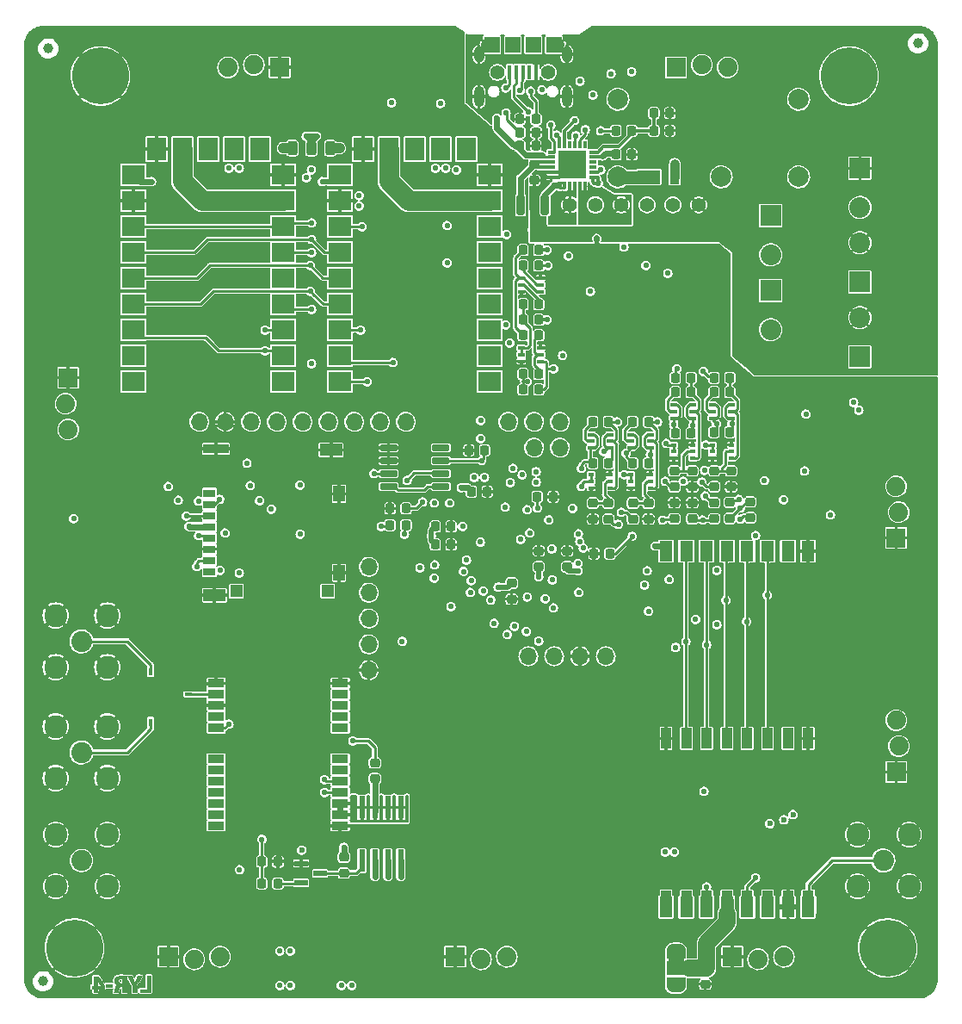
<source format=gbl>
G04 #@! TF.GenerationSoftware,KiCad,Pcbnew,(6.0.5-0)*
G04 #@! TF.CreationDate,2023-01-12T14:03:17-08:00*
G04 #@! TF.ProjectId,mainboard,6d61696e-626f-4617-9264-2e6b69636164,rev?*
G04 #@! TF.SameCoordinates,Original*
G04 #@! TF.FileFunction,Copper,L4,Bot*
G04 #@! TF.FilePolarity,Positive*
%FSLAX46Y46*%
G04 Gerber Fmt 4.6, Leading zero omitted, Abs format (unit mm)*
G04 Created by KiCad (PCBNEW (6.0.5-0)) date 2023-01-12 14:03:17*
%MOMM*%
%LPD*%
G01*
G04 APERTURE LIST*
G04 Aperture macros list*
%AMRoundRect*
0 Rectangle with rounded corners*
0 $1 Rounding radius*
0 $2 $3 $4 $5 $6 $7 $8 $9 X,Y pos of 4 corners*
0 Add a 4 corners polygon primitive as box body*
4,1,4,$2,$3,$4,$5,$6,$7,$8,$9,$2,$3,0*
0 Add four circle primitives for the rounded corners*
1,1,$1+$1,$2,$3*
1,1,$1+$1,$4,$5*
1,1,$1+$1,$6,$7*
1,1,$1+$1,$8,$9*
0 Add four rect primitives between the rounded corners*
20,1,$1+$1,$2,$3,$4,$5,0*
20,1,$1+$1,$4,$5,$6,$7,0*
20,1,$1+$1,$6,$7,$8,$9,0*
20,1,$1+$1,$8,$9,$2,$3,0*%
%AMFreePoly0*
4,1,24,0.750000,-0.950000,0.000000,-0.950000,0.000000,-0.945015,-0.095001,-0.943523,-0.257687,-0.900844,-0.405497,-0.820589,-0.529897,-0.707394,-0.623705,-0.567793,-0.681505,-0.409846,-0.699153,-0.250000,-0.700000,-0.250000,-0.700000,0.250000,-0.699153,0.250000,-0.699962,0.257330,-0.678008,0.424083,-0.616912,0.580786,-0.520201,0.718391,-0.393458,0.828956,-0.244000,0.906097,-0.080456,0.945361,
0.000000,0.944940,0.000000,0.950000,0.750000,0.950000,0.750000,-0.950000,0.750000,-0.950000,$1*%
%AMFreePoly1*
4,1,22,0.000000,0.944940,0.087733,0.944480,0.250858,0.903506,0.399499,0.824804,0.525078,0.712918,0.620343,0.574307,0.679794,0.416973,0.700000,0.250000,0.700000,-0.250000,0.699846,-0.264660,0.676148,-0.431173,0.613415,-0.587228,0.515268,-0.723813,0.387374,-0.833045,0.237117,-0.908617,0.073170,-0.946165,0.000000,-0.945015,0.000000,-0.950000,-0.750000,-0.950000,-0.750000,0.950000,
0.000000,0.950000,0.000000,0.944940,0.000000,0.944940,$1*%
G04 Aperture macros list end*
G04 #@! TA.AperFunction,EtchedComponent*
%ADD10C,0.010000*%
G04 #@! TD*
G04 #@! TA.AperFunction,ComponentPad*
%ADD11R,1.879600X1.879600*%
G04 #@! TD*
G04 #@! TA.AperFunction,ComponentPad*
%ADD12C,1.879600*%
G04 #@! TD*
G04 #@! TA.AperFunction,ComponentPad*
%ADD13R,2.032000X2.032000*%
G04 #@! TD*
G04 #@! TA.AperFunction,ComponentPad*
%ADD14C,2.032000*%
G04 #@! TD*
G04 #@! TA.AperFunction,ComponentPad*
%ADD15O,1.700000X1.700000*%
G04 #@! TD*
G04 #@! TA.AperFunction,ComponentPad*
%ADD16C,5.600000*%
G04 #@! TD*
G04 #@! TA.AperFunction,ComponentPad*
%ADD17O,1.000000X2.100000*%
G04 #@! TD*
G04 #@! TA.AperFunction,ComponentPad*
%ADD18O,1.000000X1.600000*%
G04 #@! TD*
G04 #@! TA.AperFunction,ComponentPad*
%ADD19C,2.006600*%
G04 #@! TD*
G04 #@! TA.AperFunction,ComponentPad*
%ADD20C,2.050000*%
G04 #@! TD*
G04 #@! TA.AperFunction,ComponentPad*
%ADD21C,2.250000*%
G04 #@! TD*
G04 #@! TA.AperFunction,SMDPad,CuDef*
%ADD22R,1.625600X0.812800*%
G04 #@! TD*
G04 #@! TA.AperFunction,SMDPad,CuDef*
%ADD23R,0.762000X0.304800*%
G04 #@! TD*
G04 #@! TA.AperFunction,SMDPad,CuDef*
%ADD24R,0.304800X0.762000*%
G04 #@! TD*
G04 #@! TA.AperFunction,SMDPad,CuDef*
%ADD25R,2.794000X2.794000*%
G04 #@! TD*
G04 #@! TA.AperFunction,SMDPad,CuDef*
%ADD26RoundRect,0.218750X-0.218750X-0.256250X0.218750X-0.256250X0.218750X0.256250X-0.218750X0.256250X0*%
G04 #@! TD*
G04 #@! TA.AperFunction,SMDPad,CuDef*
%ADD27RoundRect,0.218750X0.256250X-0.218750X0.256250X0.218750X-0.256250X0.218750X-0.256250X-0.218750X0*%
G04 #@! TD*
G04 #@! TA.AperFunction,SMDPad,CuDef*
%ADD28RoundRect,0.218750X-0.256250X0.218750X-0.256250X-0.218750X0.256250X-0.218750X0.256250X0.218750X0*%
G04 #@! TD*
G04 #@! TA.AperFunction,SMDPad,CuDef*
%ADD29R,0.609600X2.209800*%
G04 #@! TD*
G04 #@! TA.AperFunction,SMDPad,CuDef*
%ADD30R,1.320800X0.558800*%
G04 #@! TD*
G04 #@! TA.AperFunction,SMDPad,CuDef*
%ADD31R,2.286000X1.981200*%
G04 #@! TD*
G04 #@! TA.AperFunction,SMDPad,CuDef*
%ADD32R,1.981200X2.286000*%
G04 #@! TD*
G04 #@! TA.AperFunction,SMDPad,CuDef*
%ADD33R,1.240000X0.800000*%
G04 #@! TD*
G04 #@! TA.AperFunction,SMDPad,CuDef*
%ADD34R,1.200000X1.160000*%
G04 #@! TD*
G04 #@! TA.AperFunction,SMDPad,CuDef*
%ADD35R,2.500000X0.950000*%
G04 #@! TD*
G04 #@! TA.AperFunction,SMDPad,CuDef*
%ADD36R,2.200000X1.150000*%
G04 #@! TD*
G04 #@! TA.AperFunction,SMDPad,CuDef*
%ADD37R,1.150000X1.500000*%
G04 #@! TD*
G04 #@! TA.AperFunction,SMDPad,CuDef*
%ADD38R,1.250000X1.160000*%
G04 #@! TD*
G04 #@! TA.AperFunction,SMDPad,CuDef*
%ADD39RoundRect,0.218750X0.218750X0.256250X-0.218750X0.256250X-0.218750X-0.256250X0.218750X-0.256250X0*%
G04 #@! TD*
G04 #@! TA.AperFunction,SMDPad,CuDef*
%ADD40RoundRect,0.150000X-0.725000X-0.150000X0.725000X-0.150000X0.725000X0.150000X-0.725000X0.150000X0*%
G04 #@! TD*
G04 #@! TA.AperFunction,SMDPad,CuDef*
%ADD41C,1.000000*%
G04 #@! TD*
G04 #@! TA.AperFunction,SMDPad,CuDef*
%ADD42R,1.300000X2.000000*%
G04 #@! TD*
G04 #@! TA.AperFunction,SMDPad,CuDef*
%ADD43R,4.800001X5.699999*%
G04 #@! TD*
G04 #@! TA.AperFunction,SMDPad,CuDef*
%ADD44R,0.300000X0.800000*%
G04 #@! TD*
G04 #@! TA.AperFunction,SMDPad,CuDef*
%ADD45R,0.800000X0.300000*%
G04 #@! TD*
G04 #@! TA.AperFunction,SMDPad,CuDef*
%ADD46R,2.800000X2.800000*%
G04 #@! TD*
G04 #@! TA.AperFunction,SMDPad,CuDef*
%ADD47R,0.450000X1.350000*%
G04 #@! TD*
G04 #@! TA.AperFunction,ComponentPad*
%ADD48C,1.408000*%
G04 #@! TD*
G04 #@! TA.AperFunction,ComponentPad*
%ADD49C,1.270000*%
G04 #@! TD*
G04 #@! TA.AperFunction,SMDPad,CuDef*
%ADD50R,1.500000X1.550000*%
G04 #@! TD*
G04 #@! TA.AperFunction,SMDPad,CuDef*
%ADD51RoundRect,0.177600X-0.222400X-0.822400X0.222400X-0.822400X0.222400X0.822400X-0.222400X0.822400X0*%
G04 #@! TD*
G04 #@! TA.AperFunction,SMDPad,CuDef*
%ADD52R,0.600000X0.400000*%
G04 #@! TD*
G04 #@! TA.AperFunction,SMDPad,CuDef*
%ADD53R,0.650000X0.400000*%
G04 #@! TD*
G04 #@! TA.AperFunction,SMDPad,CuDef*
%ADD54RoundRect,0.243750X-0.243750X-0.456250X0.243750X-0.456250X0.243750X0.456250X-0.243750X0.456250X0*%
G04 #@! TD*
G04 #@! TA.AperFunction,SMDPad,CuDef*
%ADD55R,0.900000X1.400000*%
G04 #@! TD*
G04 #@! TA.AperFunction,SMDPad,CuDef*
%ADD56R,2.200000X1.400000*%
G04 #@! TD*
G04 #@! TA.AperFunction,ComponentPad*
%ADD57C,1.400000*%
G04 #@! TD*
G04 #@! TA.AperFunction,SMDPad,CuDef*
%ADD58R,1.000000X2.000000*%
G04 #@! TD*
G04 #@! TA.AperFunction,SMDPad,CuDef*
%ADD59FreePoly0,270.000000*%
G04 #@! TD*
G04 #@! TA.AperFunction,SMDPad,CuDef*
%ADD60R,1.900000X1.400000*%
G04 #@! TD*
G04 #@! TA.AperFunction,SMDPad,CuDef*
%ADD61FreePoly1,270.000000*%
G04 #@! TD*
G04 #@! TA.AperFunction,ViaPad*
%ADD62C,0.584200*%
G04 #@! TD*
G04 #@! TA.AperFunction,ViaPad*
%ADD63C,0.600000*%
G04 #@! TD*
G04 #@! TA.AperFunction,Conductor*
%ADD64C,0.279400*%
G04 #@! TD*
G04 #@! TA.AperFunction,Conductor*
%ADD65C,0.271781*%
G04 #@! TD*
G04 #@! TA.AperFunction,Conductor*
%ADD66C,0.406400*%
G04 #@! TD*
G04 #@! TA.AperFunction,Conductor*
%ADD67C,0.271780*%
G04 #@! TD*
G04 #@! TA.AperFunction,Conductor*
%ADD68C,0.234950*%
G04 #@! TD*
G04 #@! TA.AperFunction,Conductor*
%ADD69C,0.508000*%
G04 #@! TD*
G04 #@! TA.AperFunction,Conductor*
%ADD70C,0.609600*%
G04 #@! TD*
G04 #@! TA.AperFunction,Conductor*
%ADD71C,0.975000*%
G04 #@! TD*
G04 #@! TA.AperFunction,Conductor*
%ADD72C,0.304800*%
G04 #@! TD*
G04 #@! TA.AperFunction,Conductor*
%ADD73C,1.270000*%
G04 #@! TD*
G04 #@! TA.AperFunction,Conductor*
%ADD74C,0.300000*%
G04 #@! TD*
G04 #@! TA.AperFunction,Conductor*
%ADD75C,0.293370*%
G04 #@! TD*
G04 #@! TA.AperFunction,Conductor*
%ADD76C,0.889000*%
G04 #@! TD*
G04 #@! TA.AperFunction,Conductor*
%ADD77C,0.228600*%
G04 #@! TD*
G04 #@! TA.AperFunction,Conductor*
%ADD78C,0.250000*%
G04 #@! TD*
G04 #@! TA.AperFunction,Conductor*
%ADD79C,1.651000*%
G04 #@! TD*
G04 #@! TA.AperFunction,Conductor*
%ADD80C,1.981200*%
G04 #@! TD*
G04 APERTURE END LIST*
G36*
X107347008Y-146431356D02*
G01*
X107357592Y-146355917D01*
X107375351Y-146300221D01*
X107421892Y-146219378D01*
X107482162Y-146153889D01*
X107558171Y-146102638D01*
X107651928Y-146064507D01*
X107765444Y-146038380D01*
X107869534Y-146025569D01*
X107928413Y-146022413D01*
X108003663Y-146021265D01*
X108089172Y-146021927D01*
X108178824Y-146024202D01*
X108266506Y-146027893D01*
X108346102Y-146032803D01*
X108411498Y-146038734D01*
X108450626Y-146044295D01*
X108496100Y-146052826D01*
X108496100Y-147650200D01*
X108140500Y-147650200D01*
X108140500Y-147015200D01*
X108043994Y-147015200D01*
X107973637Y-147018644D01*
X107917629Y-147030881D01*
X107873127Y-147054761D01*
X107837290Y-147093138D01*
X107807275Y-147148863D01*
X107780240Y-147224789D01*
X107759069Y-147301127D01*
X107740231Y-147372107D01*
X107719743Y-147445544D01*
X107700379Y-147511671D01*
X107687880Y-147551775D01*
X107655814Y-147650200D01*
X107277528Y-147650200D01*
X107290902Y-147615275D01*
X107298501Y-147592088D01*
X107311438Y-147549018D01*
X107328370Y-147490687D01*
X107347955Y-147421717D01*
X107367238Y-147352564D01*
X107388829Y-147276168D01*
X107409934Y-147204576D01*
X107428987Y-147142880D01*
X107444419Y-147096173D01*
X107453719Y-147071609D01*
X107477544Y-147028742D01*
X107510029Y-146984125D01*
X107545492Y-146944362D01*
X107578254Y-146916056D01*
X107595387Y-146906936D01*
X107615031Y-146897612D01*
X107615473Y-146886128D01*
X107595165Y-146869860D01*
X107562631Y-146851478D01*
X107498839Y-146807138D01*
X107438449Y-146746544D01*
X107389569Y-146678401D01*
X107374193Y-146649131D01*
X107355277Y-146587378D01*
X107346449Y-146513522D01*
X107708700Y-146513522D01*
X107710727Y-146562613D01*
X107718968Y-146597807D01*
X107736658Y-146630431D01*
X107745858Y-146643584D01*
X107769121Y-146671559D01*
X107796179Y-146693201D01*
X107833230Y-146712118D01*
X107886472Y-146731924D01*
X107911900Y-146740325D01*
X107932974Y-146743320D01*
X107972006Y-146745792D01*
X108021553Y-146747308D01*
X108035725Y-146747497D01*
X108140500Y-146748500D01*
X108140500Y-146304483D01*
X108108158Y-146296366D01*
X108064617Y-146290762D01*
X108007387Y-146290494D01*
X107944635Y-146294796D01*
X107884527Y-146302903D01*
X107835229Y-146314049D01*
X107809535Y-146324359D01*
X107756184Y-146366513D01*
X107723442Y-146420186D01*
X107709492Y-146488783D01*
X107708700Y-146513522D01*
X107346449Y-146513522D01*
X107346225Y-146511648D01*
X107347008Y-146431356D01*
G37*
D10*
X107347008Y-146431356D02*
X107357592Y-146355917D01*
X107375351Y-146300221D01*
X107421892Y-146219378D01*
X107482162Y-146153889D01*
X107558171Y-146102638D01*
X107651928Y-146064507D01*
X107765444Y-146038380D01*
X107869534Y-146025569D01*
X107928413Y-146022413D01*
X108003663Y-146021265D01*
X108089172Y-146021927D01*
X108178824Y-146024202D01*
X108266506Y-146027893D01*
X108346102Y-146032803D01*
X108411498Y-146038734D01*
X108450626Y-146044295D01*
X108496100Y-146052826D01*
X108496100Y-147650200D01*
X108140500Y-147650200D01*
X108140500Y-147015200D01*
X108043994Y-147015200D01*
X107973637Y-147018644D01*
X107917629Y-147030881D01*
X107873127Y-147054761D01*
X107837290Y-147093138D01*
X107807275Y-147148863D01*
X107780240Y-147224789D01*
X107759069Y-147301127D01*
X107740231Y-147372107D01*
X107719743Y-147445544D01*
X107700379Y-147511671D01*
X107687880Y-147551775D01*
X107655814Y-147650200D01*
X107277528Y-147650200D01*
X107290902Y-147615275D01*
X107298501Y-147592088D01*
X107311438Y-147549018D01*
X107328370Y-147490687D01*
X107347955Y-147421717D01*
X107367238Y-147352564D01*
X107388829Y-147276168D01*
X107409934Y-147204576D01*
X107428987Y-147142880D01*
X107444419Y-147096173D01*
X107453719Y-147071609D01*
X107477544Y-147028742D01*
X107510029Y-146984125D01*
X107545492Y-146944362D01*
X107578254Y-146916056D01*
X107595387Y-146906936D01*
X107615031Y-146897612D01*
X107615473Y-146886128D01*
X107595165Y-146869860D01*
X107562631Y-146851478D01*
X107498839Y-146807138D01*
X107438449Y-146746544D01*
X107389569Y-146678401D01*
X107374193Y-146649131D01*
X107355277Y-146587378D01*
X107346449Y-146513522D01*
X107708700Y-146513522D01*
X107710727Y-146562613D01*
X107718968Y-146597807D01*
X107736658Y-146630431D01*
X107745858Y-146643584D01*
X107769121Y-146671559D01*
X107796179Y-146693201D01*
X107833230Y-146712118D01*
X107886472Y-146731924D01*
X107911900Y-146740325D01*
X107932974Y-146743320D01*
X107972006Y-146745792D01*
X108021553Y-146747308D01*
X108035725Y-146747497D01*
X108140500Y-146748500D01*
X108140500Y-146304483D01*
X108108158Y-146296366D01*
X108064617Y-146290762D01*
X108007387Y-146290494D01*
X107944635Y-146294796D01*
X107884527Y-146302903D01*
X107835229Y-146314049D01*
X107809535Y-146324359D01*
X107756184Y-146366513D01*
X107723442Y-146420186D01*
X107709492Y-146488783D01*
X107708700Y-146513522D01*
X107346449Y-146513522D01*
X107346225Y-146511648D01*
X107347008Y-146431356D01*
G36*
X107137200Y-147142200D02*
G01*
X106502200Y-147142200D01*
X106502200Y-146837400D01*
X107137200Y-146837400D01*
X107137200Y-147142200D01*
G37*
X107137200Y-147142200D02*
X106502200Y-147142200D01*
X106502200Y-146837400D01*
X107137200Y-146837400D01*
X107137200Y-147142200D01*
G36*
X105759250Y-146088416D02*
G01*
X106054525Y-146564916D01*
X106349800Y-147041415D01*
X106349800Y-147268791D01*
X106003725Y-147272170D01*
X105657650Y-147275550D01*
X105650620Y-147650200D01*
X105308400Y-147650200D01*
X105308400Y-147269200D01*
X105117900Y-147269200D01*
X105117900Y-147002500D01*
X105308400Y-147002500D01*
X105308400Y-146534392D01*
X105647607Y-146534392D01*
X105647906Y-146614095D01*
X105648550Y-146684990D01*
X105652150Y-147002500D01*
X106009408Y-147002500D01*
X105984628Y-146961225D01*
X105969254Y-146935762D01*
X105943747Y-146893675D01*
X105911182Y-146840032D01*
X105874636Y-146779904D01*
X105859396Y-146754850D01*
X105818532Y-146685696D01*
X105777609Y-146612993D01*
X105740895Y-146544536D01*
X105712657Y-146488123D01*
X105708297Y-146478741D01*
X105685978Y-146431162D01*
X105667268Y-146393751D01*
X105654746Y-146371542D01*
X105651300Y-146367607D01*
X105649702Y-146379703D01*
X105648534Y-146413798D01*
X105647826Y-146466494D01*
X105647607Y-146534392D01*
X105308400Y-146534392D01*
X105308400Y-146088100D01*
X105759250Y-146088416D01*
G37*
X105759250Y-146088416D02*
X106054525Y-146564916D01*
X106349800Y-147041415D01*
X106349800Y-147268791D01*
X106003725Y-147272170D01*
X105657650Y-147275550D01*
X105650620Y-147650200D01*
X105308400Y-147650200D01*
X105308400Y-147269200D01*
X105117900Y-147269200D01*
X105117900Y-147002500D01*
X105308400Y-147002500D01*
X105308400Y-146534392D01*
X105647607Y-146534392D01*
X105647906Y-146614095D01*
X105648550Y-146684990D01*
X105652150Y-147002500D01*
X106009408Y-147002500D01*
X105984628Y-146961225D01*
X105969254Y-146935762D01*
X105943747Y-146893675D01*
X105911182Y-146840032D01*
X105874636Y-146779904D01*
X105859396Y-146754850D01*
X105818532Y-146685696D01*
X105777609Y-146612993D01*
X105740895Y-146544536D01*
X105712657Y-146488123D01*
X105708297Y-146478741D01*
X105685978Y-146431162D01*
X105667268Y-146393751D01*
X105654746Y-146371542D01*
X105651300Y-146367607D01*
X105649702Y-146379703D01*
X105648534Y-146413798D01*
X105647826Y-146466494D01*
X105647607Y-146534392D01*
X105308400Y-146534392D01*
X105308400Y-146088100D01*
X105759250Y-146088416D01*
G36*
X108840619Y-146027457D02*
G01*
X109046671Y-146030950D01*
X109102775Y-146164300D01*
X109127180Y-146222769D01*
X109157986Y-146297260D01*
X109192091Y-146380240D01*
X109226395Y-146464173D01*
X109245443Y-146511016D01*
X109273255Y-146578150D01*
X109298093Y-146635432D01*
X109318357Y-146679388D01*
X109332449Y-146706543D01*
X109338696Y-146713561D01*
X109346686Y-146696567D01*
X109360398Y-146663872D01*
X109372526Y-146633545D01*
X109385453Y-146601552D01*
X109406473Y-146550658D01*
X109433722Y-146485327D01*
X109465334Y-146410025D01*
X109499444Y-146329217D01*
X109514166Y-146294475D01*
X109628664Y-146024600D01*
X109830732Y-146024600D01*
X109915726Y-146025415D01*
X109978360Y-146027820D01*
X110017664Y-146031751D01*
X110032672Y-146037146D01*
X110032800Y-146037765D01*
X110026984Y-146051458D01*
X110010377Y-146085094D01*
X109984236Y-146136258D01*
X109949820Y-146202532D01*
X109908386Y-146281501D01*
X109861193Y-146370747D01*
X109809499Y-146467855D01*
X109785150Y-146513388D01*
X109537500Y-146975847D01*
X109537500Y-147650200D01*
X109169200Y-147650200D01*
X109169200Y-146975294D01*
X108917095Y-146528522D01*
X108861624Y-146430171D01*
X108809627Y-146337890D01*
X108762528Y-146254212D01*
X108721751Y-146181672D01*
X108688721Y-146122804D01*
X108664861Y-146080142D01*
X108651595Y-146056220D01*
X108649778Y-146052857D01*
X108634566Y-146023964D01*
X108840619Y-146027457D01*
G37*
X108840619Y-146027457D02*
X109046671Y-146030950D01*
X109102775Y-146164300D01*
X109127180Y-146222769D01*
X109157986Y-146297260D01*
X109192091Y-146380240D01*
X109226395Y-146464173D01*
X109245443Y-146511016D01*
X109273255Y-146578150D01*
X109298093Y-146635432D01*
X109318357Y-146679388D01*
X109332449Y-146706543D01*
X109338696Y-146713561D01*
X109346686Y-146696567D01*
X109360398Y-146663872D01*
X109372526Y-146633545D01*
X109385453Y-146601552D01*
X109406473Y-146550658D01*
X109433722Y-146485327D01*
X109465334Y-146410025D01*
X109499444Y-146329217D01*
X109514166Y-146294475D01*
X109628664Y-146024600D01*
X109830732Y-146024600D01*
X109915726Y-146025415D01*
X109978360Y-146027820D01*
X110017664Y-146031751D01*
X110032672Y-146037146D01*
X110032800Y-146037765D01*
X110026984Y-146051458D01*
X110010377Y-146085094D01*
X109984236Y-146136258D01*
X109949820Y-146202532D01*
X109908386Y-146281501D01*
X109861193Y-146370747D01*
X109809499Y-146467855D01*
X109785150Y-146513388D01*
X109537500Y-146975847D01*
X109537500Y-147650200D01*
X109169200Y-147650200D01*
X109169200Y-146975294D01*
X108917095Y-146528522D01*
X108861624Y-146430171D01*
X108809627Y-146337890D01*
X108762528Y-146254212D01*
X108721751Y-146181672D01*
X108688721Y-146122804D01*
X108664861Y-146080142D01*
X108651595Y-146056220D01*
X108649778Y-146052857D01*
X108634566Y-146023964D01*
X108840619Y-146027457D01*
G36*
X110921800Y-147650200D02*
G01*
X109905800Y-147650200D01*
X109905800Y-147345400D01*
X110553500Y-147345400D01*
X110553500Y-146024600D01*
X110921800Y-146024600D01*
X110921800Y-147650200D01*
G37*
X110921800Y-147650200D02*
X109905800Y-147650200D01*
X109905800Y-147345400D01*
X110553500Y-147345400D01*
X110553500Y-146024600D01*
X110921800Y-146024600D01*
X110921800Y-147650200D01*
G36*
X163363520Y-144688000D02*
G01*
X161839520Y-144688000D01*
X161839520Y-144188000D01*
X163363520Y-144188000D01*
X163363520Y-144688000D01*
G37*
D11*
X102800100Y-87233596D03*
D12*
X102546100Y-89773596D03*
X102800100Y-92313596D03*
D11*
X184269100Y-102981596D03*
D12*
X184523100Y-100441596D03*
X184269100Y-97901596D03*
D11*
X112649000Y-144145000D03*
D12*
X115189000Y-144399000D03*
X117729000Y-144145000D03*
D11*
X123605600Y-56711096D03*
D12*
X121065600Y-56457096D03*
X118525600Y-56711096D03*
D13*
X180708100Y-77816296D03*
D14*
X180708100Y-73960696D03*
D13*
X180708100Y-85171896D03*
D14*
X180708100Y-81316296D03*
D15*
X132384800Y-105816400D03*
X132384800Y-108356400D03*
X132384800Y-110896400D03*
X132384800Y-113436400D03*
X132384800Y-115976400D03*
X115697000Y-91567000D03*
X118237000Y-91567000D03*
X120777000Y-91567000D03*
X123317000Y-91567000D03*
X125857000Y-91567000D03*
X128397000Y-91567000D03*
X130937000Y-91567000D03*
X133477000Y-91567000D03*
X136017000Y-91567000D03*
D16*
X105966100Y-57569100D03*
X103426100Y-143294100D03*
X183426100Y-143294100D03*
X179626100Y-57569100D03*
D11*
X184277000Y-125984000D03*
D12*
X184531000Y-123444000D03*
X184277000Y-120904000D03*
D11*
X168148000Y-144145000D03*
D12*
X170688000Y-144399000D03*
X173228000Y-144145000D03*
D17*
X143236600Y-59586800D03*
D18*
X143236600Y-55436800D03*
X151876600Y-55436800D03*
D17*
X151876600Y-59586800D03*
D19*
X156892300Y-67485096D03*
X156892300Y-59865096D03*
X167052300Y-67485096D03*
X174672300Y-59865096D03*
X174672300Y-67485096D03*
D20*
X183007000Y-134684096D03*
D21*
X185547000Y-132144096D03*
X180467000Y-137224096D03*
X180467000Y-132144096D03*
X185547000Y-137224096D03*
D20*
X104111100Y-134684096D03*
D21*
X106651100Y-132144096D03*
X101571100Y-137224096D03*
X101571100Y-132144096D03*
X106651100Y-137224096D03*
D15*
X148653500Y-94107000D03*
X151193500Y-94107000D03*
X146113500Y-91567000D03*
X148653500Y-91567000D03*
X151193500Y-91567000D03*
D11*
X140881100Y-144145000D03*
D12*
X143421100Y-144399000D03*
X145961100Y-144145000D03*
D15*
X148082000Y-114604800D03*
X150622000Y-114604800D03*
X153162000Y-114604800D03*
X155702000Y-114604800D03*
D11*
X162604100Y-56711096D03*
D12*
X165144100Y-56457096D03*
X167684100Y-56711096D03*
D22*
X117370562Y-131272543D03*
X117370562Y-130172543D03*
X117370562Y-129072543D03*
X117370562Y-127972543D03*
X117370562Y-126872543D03*
X117370562Y-125772543D03*
X117370562Y-124672543D03*
X117370562Y-121672543D03*
X117370562Y-120572543D03*
X117370562Y-119472543D03*
X117370562Y-118372543D03*
X117370562Y-117272543D03*
X129570562Y-117272543D03*
X129570562Y-118372543D03*
X129570562Y-119472543D03*
X129570562Y-120572543D03*
X129570562Y-121672543D03*
X129570562Y-124672543D03*
X129570562Y-125772543D03*
X129570562Y-126872543D03*
X129570562Y-127972543D03*
X129570562Y-129072543D03*
X129570562Y-130172543D03*
X129570562Y-131272543D03*
D23*
X114661878Y-116854150D03*
X114661878Y-117354150D03*
X114661878Y-117854150D03*
X114661878Y-118354150D03*
X114661878Y-118854150D03*
X114661878Y-119354150D03*
X114661878Y-119854150D03*
X114661878Y-120354150D03*
D24*
X113911878Y-121104150D03*
X113411878Y-121104150D03*
X112911878Y-121104150D03*
X112411878Y-121104150D03*
X111911878Y-121104150D03*
X111411878Y-121104150D03*
X110911878Y-121104150D03*
X110411878Y-121104150D03*
D23*
X109661878Y-120354150D03*
X109661878Y-119854150D03*
X109661878Y-119354150D03*
X109661878Y-118854150D03*
X109661878Y-118354150D03*
X109661878Y-117854150D03*
X109661878Y-117354150D03*
X109661878Y-116854150D03*
D24*
X110411878Y-116104150D03*
X110911878Y-116104150D03*
X111411878Y-116104150D03*
X111911878Y-116104150D03*
X112411878Y-116104150D03*
X112911878Y-116104150D03*
X113411878Y-116104150D03*
X113911878Y-116104150D03*
D25*
X112161878Y-118604150D03*
D26*
X134467500Y-100076000D03*
X136042500Y-100076000D03*
D27*
X151892000Y-105816500D03*
X151892000Y-104241500D03*
X149098000Y-105816500D03*
X149098000Y-104241500D03*
D28*
X164211000Y-99501696D03*
X164211000Y-101076696D03*
D29*
X135509000Y-134696200D03*
X134239000Y-134696200D03*
X132969000Y-134696200D03*
X131699000Y-134696200D03*
X131699000Y-129463800D03*
X132969000Y-129463800D03*
X134239000Y-129463800D03*
X135509000Y-129463800D03*
D26*
X121865600Y-136954096D03*
X123440600Y-136954096D03*
X121865600Y-134795096D03*
X123440600Y-134795096D03*
D28*
X129921000Y-134340500D03*
X129921000Y-135915500D03*
D30*
X125713800Y-136890596D03*
X125713800Y-134985596D03*
X127593400Y-135938096D03*
D26*
X142214500Y-94361000D03*
X143789500Y-94361000D03*
X142468500Y-98425000D03*
X144043500Y-98425000D03*
D31*
X129540000Y-87617300D03*
X129540000Y-85077300D03*
X129540000Y-82537300D03*
X129540000Y-79997300D03*
X129540000Y-77457300D03*
X129540000Y-74917300D03*
X129540000Y-72377300D03*
X129540000Y-69837300D03*
X129540000Y-67297300D03*
D32*
X131826000Y-64757300D03*
X134366000Y-64757300D03*
X136906000Y-64757300D03*
X139446000Y-64757300D03*
X141986000Y-64757300D03*
D31*
X144272000Y-67297300D03*
X144272000Y-69837300D03*
X144272000Y-72377300D03*
X144272000Y-74917300D03*
X144272000Y-77457300D03*
X144272000Y-79997300D03*
X144272000Y-82537300D03*
X144272000Y-85077300D03*
X144272000Y-87617300D03*
D33*
X116708000Y-98573000D03*
X116708000Y-99673000D03*
X116708000Y-100773000D03*
X116708000Y-101873000D03*
X116708000Y-102973000D03*
X116708000Y-104073000D03*
X116708000Y-105173000D03*
X116708000Y-106273000D03*
D34*
X128338000Y-108213000D03*
D35*
X117338000Y-94228000D03*
D36*
X117188000Y-108618000D03*
X128668000Y-94328000D03*
D37*
X129463000Y-98633000D03*
X129463000Y-106413000D03*
D38*
X119338000Y-108213000D03*
D28*
X146431000Y-107416500D03*
X146431000Y-108991500D03*
D39*
X140487500Y-101854000D03*
X138912500Y-101854000D03*
D40*
X134331000Y-97917000D03*
X134331000Y-96647000D03*
X134331000Y-95377000D03*
X134331000Y-94107000D03*
X139481000Y-94107000D03*
X139481000Y-95377000D03*
X139481000Y-96647000D03*
X139481000Y-97917000D03*
D41*
X186436000Y-54356000D03*
D26*
X147269100Y-61798200D03*
X148844100Y-61798200D03*
D20*
X104111100Y-113148708D03*
D21*
X101571100Y-110608708D03*
X101571100Y-115688708D03*
X106651100Y-110608708D03*
X106651100Y-115688708D03*
D42*
X175617520Y-139266000D03*
X173617520Y-139266000D03*
X171617520Y-139266000D03*
X169617520Y-139266000D03*
X167617520Y-139266000D03*
X165617520Y-139266000D03*
X163617520Y-139266000D03*
X161617520Y-139266000D03*
X161617520Y-104266000D03*
X163617520Y-104266000D03*
X165617520Y-104266000D03*
X167617520Y-104266000D03*
X169617520Y-104266000D03*
X171617520Y-104266000D03*
X173617520Y-104266000D03*
X175617520Y-104266000D03*
D43*
X170367520Y-127698500D03*
D44*
X151150000Y-64294000D03*
X151650000Y-64294000D03*
X152150000Y-64294000D03*
X152650000Y-64294000D03*
X153150000Y-64294000D03*
X153650000Y-64294000D03*
D45*
X154400000Y-65044000D03*
X154400000Y-65544000D03*
X154400000Y-66044000D03*
X154400000Y-66544000D03*
X154400000Y-67044000D03*
X154400000Y-67544000D03*
D44*
X153650000Y-68294000D03*
X153150000Y-68294000D03*
X152650000Y-68294000D03*
X152150000Y-68294000D03*
X151650000Y-68294000D03*
X151150000Y-68294000D03*
D45*
X150400000Y-67544000D03*
X150400000Y-67044000D03*
X150400000Y-66544000D03*
X150400000Y-66044000D03*
X150400000Y-65544000D03*
X150400000Y-65044000D03*
D46*
X152400000Y-66294000D03*
D39*
X158267500Y-65278000D03*
X156692500Y-65278000D03*
D27*
X148666200Y-67818100D03*
X148666200Y-66243100D03*
D39*
X162001300Y-62941200D03*
X160426300Y-62941200D03*
X148818700Y-64414400D03*
X147243700Y-64414400D03*
D26*
X156692500Y-62941200D03*
X158267500Y-62941200D03*
D39*
X148844100Y-63093600D03*
X147269100Y-63093600D03*
D47*
X146248600Y-57183400D03*
X146898600Y-57183400D03*
X147548600Y-57183400D03*
X148198600Y-57183400D03*
X148848600Y-57183400D03*
D48*
X145048600Y-57208400D03*
X150048600Y-57208400D03*
D49*
X144048600Y-54508400D03*
X151048600Y-54508400D03*
D50*
X146548600Y-54508400D03*
X148548600Y-54508400D03*
X144498600Y-54508400D03*
X150598600Y-54508400D03*
D20*
X104111100Y-124058896D03*
D21*
X106651100Y-121518896D03*
X106651100Y-126598896D03*
X101571100Y-126598896D03*
X101571100Y-121518896D03*
D28*
X162433000Y-99501696D03*
X162433000Y-101076696D03*
D39*
X156108500Y-104517000D03*
X154533500Y-104517000D03*
D26*
X148945500Y-98933000D03*
X150520500Y-98933000D03*
D39*
X162001300Y-61214000D03*
X160426300Y-61214000D03*
D51*
X147320000Y-70231000D03*
X149720000Y-70231000D03*
D26*
X147548500Y-83058000D03*
X149123500Y-83058000D03*
D28*
X159893000Y-99542500D03*
X159893000Y-101117500D03*
X164211000Y-96367500D03*
X164211000Y-97942500D03*
X168021000Y-96367500D03*
X168021000Y-97942500D03*
D52*
X158181000Y-98059000D03*
X158181000Y-97409000D03*
X158181000Y-96759000D03*
X160081000Y-96759000D03*
X160081000Y-97409000D03*
X160081000Y-98059000D03*
D53*
X166182000Y-91201000D03*
X166182000Y-90551000D03*
X166182000Y-89901000D03*
X168082000Y-89901000D03*
X168082000Y-90551000D03*
X168082000Y-91201000D03*
D52*
X166182000Y-95138000D03*
X166182000Y-94488000D03*
X166182000Y-93838000D03*
X168082000Y-93838000D03*
X168082000Y-94488000D03*
X168082000Y-95138000D03*
D26*
X147548500Y-88392000D03*
X149123500Y-88392000D03*
D39*
X149123500Y-81534000D03*
X147548500Y-81534000D03*
X149123500Y-74676000D03*
X147548500Y-74676000D03*
D26*
X147548500Y-76200000D03*
X149123500Y-76200000D03*
D54*
X124857030Y-64640460D03*
X126732030Y-64640460D03*
X126723140Y-64640460D03*
X128598140Y-64640460D03*
D26*
X154406500Y-91567000D03*
X155981500Y-91567000D03*
D27*
X158369000Y-101117500D03*
X158369000Y-99542500D03*
D26*
X162534500Y-87249000D03*
X164109500Y-87249000D03*
X166344500Y-87249000D03*
X167919500Y-87249000D03*
X162534500Y-88646000D03*
X164109500Y-88646000D03*
X166344500Y-88646000D03*
X167919500Y-88646000D03*
D27*
X166370000Y-97942500D03*
X166370000Y-96367500D03*
D39*
X159918500Y-95631000D03*
X158343500Y-95631000D03*
X164109500Y-92710000D03*
X162534500Y-92710000D03*
X167919500Y-92557600D03*
X166344500Y-92557600D03*
D53*
X162372000Y-91201000D03*
X162372000Y-90551000D03*
X162372000Y-89901000D03*
X164272000Y-89901000D03*
X164272000Y-90551000D03*
X164272000Y-91201000D03*
D52*
X162372000Y-95138000D03*
X162372000Y-94488000D03*
X162372000Y-93838000D03*
X164272000Y-93838000D03*
X164272000Y-94488000D03*
X164272000Y-95138000D03*
D53*
X158181000Y-94122000D03*
X158181000Y-93472000D03*
X158181000Y-92822000D03*
X160081000Y-92822000D03*
X160081000Y-93472000D03*
X160081000Y-94122000D03*
D27*
X155956000Y-101117500D03*
X155956000Y-99542500D03*
D52*
X154244000Y-98059000D03*
X154244000Y-97409000D03*
X154244000Y-96759000D03*
X156144000Y-96759000D03*
X156144000Y-97409000D03*
X156144000Y-98059000D03*
D28*
X154432000Y-99542500D03*
X154432000Y-101117500D03*
D26*
X158343500Y-91567000D03*
X159918500Y-91567000D03*
D27*
X162433000Y-97942500D03*
X162433000Y-96367500D03*
D28*
X166370000Y-99504400D03*
X166370000Y-101079400D03*
X167894000Y-99479000D03*
X167894000Y-101054000D03*
D27*
X169926000Y-100990500D03*
X169926000Y-99415500D03*
D13*
X171917100Y-71293696D03*
D14*
X171917100Y-75149296D03*
D13*
X171917100Y-78649296D03*
D14*
X171917100Y-82504896D03*
D55*
X162486000Y-67500500D03*
D56*
X159936000Y-67500500D03*
D53*
X147386000Y-78755000D03*
X147386000Y-78105000D03*
X147386000Y-77455000D03*
X149286000Y-77455000D03*
X149286000Y-78105000D03*
X149286000Y-78755000D03*
X147386000Y-85613000D03*
X147386000Y-84963000D03*
X147386000Y-84313000D03*
X149286000Y-84313000D03*
X149286000Y-84963000D03*
X149286000Y-85613000D03*
D39*
X149123500Y-80010000D03*
X147548500Y-80010000D03*
D57*
X152146000Y-70231000D03*
X154686000Y-70231000D03*
X157226000Y-70231000D03*
X159766000Y-70231000D03*
X162306000Y-70231000D03*
X164846000Y-70231000D03*
D26*
X147548500Y-86868000D03*
X149123500Y-86868000D03*
D13*
X180708100Y-66624200D03*
D14*
X180708100Y-70479800D03*
D58*
X161617520Y-122683000D03*
X163617520Y-122683000D03*
X165617520Y-122683000D03*
X167617520Y-122683000D03*
X169617520Y-122683000D03*
X171617520Y-122683000D03*
X173617520Y-122683000D03*
X175617520Y-122683000D03*
X175617520Y-138683000D03*
X173617520Y-138683000D03*
X171617520Y-138683000D03*
X169617520Y-138683000D03*
X167617520Y-138683000D03*
X165617520Y-138683000D03*
X163617520Y-138683000D03*
X161617520Y-138683000D03*
D39*
X155981500Y-95631000D03*
X154406500Y-95631000D03*
D53*
X154244000Y-94122000D03*
X154244000Y-93472000D03*
X154244000Y-92822000D03*
X156144000Y-92822000D03*
X156144000Y-93472000D03*
X156144000Y-94122000D03*
D59*
X162601520Y-143588000D03*
D60*
X162601520Y-145288000D03*
D61*
X162601520Y-146988000D03*
D26*
X138912500Y-103632000D03*
X140487500Y-103632000D03*
X134467500Y-101727000D03*
X136042500Y-101727000D03*
D31*
X109217460Y-87617300D03*
X109217460Y-85077300D03*
X109217460Y-82537300D03*
X109217460Y-79997300D03*
X109217460Y-77457300D03*
X109217460Y-74917300D03*
X109217460Y-72377300D03*
X109217460Y-69837300D03*
X109217460Y-67297300D03*
D32*
X111503460Y-64757300D03*
X114043460Y-64757300D03*
X116583460Y-64757300D03*
X119123460Y-64757300D03*
X121663460Y-64757300D03*
D31*
X123949460Y-67297300D03*
X123949460Y-69837300D03*
X123949460Y-72377300D03*
X123949460Y-74917300D03*
X123949460Y-77457300D03*
X123949460Y-79997300D03*
X123949460Y-82537300D03*
X123949460Y-85077300D03*
X123949460Y-87617300D03*
D28*
X132969000Y-125069500D03*
X132969000Y-126644500D03*
D27*
X165481000Y-146837500D03*
X165481000Y-145262500D03*
D41*
X100838000Y-54864000D03*
X100330000Y-146558000D03*
D62*
X129638100Y-115973696D03*
X115820500Y-116126096D03*
X115769700Y-120088496D03*
X112061300Y-122047000D03*
X108505300Y-117548496D03*
X115820500Y-117294496D03*
X118741500Y-115872096D03*
X113585300Y-115059296D03*
X114655600Y-122171296D03*
X114652100Y-115059296D03*
X108505300Y-118564496D03*
X118741500Y-118818496D03*
X118741500Y-117345296D03*
X172056100Y-98092096D03*
X115820500Y-115059296D03*
X112522000Y-115059296D03*
X108505300Y-119580496D03*
X115769700Y-119123296D03*
X170766100Y-100046496D03*
X171361237Y-100649596D03*
X113255100Y-119682096D03*
X113255100Y-117523096D03*
X111096100Y-119682096D03*
X111096100Y-117523096D03*
X123542100Y-133525096D03*
D63*
X114681000Y-134747000D03*
X112903000Y-134747000D03*
X108209080Y-133782560D03*
X109474000Y-136922000D03*
X110744000Y-136922000D03*
X109474000Y-135652000D03*
X110744000Y-135652000D03*
X109479080Y-131293360D03*
X112019080Y-133782560D03*
X112019080Y-131293360D03*
X109479080Y-133782560D03*
X110749080Y-131293360D03*
X110749080Y-132563360D03*
X112019080Y-132563360D03*
X109479080Y-132563360D03*
X110749080Y-133782560D03*
D62*
X114681000Y-121132600D03*
D63*
X178308000Y-133731000D03*
X179705000Y-135474200D03*
X176530000Y-133858000D03*
X178308000Y-131699000D03*
X176530000Y-131699000D03*
X177038000Y-136906000D03*
X177673000Y-132715000D03*
X177038000Y-138430000D03*
X178308000Y-135509000D03*
X179705000Y-133731000D03*
D62*
X107899200Y-124968000D03*
X108966000Y-124968000D03*
X110490000Y-123444000D03*
X109728000Y-124206000D03*
X111506000Y-123698000D03*
X109982000Y-125222000D03*
X110744000Y-124460000D03*
X108458000Y-112014000D03*
X109474000Y-112522000D03*
X110998000Y-114046000D03*
X110236000Y-113284000D03*
X111252000Y-113030000D03*
X110490000Y-112268000D03*
X109474000Y-111506000D03*
X108353860Y-110992920D03*
X154813000Y-73533000D03*
X145093023Y-114167920D03*
X140004800Y-114167920D03*
X108176060Y-114099340D03*
X108907580Y-114830860D03*
X109567980Y-115674140D03*
X108699300Y-122532140D03*
X107967780Y-123263660D03*
X109359700Y-121688860D03*
D63*
X113792000Y-135636000D03*
X108204000Y-135652000D03*
X112014000Y-136922000D03*
X112014000Y-138430000D03*
X115570000Y-140843000D03*
X112014000Y-140843000D03*
X113284000Y-140843000D03*
X114427000Y-140843000D03*
X110744000Y-140843000D03*
X109474000Y-140843000D03*
X110744000Y-138430000D03*
X109474000Y-138430000D03*
X116586000Y-140843000D03*
X113792000Y-133782560D03*
X116586000Y-135890000D03*
D62*
X111252000Y-122682000D03*
X112268000Y-123063000D03*
X111633000Y-114681000D03*
X112141000Y-113919000D03*
X112161878Y-118604150D03*
D63*
X175768000Y-135636000D03*
X178308000Y-136906000D03*
X175387000Y-133858000D03*
X178943000Y-139192000D03*
X172847028Y-91948000D03*
X112014000Y-139573000D03*
X110744000Y-139573000D03*
X109474000Y-139573000D03*
X116586000Y-136922000D03*
D62*
X115189000Y-136929900D03*
X164084000Y-128905000D03*
X164084000Y-130003000D03*
X162814000Y-130003000D03*
X162814000Y-135427000D03*
X164084000Y-135427000D03*
D63*
X169974000Y-132715000D03*
X118879100Y-127698500D03*
X120269000Y-127698500D03*
X119634000Y-126111000D03*
X119634000Y-129032000D03*
X170367520Y-127698500D03*
X168783000Y-127635000D03*
X171757420Y-127698500D03*
X175974000Y-132715000D03*
X175387000Y-131699000D03*
X173736000Y-132715000D03*
D62*
X142105380Y-66423540D03*
X159880538Y-102796073D03*
X160274000Y-86233000D03*
X125603000Y-69850000D03*
X133223000Y-58229500D03*
X162814000Y-128905000D03*
X170688000Y-98057978D03*
X115189000Y-135890000D03*
X170604508Y-138016830D03*
X177736512Y-99123500D03*
X165862000Y-101981000D03*
X150495000Y-105613194D03*
X162534600Y-102044500D03*
X156083000Y-108004589D03*
X127660400Y-120116600D03*
X163039415Y-107164853D03*
X131312920Y-68038980D03*
X177291990Y-102997000D03*
X159131000Y-102976402D03*
X168275004Y-106172000D03*
X165353581Y-99822000D03*
X176784000Y-96265946D03*
X163228020Y-91485720D03*
X161226500Y-100520500D03*
X139700000Y-57657968D03*
X161036000Y-99758500D03*
X157558670Y-107554376D03*
X141478000Y-103251000D03*
X121666000Y-66421000D03*
X167640000Y-128651000D03*
X178435000Y-90550992D03*
X146177000Y-70358000D03*
X110997978Y-66802000D03*
X173990000Y-106172026D03*
X164084000Y-136525000D03*
X163576000Y-75691990D03*
X102078420Y-103739899D03*
X162814000Y-136525000D03*
X150241000Y-97789990D03*
X157861000Y-104902000D03*
X145109398Y-108964855D03*
X118745000Y-120142000D03*
X113636096Y-105918000D03*
X142787262Y-99949008D03*
X106807010Y-105410000D03*
X137033000Y-113157000D03*
X137160000Y-117221000D03*
X169416121Y-101880720D03*
X132969000Y-136271000D03*
X163109520Y-146988000D03*
X162082720Y-146988000D03*
X130683000Y-146988000D03*
X124857030Y-64643000D03*
X123623700Y-146988000D03*
X124650500Y-146988000D03*
X141478000Y-98044000D03*
X129937705Y-133366705D03*
X139446000Y-60261500D03*
X165417500Y-96329500D03*
X145112578Y-107801400D03*
X152984198Y-106222800D03*
X162687000Y-86360036D03*
X127800110Y-67949581D03*
X140991989Y-66805564D03*
X163309300Y-97398840D03*
X149103080Y-106794300D03*
X165290500Y-86614000D03*
X148977822Y-100028890D03*
X135890000Y-102616000D03*
X135509000Y-136271000D03*
X110998000Y-67945000D03*
X159639000Y-76200054D03*
X161284439Y-101229348D03*
X114681000Y-101854006D03*
X132884707Y-96647000D03*
X129667000Y-146988000D03*
X151447500Y-85026500D03*
X134239000Y-136271000D03*
X123952000Y-64643000D03*
X160539445Y-103770445D03*
X175387000Y-90805000D03*
X152425400Y-100075998D03*
X103334300Y-101072096D03*
X141702595Y-106269595D03*
X121857754Y-132601956D03*
X142450000Y-107190600D03*
X141986000Y-105156000D03*
X138862333Y-105615821D03*
X135661400Y-113131600D03*
X137667998Y-99440984D03*
X143353747Y-103387546D03*
X129512060Y-64640460D03*
X128607030Y-64640460D03*
D63*
X171831000Y-131064000D03*
X174117000Y-130175000D03*
X173228000Y-130683000D03*
D62*
X147977860Y-87627462D03*
X149923500Y-81534000D03*
X168783000Y-99187000D03*
X165484200Y-98853386D03*
X149923500Y-74676000D03*
X150291802Y-62382400D03*
X142748000Y-97028038D03*
X147269194Y-58978800D03*
X148056596Y-61061600D03*
X143764000Y-97028000D03*
X150850602Y-63347600D03*
X161797996Y-76962000D03*
X152999440Y-102562660D03*
X180085958Y-89662000D03*
X180594000Y-90424000D03*
X162486000Y-66192400D03*
X143637000Y-108204000D03*
X149733000Y-108966000D03*
X165222346Y-101218996D03*
X159893000Y-110172500D03*
X125602992Y-97790008D03*
X120722673Y-97830617D03*
X126746000Y-73634601D03*
X150088600Y-101193600D03*
X126619000Y-76200000D03*
X164528490Y-110998000D03*
X148209022Y-102489000D03*
X121638764Y-99322954D03*
X115627033Y-99352530D03*
X126639320Y-78727300D03*
X122783601Y-100152200D03*
X147319996Y-103124000D03*
X113630362Y-99272019D03*
X166624000Y-111506000D03*
X161925000Y-107061000D03*
X152971500Y-105473500D03*
X150444200Y-107111800D03*
X159766000Y-106206909D03*
X153035000Y-108331000D03*
X159512000Y-107612136D03*
X138532000Y-102771000D03*
X152019000Y-75247500D03*
X157479994Y-74358508D03*
X150545649Y-109859944D03*
X166624000Y-106172000D03*
X175260000Y-96392984D03*
X171295947Y-97331943D03*
X168946932Y-101139000D03*
X168940526Y-100029000D03*
X136144000Y-97310585D03*
X143498559Y-95365551D03*
X147980062Y-108780025D03*
X170434000Y-102743000D03*
X140462002Y-109728000D03*
X128016000Y-126746000D03*
X142367000Y-108331000D03*
X128016000Y-128016002D03*
X146240510Y-83820000D03*
X146304000Y-97536000D03*
X122174000Y-82550032D03*
X143383004Y-93218006D03*
X131699000Y-72390000D03*
X126746000Y-72009000D03*
X145796000Y-99948974D03*
X131572000Y-82549982D03*
X140335000Y-99539415D03*
X138836400Y-99539415D03*
X122174000Y-84582000D03*
X126746000Y-85852000D03*
X147472345Y-96784139D03*
X140081000Y-75946000D03*
X140081000Y-72263000D03*
X145923000Y-73152000D03*
X126746000Y-74930000D03*
X126746000Y-80518000D03*
X145846800Y-82042002D03*
X146558000Y-96139000D03*
X130810000Y-122936000D03*
X118618000Y-121285008D03*
X138811000Y-106934000D03*
X117747136Y-106172000D03*
X119634000Y-106426000D03*
X137414000Y-105918000D03*
D63*
X125793500Y-133667500D03*
D62*
X144706619Y-111365136D03*
X150387571Y-104061927D03*
X171577000Y-108585000D03*
X162560000Y-113728500D03*
X169545000Y-111188500D03*
X147878800Y-112191800D03*
X145880510Y-61214000D03*
X148310596Y-59055000D03*
X154061149Y-54689867D03*
X168656000Y-75031500D03*
X150774400Y-61036200D03*
X144353278Y-61020960D03*
X148463044Y-72644000D03*
X151028400Y-73279000D03*
X148590000Y-69342000D03*
X168656000Y-73558500D03*
D63*
X151485600Y-66675004D03*
D62*
X154432000Y-59435984D03*
X145859500Y-58737506D03*
X149415516Y-58928000D03*
X155194000Y-62941200D03*
X144983204Y-61722000D03*
X153162000Y-58077110D03*
X162384740Y-91815920D03*
X157688280Y-94625160D03*
X153141198Y-103331750D03*
X153289000Y-96139000D03*
X166598578Y-91749582D03*
X153479963Y-103957098D03*
X150622000Y-68326000D03*
X154965400Y-68122800D03*
X119659400Y-135585200D03*
X144372787Y-109067600D03*
X143383000Y-91440000D03*
X134620000Y-60198000D03*
X173199100Y-99235096D03*
X177800000Y-100711000D03*
X150824832Y-71831568D03*
X153441400Y-71755000D03*
X117701213Y-99179144D03*
X133604000Y-101854000D03*
X120396000Y-95631000D03*
X141605000Y-101853986D03*
X158305500Y-102806500D03*
X150558500Y-86360000D03*
X154178000Y-78740048D03*
X157226000Y-100457000D03*
X160091120Y-94791540D03*
X160782000Y-91567000D03*
X156926280Y-101630480D03*
X155506422Y-94485460D03*
X156845000Y-91567000D03*
X118237000Y-102489000D03*
X125629100Y-102616000D03*
X157507940Y-96758760D03*
X153289000Y-97917000D03*
X165608000Y-113474500D03*
X167512988Y-109093000D03*
X153672540Y-62844680D03*
X161544000Y-97409000D03*
X164266880Y-91892120D03*
X152734044Y-63439050D03*
X165163504Y-97472500D03*
X168109902Y-91729560D03*
X163575974Y-113157000D03*
X161655760Y-93681540D03*
X165549580Y-93840300D03*
X147955000Y-100202990D03*
X149987000Y-76200000D03*
X152628600Y-61950600D03*
X156210000Y-57340502D03*
X155204192Y-66804794D03*
X158242000Y-57150000D03*
X162082720Y-143588000D03*
X163109520Y-143588000D03*
X124650500Y-143588000D03*
X123623700Y-143588000D03*
X161544000Y-133858000D03*
X162433000Y-133858000D03*
X165354000Y-127889000D03*
X149098000Y-113109385D03*
X114427000Y-100838000D03*
X115630317Y-102741835D03*
X112649000Y-97917000D03*
X115443000Y-105791000D03*
X119631460Y-66636900D03*
X118615448Y-66636900D03*
X131419600Y-69329300D03*
X131419600Y-70345312D03*
X126238000Y-67564000D03*
X138935448Y-66636900D03*
X139951460Y-66636900D03*
X126732030Y-66801942D03*
X113535460Y-66636900D03*
X114551472Y-66636900D03*
X126224030Y-63500000D03*
X134871472Y-66636900D03*
X127240030Y-63500000D03*
X133855460Y-66636900D03*
X145986500Y-112458492D03*
X165608000Y-137287006D03*
X146717088Y-111681407D03*
X170434000Y-136398000D03*
X132207000Y-87630000D03*
X148855000Y-97472496D03*
X148844014Y-96456500D03*
X134747026Y-85725000D03*
D64*
X129570562Y-117272543D02*
X129638100Y-117205006D01*
X129638100Y-117205006D02*
X129638100Y-115973696D01*
D65*
X110411878Y-116104150D02*
X110262931Y-116253096D01*
X110262931Y-116253096D02*
X109699100Y-116253096D01*
X114661878Y-117354150D02*
X115760846Y-117354150D01*
X114661878Y-120354150D02*
X114652100Y-120363928D01*
X110411878Y-116104150D02*
X110411878Y-115695875D01*
X114801046Y-116104150D02*
X114906100Y-115999096D01*
X112911878Y-121955075D02*
X113128100Y-122171296D01*
X115538846Y-119354150D02*
X115769700Y-119123296D01*
X114652100Y-120363928D02*
X114652100Y-121206096D01*
X112911878Y-116104150D02*
X112874100Y-116066371D01*
X112411878Y-121820718D02*
X112061300Y-122171296D01*
X113411878Y-119838875D02*
X113255100Y-119682096D01*
X112411878Y-116104150D02*
X112366100Y-116149928D01*
X111911878Y-115417875D02*
X111731100Y-115237096D01*
X114652100Y-121206096D02*
X114550153Y-121104150D01*
X111411878Y-121104150D02*
X111411878Y-121521875D01*
X113911878Y-116104150D02*
X114652100Y-116104150D01*
X113924046Y-116116318D02*
X113911878Y-116104150D01*
X109661878Y-121041875D02*
X109699100Y-121079096D01*
X110411878Y-121104150D02*
X110349603Y-121041875D01*
X114652100Y-116104150D02*
X114801046Y-116104150D01*
X113411878Y-117354150D02*
X114661878Y-117354150D01*
X112411878Y-115155875D02*
X112315300Y-115059296D01*
X113411878Y-115232718D02*
X113585300Y-115059296D01*
X113911878Y-115385875D02*
X113585300Y-115059296D01*
X115760846Y-117354150D02*
X115820500Y-117294496D01*
X113411878Y-121887518D02*
X113128100Y-122171296D01*
X109661878Y-116854150D02*
X109661878Y-116290318D01*
X109661878Y-116290318D02*
X109699100Y-116253096D01*
X114652100Y-116844371D02*
X114652100Y-116104150D01*
X115504046Y-120354150D02*
X115769700Y-120088496D01*
X114661878Y-116854150D02*
X114652100Y-116844371D01*
X111911878Y-122021875D02*
X112061300Y-122171296D01*
X108715646Y-118354150D02*
X108505300Y-118564496D01*
X109661878Y-117854150D02*
X109114046Y-117854150D01*
X108778953Y-119854150D02*
X108505300Y-119580496D01*
X108731646Y-119354150D02*
X108505300Y-119580496D01*
X110411878Y-116104150D02*
X110427153Y-116119425D01*
X110924046Y-119854150D02*
X111096100Y-119682096D01*
X109661878Y-117354150D02*
X109530153Y-117354150D01*
X110927153Y-117354150D02*
X111096100Y-117523096D01*
X109627931Y-116888096D02*
X108937100Y-116888096D01*
D66*
X123503100Y-134795096D02*
X123503100Y-133564096D01*
X123503100Y-133564096D02*
X123542100Y-133525096D01*
D67*
X118237000Y-91948000D02*
X119253000Y-91948000D01*
D68*
X114661878Y-118854150D02*
X114661878Y-119354150D01*
D69*
X174551000Y-139266000D02*
X172720000Y-139266000D01*
D67*
X118237000Y-91948000D02*
X117221000Y-91948000D01*
X148945500Y-98933000D02*
X148945500Y-99996568D01*
D64*
X161348191Y-101165596D02*
X161284439Y-101229348D01*
D69*
X146071600Y-107801400D02*
X145525669Y-107801400D01*
D70*
X116708000Y-101873000D02*
X114699994Y-101873000D01*
D69*
X129513460Y-67297300D02*
X129513460Y-67590540D01*
D64*
X162560000Y-101165596D02*
X161348191Y-101165596D01*
D67*
X165798500Y-87122000D02*
X165290500Y-86614000D01*
X166344500Y-87122000D02*
X165798500Y-87122000D01*
D68*
X134331000Y-96647000D02*
X132884707Y-96647000D01*
D70*
X123954540Y-64640460D02*
X123952000Y-64643000D01*
D69*
X146431000Y-107442000D02*
X146071600Y-107801400D01*
D68*
X135890000Y-101879500D02*
X135890000Y-102616000D01*
D70*
X134239000Y-134670800D02*
X134239000Y-136271000D01*
D69*
X151828500Y-105981500D02*
X152069800Y-106222800D01*
X145525669Y-107801400D02*
X145112578Y-107801400D01*
X129154419Y-67949581D02*
X127800110Y-67949581D01*
D70*
X142113000Y-98044000D02*
X141478000Y-98044000D01*
X161617520Y-103861000D02*
X161515520Y-103759000D01*
D69*
X152069800Y-106222800D02*
X152571107Y-106222800D01*
D70*
X132969000Y-134670800D02*
X132969000Y-136271000D01*
X109246540Y-67322700D02*
X109868840Y-67945000D01*
D67*
X162534500Y-86512536D02*
X162687000Y-86360036D01*
D70*
X142494000Y-98425000D02*
X142113000Y-98044000D01*
D67*
X162534500Y-87312500D02*
X162534500Y-86512536D01*
D71*
X124857030Y-64640460D02*
X123954540Y-64640460D01*
D69*
X149098000Y-105816500D02*
X149098000Y-106789220D01*
D70*
X135509000Y-134670800D02*
X135509000Y-136271000D01*
D69*
X149098000Y-106789220D02*
X149103080Y-106794300D01*
D70*
X129921000Y-133383410D02*
X129937705Y-133366705D01*
X114699994Y-101873000D02*
X114681000Y-101854006D01*
D69*
X129513460Y-67590540D02*
X129154419Y-67949581D01*
D70*
X109868840Y-67945000D02*
X110998000Y-67945000D01*
X160550890Y-103759000D02*
X160539445Y-103770445D01*
X161515520Y-103759000D02*
X160550890Y-103759000D01*
D68*
X136042500Y-101727000D02*
X135890000Y-101879500D01*
D69*
X152571107Y-106222800D02*
X152984198Y-106222800D01*
D70*
X129921000Y-134340500D02*
X129921000Y-133383410D01*
D67*
X148945500Y-99996568D02*
X148977822Y-100028890D01*
D65*
X121857754Y-136899442D02*
X121857754Y-133015047D01*
X121857754Y-133015047D02*
X121857754Y-132601956D01*
X121803100Y-136954096D02*
X121857754Y-136899442D01*
D68*
X135661500Y-113131500D02*
X135661400Y-113131600D01*
X136042500Y-100076000D02*
X137032982Y-100076000D01*
X137032982Y-100076000D02*
X137667998Y-99440984D01*
D70*
X129509520Y-64643000D02*
X129512060Y-64640460D01*
D71*
X128607030Y-64640460D02*
X129509520Y-64640460D01*
D72*
X147942398Y-87592000D02*
X147977860Y-87627462D01*
X149123500Y-81534000D02*
X149923500Y-81534000D01*
D67*
X166135214Y-99504400D02*
X165484200Y-98853386D01*
X168059000Y-99314000D02*
X168719500Y-99314000D01*
D73*
X159936000Y-67500500D02*
X156907704Y-67500500D01*
D67*
X166370000Y-99504400D02*
X166135214Y-99504400D01*
D72*
X147548500Y-87592000D02*
X147942398Y-87592000D01*
X149123500Y-74676000D02*
X149923500Y-74676000D01*
D67*
X167894000Y-99479000D02*
X168059000Y-99314000D01*
X147548500Y-88392000D02*
X147548500Y-87592000D01*
D73*
X156907704Y-67500500D02*
X156892300Y-67485096D01*
D67*
X147548500Y-87592000D02*
X147548500Y-86868000D01*
D64*
X150647400Y-65044000D02*
X150647400Y-63996828D01*
X150616600Y-65044000D02*
X150622000Y-65049400D01*
X147370800Y-58166000D02*
X147370800Y-58877194D01*
X150291802Y-63641230D02*
X150291802Y-62382400D01*
X147370800Y-58877194D02*
X147269194Y-58978800D01*
X150400000Y-65044000D02*
X150616600Y-65044000D01*
X147523200Y-58013600D02*
X147370800Y-58166000D01*
X147523200Y-57310400D02*
X147523200Y-58013600D01*
X150647400Y-63996828D02*
X150291802Y-63641230D01*
X150400000Y-65044000D02*
X150647400Y-65044000D01*
X146659598Y-59664602D02*
X147764497Y-60769501D01*
X146659598Y-58478402D02*
X146659598Y-59664602D01*
X146873200Y-58264800D02*
X146659598Y-58478402D01*
X146873200Y-57277000D02*
X146873200Y-58264800D01*
X150977600Y-63347600D02*
X150850602Y-63347600D01*
X147764497Y-60769501D02*
X148056596Y-61061600D01*
D74*
X151150000Y-63646998D02*
X150850602Y-63347600D01*
X151150000Y-64294000D02*
X151150000Y-63646998D01*
D70*
X129570562Y-130172543D02*
X129570562Y-129072543D01*
X132969000Y-126619000D02*
X132969000Y-129819300D01*
D75*
X114661878Y-118354150D02*
X117352169Y-118354150D01*
X117352169Y-118354150D02*
X117370562Y-118372543D01*
D76*
X162486000Y-67500500D02*
X162486000Y-66192400D01*
D64*
X164071300Y-101076696D02*
X164322696Y-101076696D01*
X166370000Y-101092000D02*
X166202839Y-101259161D01*
X166202839Y-101259161D02*
X165262511Y-101259161D01*
X164464996Y-101218996D02*
X165222346Y-101218996D01*
X165262511Y-101259161D02*
X165222346Y-101218996D01*
X164322696Y-101076696D02*
X164464996Y-101218996D01*
D68*
X115201700Y-74917300D02*
X116484399Y-73634601D01*
X128028699Y-74917300D02*
X126746000Y-73634601D01*
X129513460Y-74917300D02*
X128028699Y-74917300D01*
X116484399Y-73634601D02*
X126746000Y-73634601D01*
X109217460Y-74917300D02*
X115201700Y-74917300D01*
X109217460Y-77457300D02*
X115455700Y-77457300D01*
X116713000Y-76200000D02*
X126619000Y-76200000D01*
X115455700Y-77457300D02*
X116713000Y-76200000D01*
X127876300Y-77457300D02*
X126619000Y-76200000D01*
X129513460Y-77457300D02*
X127876300Y-77457300D01*
X117106700Y-78727300D02*
X115836700Y-79997300D01*
X115836700Y-79997300D02*
X109217460Y-79997300D01*
X126931419Y-79019399D02*
X126639320Y-78727300D01*
X126639320Y-78727300D02*
X117106700Y-78727300D01*
X129513460Y-79997300D02*
X127909320Y-79997300D01*
X127909320Y-79997300D02*
X126931419Y-79019399D01*
D75*
X110911878Y-121104150D02*
X110911878Y-121756930D01*
X105255868Y-124058896D02*
X104111100Y-124058896D01*
X110911878Y-121756930D02*
X108609912Y-124058896D01*
X108609912Y-124058896D02*
X105255868Y-124058896D01*
X110911878Y-116104150D02*
X110911878Y-115451370D01*
X108609216Y-113148708D02*
X104111100Y-113148708D01*
X110911878Y-115451370D02*
X108609216Y-113148708D01*
D69*
X138532000Y-102771000D02*
X138532000Y-103251500D01*
X138532000Y-102771000D02*
X138532000Y-102234500D01*
X138532000Y-102234500D02*
X138912500Y-101854000D01*
X138532000Y-103251500D02*
X138912500Y-103632000D01*
D65*
X125650300Y-136954096D02*
X125713800Y-136890596D01*
X123503100Y-136954096D02*
X125650300Y-136954096D01*
D64*
X129390404Y-135938096D02*
X129413000Y-135915500D01*
X129413000Y-135915500D02*
X131165500Y-135915500D01*
X127593400Y-135938096D02*
X129390404Y-135938096D01*
X131165500Y-135915500D02*
X131572000Y-135509000D01*
D65*
X169926000Y-100838000D02*
X169247932Y-100838000D01*
X169247932Y-100838000D02*
X168946932Y-101139000D01*
D67*
X168919000Y-100029000D02*
X168940526Y-100029000D01*
X169554026Y-99415500D02*
X168940526Y-100029000D01*
X167894000Y-101054000D02*
X168919000Y-100029000D01*
X169926000Y-99415500D02*
X169554026Y-99415500D01*
X136854576Y-96600009D02*
X136144000Y-97310585D01*
X139434009Y-96600009D02*
X136854576Y-96600009D01*
X139481000Y-96647000D02*
X139434009Y-96600009D01*
X139446000Y-95377000D02*
X143487110Y-95377000D01*
X143637000Y-94361000D02*
X143637000Y-95227110D01*
X143637000Y-95227110D02*
X143498559Y-95365551D01*
X143487110Y-95377000D02*
X143498559Y-95365551D01*
D68*
X129570562Y-126872543D02*
X128142543Y-126872543D01*
X128142543Y-126872543D02*
X128016000Y-126746000D01*
X128059459Y-127972543D02*
X128016000Y-128016002D01*
X129570562Y-127972543D02*
X128059459Y-127972543D01*
X123949460Y-82537300D02*
X122186732Y-82537300D01*
X122186732Y-82537300D02*
X122174000Y-82550032D01*
D77*
X129513460Y-72377300D02*
X131686300Y-72377300D01*
X131686300Y-72377300D02*
X131699000Y-72390000D01*
X123949460Y-72377300D02*
X123964700Y-72377300D01*
X123964700Y-72377300D02*
X124333000Y-72009000D01*
X116979700Y-72377300D02*
X123949460Y-72377300D01*
X109217460Y-72377300D02*
X116979700Y-72377300D01*
X124333000Y-72009000D02*
X126746000Y-72009000D01*
D67*
X129526142Y-82549982D02*
X131572000Y-82549982D01*
X129513460Y-82537300D02*
X129526142Y-82549982D01*
X117602000Y-84582000D02*
X122174000Y-84582000D01*
D68*
X123454160Y-84582000D02*
X122174000Y-84582000D01*
D67*
X109992160Y-83312000D02*
X116332000Y-83312000D01*
X116332000Y-83312000D02*
X117602000Y-84582000D01*
D68*
X123949460Y-85077300D02*
X123454160Y-84582000D01*
D67*
X109217460Y-82537300D02*
X109992160Y-83312000D01*
D68*
X126733300Y-74917300D02*
X126746000Y-74930000D01*
X123949460Y-74917300D02*
X126733300Y-74917300D01*
X124460000Y-80518000D02*
X126746000Y-80518000D01*
X123949460Y-79997300D02*
X123949460Y-80007460D01*
X123949460Y-80007460D02*
X124460000Y-80518000D01*
D64*
X132969000Y-125095000D02*
X132969000Y-123571000D01*
X117370562Y-121672543D02*
X118230465Y-121672543D01*
X118230465Y-121672543D02*
X118618000Y-121285008D01*
X132969000Y-123571000D02*
X132334000Y-122936000D01*
X132334000Y-122936000D02*
X130810000Y-122936000D01*
D67*
X137812500Y-98298000D02*
X135255000Y-98298000D01*
X134874000Y-97917000D02*
X134331000Y-97917000D01*
X138193500Y-97917000D02*
X137812500Y-98298000D01*
X135255000Y-98298000D02*
X134874000Y-97917000D01*
X139481000Y-97917000D02*
X138193500Y-97917000D01*
D68*
X171577000Y-103922080D02*
X171577000Y-108585000D01*
X171577000Y-122758200D02*
X171577000Y-108585000D01*
X171627800Y-122809000D02*
X171577000Y-122758200D01*
X171627800Y-103871280D02*
X171577000Y-103922080D01*
X169545000Y-104338520D02*
X169617520Y-104266000D01*
X169545000Y-122610480D02*
X169545000Y-111252000D01*
X169545000Y-111188500D02*
X169545000Y-104338520D01*
X169617520Y-122683000D02*
X169545000Y-122610480D01*
D75*
X181557432Y-134684096D02*
X183007000Y-134684096D01*
X177989904Y-134684096D02*
X181557432Y-134684096D01*
X175641000Y-139319000D02*
X175641000Y-137033000D01*
X175641000Y-137033000D02*
X177989904Y-134684096D01*
D64*
X145999200Y-61874400D02*
X145999200Y-61332690D01*
X147243800Y-63119000D02*
X145999200Y-61874400D01*
X145999200Y-61332690D02*
X145880510Y-61214000D01*
X148310600Y-59537600D02*
X148310600Y-59055004D01*
X148844100Y-61798200D02*
X148844100Y-60071100D01*
X148844100Y-60071100D02*
X148310600Y-59537600D01*
X148310600Y-59055004D02*
X148310596Y-59055000D01*
D74*
X149733000Y-67538600D02*
X151118000Y-67538600D01*
D67*
X150400000Y-67544000D02*
X150261000Y-67544000D01*
D64*
X148818700Y-64414400D02*
X148818700Y-63119000D01*
D67*
X150241000Y-67564000D02*
X150241000Y-67881500D01*
D64*
X148666200Y-67818100D02*
X149174100Y-67818100D01*
D74*
X149733000Y-67044000D02*
X151118000Y-67044000D01*
D64*
X147853500Y-62484000D02*
X148056600Y-62484000D01*
X148818700Y-63119000D02*
X148844100Y-63093600D01*
D67*
X150261000Y-67544000D02*
X150241000Y-67564000D01*
D70*
X147853400Y-65354200D02*
X147243700Y-64744500D01*
D64*
X150400000Y-65544000D02*
X149541800Y-65544000D01*
X149541800Y-65544000D02*
X149352000Y-65354200D01*
D70*
X147243700Y-64744500D02*
X147243700Y-64414400D01*
X147243700Y-64414400D02*
X146706200Y-64414400D01*
D64*
X149415516Y-59017016D02*
X149415516Y-58928000D01*
D70*
X144983204Y-62691404D02*
X144983204Y-61722000D01*
X149428200Y-65354200D02*
X147853400Y-65354200D01*
D64*
X146223200Y-58373806D02*
X145859500Y-58737506D01*
X156718000Y-62941200D02*
X155194000Y-62941200D01*
X146223200Y-57310400D02*
X146223200Y-58373806D01*
D70*
X146706200Y-64414400D02*
X144983204Y-62691404D01*
D68*
X158529204Y-92822000D02*
X158768891Y-93061687D01*
X158768891Y-93882313D02*
X158529204Y-94122000D01*
X162372000Y-91201000D02*
X162372000Y-91803180D01*
X158529204Y-94122000D02*
X158181000Y-94122000D01*
X157688280Y-94625160D02*
X157688280Y-94975780D01*
X158181000Y-92822000D02*
X158529204Y-92822000D01*
X158181000Y-94132440D02*
X157688280Y-94625160D01*
X162372000Y-89901000D02*
X162720204Y-89901000D01*
X157688280Y-94975780D02*
X158343500Y-95631000D01*
X162372000Y-91803180D02*
X162384740Y-91815920D01*
X162959891Y-90961313D02*
X162720204Y-91201000D01*
X162720204Y-91201000D02*
X162372000Y-91201000D01*
X162720204Y-89901000D02*
X162959891Y-90140687D01*
X158181000Y-94122000D02*
X158181000Y-94132440D01*
X162959891Y-90140687D02*
X162959891Y-90961313D01*
X162384740Y-91815920D02*
X162384740Y-92560240D01*
X158768891Y-93061687D02*
X158768891Y-93882313D01*
X162384740Y-92560240D02*
X162534500Y-92710000D01*
X154178000Y-94107000D02*
X154178000Y-95275500D01*
X166182000Y-91333004D02*
X166598578Y-91749582D01*
X166182000Y-91201000D02*
X166182000Y-91333004D01*
X166598578Y-92280662D02*
X166598578Y-91749582D01*
X154592204Y-94122000D02*
X154244000Y-94122000D01*
X166344500Y-92534740D02*
X166598578Y-92280662D01*
X154831891Y-93882313D02*
X154592204Y-94122000D01*
X166530204Y-91201000D02*
X166182000Y-91201000D01*
X154244000Y-92822000D02*
X154592204Y-92822000D01*
X166530204Y-89901000D02*
X166769891Y-90140687D01*
X166769891Y-90961313D02*
X166530204Y-91201000D01*
X166182000Y-89901000D02*
X166530204Y-89901000D01*
X166769891Y-90140687D02*
X166769891Y-90961313D01*
X153289000Y-95758000D02*
X153289000Y-96139000D01*
X154178000Y-95275500D02*
X154406500Y-95504000D01*
X154244000Y-94122000D02*
X154178000Y-94188000D01*
X154592204Y-92822000D02*
X154831891Y-93061687D01*
X154831891Y-93061687D02*
X154831891Y-93882313D01*
X154406500Y-95504000D02*
X153543000Y-95504000D01*
X153543000Y-95504000D02*
X153289000Y-95758000D01*
D74*
X150400000Y-66044000D02*
X148865300Y-66044000D01*
D70*
X148666200Y-66243100D02*
X147320000Y-67589300D01*
X147320000Y-67589300D02*
X147320000Y-70231000D01*
D64*
X148967100Y-66544000D02*
X148666200Y-66243100D01*
X148865300Y-66044000D02*
X148666200Y-66243100D01*
D74*
X150400000Y-66544000D02*
X148967100Y-66544000D01*
D67*
X151650000Y-68516500D02*
X151150000Y-68516500D01*
X151650000Y-68072000D02*
X151150000Y-68072000D01*
D70*
X149720000Y-69228000D02*
X149720000Y-70231000D01*
X150622000Y-68326000D02*
X149720000Y-69228000D01*
X151003000Y-68326000D02*
X150876000Y-68326000D01*
D74*
X156972000Y-64516000D02*
X158267500Y-63220500D01*
X154400000Y-65044000D02*
X154935396Y-65044000D01*
X158267500Y-63220500D02*
X158267500Y-62992000D01*
X158267500Y-62941200D02*
X160426300Y-62941200D01*
X154935396Y-65044000D02*
X155463395Y-64516000D01*
X155463395Y-64516000D02*
X156972000Y-64516000D01*
X158267500Y-62992000D02*
X158267500Y-62941200D01*
X160426300Y-62941200D02*
X160426300Y-61214000D01*
X154545800Y-68122800D02*
X154965400Y-68122800D01*
X154920000Y-67544000D02*
X154965400Y-67589400D01*
X154400000Y-67544000D02*
X154400000Y-67977000D01*
X154400000Y-67977000D02*
X154545800Y-68122800D01*
D64*
X155092399Y-67986399D02*
X155092399Y-67995801D01*
D74*
X154965400Y-67589400D02*
X154965400Y-68122800D01*
X154400000Y-67544000D02*
X154920000Y-67544000D01*
D64*
X155092399Y-67995801D02*
X154965400Y-68122800D01*
D70*
X155676600Y-65125600D02*
X155346400Y-65455800D01*
D74*
X154400000Y-65544000D02*
X155334400Y-65544000D01*
D70*
X156514800Y-65125600D02*
X155676600Y-65125600D01*
D64*
X155334400Y-65544000D02*
X155346400Y-65532000D01*
D70*
X156464000Y-65125600D02*
X155901000Y-65125600D01*
D64*
X152150000Y-68294000D02*
X152150000Y-68576000D01*
D74*
X152150000Y-68294000D02*
X152150000Y-68830000D01*
D64*
X152146000Y-70231000D02*
X152146000Y-69241051D01*
X152146000Y-70231000D02*
X152146000Y-71220949D01*
D74*
X152650000Y-68294000D02*
X152650000Y-68830000D01*
D64*
X153150000Y-68294000D02*
X153150000Y-68504500D01*
D74*
X153150000Y-68294000D02*
X153150000Y-68822000D01*
D64*
X153650000Y-68294000D02*
X153650000Y-68496500D01*
D69*
X153441400Y-71773709D02*
X153441400Y-71755000D01*
D74*
X153650000Y-68294000D02*
X153650000Y-68814000D01*
D68*
X134467500Y-101727000D02*
X134340500Y-101854000D01*
X134340500Y-101854000D02*
X133604000Y-101854000D01*
X117207357Y-99673000D02*
X117701213Y-99179144D01*
X116708000Y-99673000D02*
X117207357Y-99673000D01*
D78*
X156595000Y-104517000D02*
X158305500Y-102806500D01*
X156108500Y-104517000D02*
X156595000Y-104517000D01*
D67*
X148698109Y-83457891D02*
X149098000Y-83058000D01*
X149286000Y-84963000D02*
X148937796Y-84963000D01*
X148698109Y-84723313D02*
X148698109Y-83457891D01*
X148937796Y-84963000D02*
X148698109Y-84723313D01*
X149098000Y-83058000D02*
X149123500Y-83058000D01*
X148698109Y-85202687D02*
X148698109Y-85967609D01*
X149123500Y-86393000D02*
X149123500Y-86868000D01*
X148937796Y-84963000D02*
X148698109Y-85202687D01*
X148698109Y-85967609D02*
X149123500Y-86393000D01*
X146848100Y-75376400D02*
X147548500Y-74676000D01*
X147548500Y-83032500D02*
X146798109Y-82282109D01*
X147637796Y-77455000D02*
X147386000Y-77455000D01*
X147386000Y-77455000D02*
X147261000Y-77455000D01*
X149286000Y-78755000D02*
X148937796Y-78755000D01*
X147037796Y-77455000D02*
X147386000Y-77455000D01*
X148937796Y-78755000D02*
X148184898Y-78002102D01*
X148184898Y-78002102D02*
X147637796Y-77455000D01*
X146848100Y-77042100D02*
X146848100Y-75376400D01*
X146798109Y-77694687D02*
X147037796Y-77455000D01*
X147261000Y-77455000D02*
X146848100Y-77042100D01*
X146798109Y-82282109D02*
X146798109Y-77694687D01*
X147548500Y-83058000D02*
X147548500Y-83032500D01*
X159518109Y-98730109D02*
X159893000Y-99105000D01*
X159518109Y-97648687D02*
X159518109Y-98730109D01*
X159893000Y-99105000D02*
X159893000Y-99542500D01*
X160081000Y-97409000D02*
X159757796Y-97409000D01*
X159757796Y-97409000D02*
X159518109Y-97648687D01*
X159156500Y-99542500D02*
X158369000Y-99542500D01*
X159893000Y-99542500D02*
X159156500Y-99542500D01*
X155581109Y-98730109D02*
X155956000Y-99105000D01*
X155820796Y-97409000D02*
X155581109Y-97648687D01*
X155956000Y-99105000D02*
X155956000Y-99542500D01*
X156144000Y-97409000D02*
X155820796Y-97409000D01*
X155581109Y-97648687D02*
X155581109Y-98730109D01*
X154432000Y-99542500D02*
X155168500Y-99542500D01*
X155168500Y-99542500D02*
X155956000Y-99542500D01*
X164211000Y-96367500D02*
X163347500Y-96367500D01*
X163347500Y-96367500D02*
X162458500Y-96367500D01*
X162458500Y-96367500D02*
X162433000Y-96393000D01*
X163700220Y-94488000D02*
X164272000Y-94488000D01*
X163347500Y-96367500D02*
X163347500Y-94840720D01*
X163347500Y-94840720D02*
X163700220Y-94488000D01*
X167510220Y-94488000D02*
X168082000Y-94488000D01*
X167894000Y-96367500D02*
X167157500Y-96367500D01*
X167157500Y-96367500D02*
X167157500Y-96075390D01*
X167157500Y-96075390D02*
X167450257Y-95782633D01*
X167450257Y-94547963D02*
X167510220Y-94488000D01*
X167450257Y-95782633D02*
X167450257Y-94547963D01*
X167157500Y-96367500D02*
X166243000Y-96367500D01*
X147386000Y-84313000D02*
X147386000Y-84963000D01*
X147548500Y-80010000D02*
X147548500Y-81534000D01*
X147982780Y-84313000D02*
X147386000Y-84313000D01*
X148248900Y-84046880D02*
X147982780Y-84313000D01*
X147548500Y-81635500D02*
X148248900Y-82335900D01*
X148248900Y-82335900D02*
X148248900Y-84046880D01*
X147548500Y-81534000D02*
X147548500Y-81635500D01*
X149561000Y-88392000D02*
X149123500Y-88392000D01*
X149286000Y-85613000D02*
X149748000Y-85613000D01*
X149860000Y-86360000D02*
X149860000Y-86868000D01*
X149860000Y-86868000D02*
X149860000Y-88093000D01*
X149860000Y-86360000D02*
X150558500Y-86360000D01*
X149860000Y-88093000D02*
X149561000Y-88392000D01*
X149748000Y-85613000D02*
X149860000Y-85725000D01*
X149860000Y-85725000D02*
X149860000Y-86360000D01*
X149286000Y-78105000D02*
X148937796Y-78105000D01*
X147548500Y-76675000D02*
X147548500Y-76200000D01*
X147548500Y-76715704D02*
X147548500Y-76675000D01*
X148937796Y-78105000D02*
X147548500Y-76715704D01*
D68*
X159918500Y-95631000D02*
X160091120Y-95458380D01*
X160081000Y-94122000D02*
X160091120Y-94132120D01*
X159732796Y-92822000D02*
X159493109Y-93061687D01*
X160081000Y-92822000D02*
X159732796Y-92822000D01*
X157708500Y-100457000D02*
X158369000Y-101117500D01*
X159732796Y-94122000D02*
X160081000Y-94122000D01*
X160081000Y-94772520D02*
X160091120Y-94782640D01*
X160091120Y-95458380D02*
X160091120Y-94791540D01*
X160091120Y-94132120D02*
X160091120Y-94791540D01*
X160091120Y-94782640D02*
X160091120Y-94791540D01*
X159493109Y-93061687D02*
X159493109Y-93882313D01*
X157226000Y-100457000D02*
X157708500Y-100457000D01*
X159493109Y-93882313D02*
X159732796Y-94122000D01*
D67*
X158343500Y-91592500D02*
X158343500Y-91567000D01*
X158181000Y-93472000D02*
X157832796Y-93472000D01*
X157832796Y-93472000D02*
X157593109Y-93232313D01*
X157593109Y-92342891D02*
X158343500Y-91592500D01*
X157593109Y-93232313D02*
X157593109Y-92342891D01*
X160429204Y-93472000D02*
X160081000Y-93472000D01*
X160081000Y-98059000D02*
X160513000Y-98059000D01*
X160668891Y-97903109D02*
X160668891Y-93838687D01*
X160513000Y-98059000D02*
X160668891Y-97903109D01*
X160429204Y-93472000D02*
X160668891Y-93232313D01*
X159893000Y-91567000D02*
X159918500Y-91567000D01*
X160668891Y-92342891D02*
X159893000Y-91567000D01*
X160668891Y-93711687D02*
X160429204Y-93472000D01*
X160668891Y-93232313D02*
X160668891Y-92342891D01*
X159918500Y-91567000D02*
X160782000Y-91567000D01*
X160668891Y-93838687D02*
X160668891Y-93711687D01*
D68*
X155556109Y-93882313D02*
X155795796Y-94122000D01*
X156265880Y-95346620D02*
X155981500Y-95631000D01*
X155956000Y-101117500D02*
X155981500Y-101117500D01*
X155869882Y-94122000D02*
X155506422Y-94485460D01*
X156144000Y-94122000D02*
X155869882Y-94122000D01*
X156144000Y-94122000D02*
X156265880Y-94243880D01*
X156144000Y-92822000D02*
X155795796Y-92822000D01*
X155795796Y-94122000D02*
X156144000Y-94122000D01*
X155981500Y-101117500D02*
X156494480Y-101630480D01*
X156265880Y-94243880D02*
X156265880Y-95346620D01*
X155556109Y-93061687D02*
X155556109Y-93882313D01*
X155795796Y-92822000D02*
X155556109Y-93061687D01*
X156494480Y-101630480D02*
X156926280Y-101630480D01*
D67*
X154406500Y-91592500D02*
X153656109Y-92342891D01*
X153656109Y-93232313D02*
X153895796Y-93472000D01*
X154406500Y-91567000D02*
X154406500Y-91592500D01*
X153895796Y-93472000D02*
X154244000Y-93472000D01*
X153656109Y-92342891D02*
X153656109Y-93232313D01*
X156744672Y-97890328D02*
X156576000Y-98059000D01*
X156744672Y-93752672D02*
X156744672Y-97890328D01*
X155981500Y-91567000D02*
X156845000Y-91567000D01*
X156576000Y-98059000D02*
X156144000Y-98059000D01*
X156492204Y-93472000D02*
X156731891Y-93232313D01*
X156464000Y-93472000D02*
X156744672Y-93752672D01*
X156731891Y-92317391D02*
X155981500Y-91567000D01*
X156144000Y-93472000D02*
X156492204Y-93472000D01*
X156731891Y-93232313D02*
X156731891Y-92317391D01*
X158181000Y-97409000D02*
X158181000Y-96759000D01*
X158181000Y-96759000D02*
X157508180Y-96759000D01*
X157508180Y-96759000D02*
X157507940Y-96758760D01*
X154244000Y-96759000D02*
X154244000Y-97409000D01*
X153543000Y-97409000D02*
X153289000Y-97663000D01*
X154244000Y-97409000D02*
X153543000Y-97409000D01*
X153289000Y-97663000D02*
X153289000Y-97917000D01*
D68*
X165608000Y-109601000D02*
X165617520Y-104799876D01*
X165608000Y-113347500D02*
X165608000Y-113474500D01*
X165608000Y-113347500D02*
X165608000Y-109601000D01*
X165617520Y-104799876D02*
X165617520Y-103528096D01*
X165608000Y-122809000D02*
X165608000Y-113474500D01*
X167640000Y-122809000D02*
X167513000Y-122682000D01*
X167513000Y-122682000D02*
X167513000Y-109093012D01*
X167513000Y-109092988D02*
X167512988Y-109093000D01*
X167513000Y-104321122D02*
X167513000Y-109092988D01*
X167335199Y-104143321D02*
X167513000Y-104321122D01*
X167513000Y-109093012D02*
X167512988Y-109093000D01*
X163684109Y-90961313D02*
X163923796Y-91201000D01*
X153150000Y-63848130D02*
X153672540Y-63325590D01*
X153150000Y-64294000D02*
X153150000Y-63848130D01*
X163684109Y-90140687D02*
X163684109Y-90961313D01*
X162077500Y-97942500D02*
X161544000Y-97409000D01*
X164266880Y-91892120D02*
X164266880Y-92552620D01*
X153672540Y-63325590D02*
X153672540Y-62844680D01*
X164272000Y-89901000D02*
X163923796Y-89901000D01*
X164272000Y-91201000D02*
X164272000Y-91887000D01*
X163923796Y-89901000D02*
X163684109Y-90140687D01*
X164266880Y-92552620D02*
X164109500Y-92710000D01*
X163923796Y-91201000D02*
X164272000Y-91201000D01*
X164272000Y-91887000D02*
X164266880Y-91892120D01*
X162433000Y-97942500D02*
X162077500Y-97942500D01*
D67*
X161784109Y-89421891D02*
X162560000Y-88646000D01*
X162023796Y-90551000D02*
X161784109Y-90311313D01*
X162560000Y-88646000D02*
X162534500Y-88646000D01*
X161784109Y-90311313D02*
X161784109Y-89421891D01*
X162372000Y-90551000D02*
X162023796Y-90551000D01*
X164859891Y-90790687D02*
X164620204Y-90551000D01*
X164287000Y-95123000D02*
X164272000Y-95138000D01*
X164859891Y-89421891D02*
X164859891Y-90311313D01*
X164859891Y-90917687D02*
X164859891Y-90790687D01*
X164109500Y-88646000D02*
X164109500Y-88671500D01*
X164859891Y-90311313D02*
X164620204Y-90551000D01*
X164719000Y-95123000D02*
X164287000Y-95123000D01*
X164109500Y-88671500D02*
X164859891Y-89421891D01*
X164859891Y-90917687D02*
X164859891Y-94982109D01*
X164109500Y-88646000D02*
X164109500Y-87122000D01*
X164620204Y-90551000D02*
X164272000Y-90551000D01*
X164859891Y-94982109D02*
X164719000Y-95123000D01*
D68*
X167944800Y-92583000D02*
X168109902Y-92417898D01*
X166243000Y-97942500D02*
X165633504Y-97942500D01*
X152650000Y-63523094D02*
X152734044Y-63439050D01*
X168109902Y-92417898D02*
X168109902Y-91729560D01*
X168109902Y-91228902D02*
X168109902Y-91729560D01*
X167733796Y-89901000D02*
X167494109Y-90140687D01*
X152650000Y-64294000D02*
X152650000Y-63523094D01*
X167494109Y-90140687D02*
X167494109Y-90961313D01*
X168082000Y-91201000D02*
X168109902Y-91228902D01*
X168109902Y-91843938D02*
X168109902Y-91729560D01*
X167494109Y-90961313D02*
X167733796Y-91201000D01*
X168082000Y-91871840D02*
X168109902Y-91843938D01*
X167733796Y-91201000D02*
X168082000Y-91201000D01*
X168082000Y-89901000D02*
X167733796Y-89901000D01*
X165633504Y-97942500D02*
X165163504Y-97472500D01*
D67*
X166344500Y-88671500D02*
X165594109Y-89421891D01*
X165594109Y-90311313D02*
X165833796Y-90551000D01*
X166344500Y-88646000D02*
X166344500Y-88671500D01*
X165833796Y-90551000D02*
X166182000Y-90551000D01*
X165594109Y-89421891D02*
X165594109Y-90311313D01*
X168671251Y-90792047D02*
X168430204Y-90551000D01*
X168669891Y-90311313D02*
X168430204Y-90551000D01*
X167919500Y-88671500D02*
X168669891Y-89421891D01*
X168671251Y-94871953D02*
X168671251Y-90792047D01*
X168669891Y-89421891D02*
X168669891Y-90311313D01*
X167919500Y-88646000D02*
X167919500Y-87122000D01*
X168082000Y-95138000D02*
X168405204Y-95138000D01*
X167919500Y-88646000D02*
X167919500Y-88671500D01*
X168430204Y-90551000D02*
X168082000Y-90551000D01*
X168405204Y-95138000D02*
X168671251Y-94871953D01*
D68*
X163576000Y-104307520D02*
X163576000Y-112776000D01*
X163617520Y-122683000D02*
X163576000Y-122641480D01*
X163576000Y-122641480D02*
X163576000Y-112839526D01*
X163576000Y-112839474D02*
X163575974Y-112839500D01*
X163576000Y-112776000D02*
X163576000Y-112839474D01*
X163576000Y-112839526D02*
X163575974Y-112839500D01*
X163617520Y-104266000D02*
X163576000Y-104307520D01*
D67*
X162372000Y-93838000D02*
X161812220Y-93838000D01*
X162372000Y-94488000D02*
X162372000Y-93838000D01*
X161812220Y-93838000D02*
X161655760Y-93681540D01*
X166182000Y-94488000D02*
X166182000Y-93838000D01*
X166182000Y-93838000D02*
X165551880Y-93838000D01*
X165551880Y-93838000D02*
X165549580Y-93840300D01*
X149123500Y-76200000D02*
X149987000Y-76200000D01*
X149123500Y-79535000D02*
X147693500Y-78105000D01*
X149123500Y-80010000D02*
X149123500Y-79535000D01*
X147693500Y-78105000D02*
X147386000Y-78105000D01*
D74*
X151650000Y-64294000D02*
X151650000Y-62929200D01*
X151650000Y-62929200D02*
X152628600Y-61950600D01*
X154964986Y-67044000D02*
X155204192Y-66804794D01*
X154400000Y-67044000D02*
X154964986Y-67044000D01*
D79*
X167617520Y-140801980D02*
X167617520Y-139954000D01*
X165617520Y-142801980D02*
X167617520Y-140801980D01*
X165617520Y-145278480D02*
X165608000Y-145288000D01*
D73*
X167617520Y-138683000D02*
X167617520Y-139423520D01*
D79*
X165617520Y-142801980D02*
X165617520Y-145278480D01*
X165608000Y-145288000D02*
X163948574Y-145288000D01*
D73*
X162601520Y-145288000D02*
X163948574Y-145288000D01*
D68*
X114492000Y-100773000D02*
X114427000Y-100838000D01*
X116708000Y-100773000D02*
X114492000Y-100773000D01*
X116708000Y-102973000D02*
X116476835Y-102741835D01*
X116476835Y-102741835D02*
X115630317Y-102741835D01*
X116708000Y-105173000D02*
X115680000Y-105173000D01*
X115680000Y-105173000D02*
X115443000Y-105410000D01*
X115443000Y-105410000D02*
X115443000Y-105791000D01*
D70*
X126732030Y-64008000D02*
X127240030Y-63500000D01*
D80*
X114043460Y-67881500D02*
X115999260Y-69837300D01*
D70*
X126732030Y-64008000D02*
X126224030Y-63500000D01*
D80*
X120825260Y-69837300D02*
X123949460Y-69837300D01*
X134366000Y-64757300D02*
X134366000Y-67881500D01*
X115999260Y-69837300D02*
X120825260Y-69837300D01*
X141147800Y-69837300D02*
X144272000Y-69837300D01*
X136321800Y-69837300D02*
X141147800Y-69837300D01*
D70*
X126732030Y-64640460D02*
X126732030Y-64008000D01*
X127240030Y-63500000D02*
X126224030Y-63500000D01*
D80*
X134366000Y-67881500D02*
X136321800Y-69837300D01*
X114043460Y-64757300D02*
X114043460Y-67881500D01*
D67*
X165617520Y-137296526D02*
X165608000Y-137287006D01*
X165617520Y-138683000D02*
X165617520Y-137296526D01*
X169617520Y-139192000D02*
X169617520Y-137214480D01*
X169617520Y-137214480D02*
X170434000Y-136398000D01*
D68*
X129540000Y-87617300D02*
X132194300Y-87617300D01*
X132194300Y-87617300D02*
X132207000Y-87630000D01*
X129540000Y-85077300D02*
X130187700Y-85725000D01*
X130187700Y-85725000D02*
X134747026Y-85725000D01*
G04 #@! TA.AperFunction,Conductor*
G36*
X186497283Y-52618736D02*
G01*
X186498152Y-52618969D01*
X186498154Y-52618969D01*
X186506100Y-52621098D01*
X186514048Y-52618968D01*
X186521668Y-52618968D01*
X186529884Y-52618159D01*
X186658431Y-52626584D01*
X186746423Y-52632351D01*
X186754526Y-52633418D01*
X186787241Y-52639925D01*
X186986721Y-52679605D01*
X186994618Y-52681721D01*
X187218792Y-52757818D01*
X187226345Y-52760946D01*
X187438678Y-52865656D01*
X187445758Y-52869744D01*
X187642600Y-53001270D01*
X187649086Y-53006247D01*
X187827077Y-53162342D01*
X187832858Y-53168123D01*
X187988953Y-53346114D01*
X187993929Y-53352598D01*
X188115072Y-53533902D01*
X188125456Y-53549442D01*
X188129543Y-53556520D01*
X188161977Y-53622290D01*
X188234254Y-53768855D01*
X188237382Y-53776408D01*
X188313479Y-54000582D01*
X188315595Y-54008479D01*
X188361782Y-54240673D01*
X188362849Y-54248778D01*
X188377041Y-54465316D01*
X188376232Y-54473532D01*
X188376232Y-54481151D01*
X188374102Y-54489100D01*
X188376472Y-54497944D01*
X188378600Y-54514114D01*
X188378600Y-86932500D01*
X188360294Y-86976694D01*
X188316100Y-86995000D01*
X170330631Y-86995000D01*
X170289280Y-86979365D01*
X170236167Y-86932500D01*
X169406515Y-86200454D01*
X179564600Y-86200454D01*
X179565199Y-86203465D01*
X179570342Y-86229318D01*
X179571998Y-86237644D01*
X179600178Y-86279818D01*
X179642352Y-86307998D01*
X179648385Y-86309198D01*
X179648387Y-86309199D01*
X179674484Y-86314390D01*
X179679542Y-86315396D01*
X181736658Y-86315396D01*
X181741716Y-86314390D01*
X181767813Y-86309199D01*
X181767815Y-86309198D01*
X181773848Y-86307998D01*
X181816022Y-86279818D01*
X181844202Y-86237644D01*
X181845859Y-86229318D01*
X181851001Y-86203465D01*
X181851600Y-86200454D01*
X181851600Y-84143338D01*
X181844202Y-84106148D01*
X181816022Y-84063974D01*
X181773848Y-84035794D01*
X181767815Y-84034594D01*
X181767813Y-84034593D01*
X181739669Y-84028995D01*
X181736658Y-84028396D01*
X179679542Y-84028396D01*
X179676531Y-84028995D01*
X179648387Y-84034593D01*
X179648385Y-84034594D01*
X179642352Y-84035794D01*
X179600178Y-84063974D01*
X179571998Y-84106148D01*
X179564600Y-84143338D01*
X179564600Y-86200454D01*
X169406515Y-86200454D01*
X168169149Y-85108661D01*
X168148000Y-85061796D01*
X168148000Y-82474834D01*
X170769095Y-82474834D01*
X170782840Y-82684545D01*
X170783547Y-82687328D01*
X170833866Y-82885465D01*
X170833868Y-82885470D01*
X170834571Y-82888239D01*
X170922557Y-83079095D01*
X170924207Y-83081430D01*
X170924209Y-83081433D01*
X171025679Y-83225009D01*
X171043851Y-83250721D01*
X171194389Y-83397370D01*
X171369131Y-83514129D01*
X171562225Y-83597088D01*
X171662695Y-83619822D01*
X171764414Y-83642839D01*
X171764417Y-83642839D01*
X171767204Y-83643470D01*
X171860115Y-83647121D01*
X171974343Y-83651609D01*
X171974347Y-83651609D01*
X171977203Y-83651721D01*
X172185188Y-83621565D01*
X172339828Y-83569072D01*
X172381483Y-83554932D01*
X172381484Y-83554932D01*
X172384196Y-83554011D01*
X172567560Y-83451322D01*
X172630518Y-83398961D01*
X172726943Y-83318765D01*
X172729141Y-83316937D01*
X172772109Y-83265274D01*
X172861695Y-83157558D01*
X172861697Y-83157555D01*
X172863526Y-83155356D01*
X172966215Y-82971992D01*
X173033769Y-82772984D01*
X173063925Y-82564999D01*
X173065499Y-82504896D01*
X173058883Y-82432888D01*
X173054471Y-82384879D01*
X173046269Y-82295617D01*
X173045490Y-82292854D01*
X173024815Y-82219546D01*
X180007564Y-82219546D01*
X180009535Y-82224303D01*
X180157987Y-82323495D01*
X180163009Y-82326221D01*
X180350740Y-82406877D01*
X180356179Y-82408644D01*
X180555479Y-82453742D01*
X180561127Y-82454485D01*
X180765316Y-82462508D01*
X180771011Y-82462209D01*
X180973235Y-82432888D01*
X180978784Y-82431556D01*
X181172278Y-82365873D01*
X181177491Y-82363552D01*
X181355776Y-82263708D01*
X181360478Y-82260477D01*
X181402368Y-82225638D01*
X181406798Y-82217217D01*
X181404701Y-82210463D01*
X180716890Y-81522652D01*
X180708100Y-81519011D01*
X180699310Y-81522652D01*
X180011205Y-82210756D01*
X180007564Y-82219546D01*
X173024815Y-82219546D01*
X172990001Y-82096104D01*
X172989999Y-82096100D01*
X172989223Y-82093347D01*
X172901842Y-81916156D01*
X172897539Y-81907430D01*
X172897538Y-81907429D01*
X172896271Y-81904859D01*
X172894553Y-81902558D01*
X172772244Y-81738766D01*
X172772242Y-81738764D01*
X172770527Y-81736467D01*
X172616201Y-81593810D01*
X172438462Y-81481665D01*
X172243263Y-81403788D01*
X172240457Y-81403230D01*
X172240454Y-81403229D01*
X172039946Y-81363346D01*
X172039944Y-81363346D01*
X172037140Y-81362788D01*
X171938144Y-81361492D01*
X171829860Y-81360074D01*
X171829855Y-81360074D01*
X171826998Y-81360037D01*
X171824178Y-81360522D01*
X171824173Y-81360522D01*
X171721366Y-81378188D01*
X171619872Y-81395628D01*
X171617184Y-81396620D01*
X171617179Y-81396621D01*
X171425389Y-81467376D01*
X171425386Y-81467378D01*
X171422701Y-81468368D01*
X171420241Y-81469831D01*
X171420240Y-81469832D01*
X171244553Y-81574355D01*
X171244549Y-81574358D01*
X171242088Y-81575822D01*
X171221577Y-81593810D01*
X171104261Y-81696693D01*
X171084081Y-81714390D01*
X170953972Y-81879433D01*
X170856118Y-82065423D01*
X170855271Y-82068150D01*
X170855270Y-82068153D01*
X170847447Y-82093347D01*
X170793796Y-82266130D01*
X170787007Y-82323495D01*
X170770598Y-82462139D01*
X170769095Y-82474834D01*
X168148000Y-82474834D01*
X168148000Y-81289112D01*
X179560784Y-81289112D01*
X179574148Y-81493004D01*
X179575042Y-81498647D01*
X179625339Y-81696693D01*
X179627246Y-81702077D01*
X179712793Y-81887643D01*
X179715644Y-81892582D01*
X179798991Y-82010515D01*
X179807036Y-82015591D01*
X179812469Y-82014362D01*
X180501744Y-81325086D01*
X180505385Y-81316296D01*
X180910815Y-81316296D01*
X180914456Y-81325086D01*
X181600702Y-82011332D01*
X181609492Y-82014973D01*
X181616025Y-82012266D01*
X181652281Y-81968674D01*
X181655512Y-81963972D01*
X181755356Y-81785687D01*
X181757677Y-81780474D01*
X181823360Y-81586980D01*
X181824692Y-81581431D01*
X181854161Y-81378188D01*
X181854472Y-81374543D01*
X181855949Y-81318123D01*
X181855830Y-81314475D01*
X181837037Y-81109963D01*
X181835996Y-81104345D01*
X181780532Y-80907684D01*
X181778489Y-80902362D01*
X181688108Y-80719086D01*
X181685132Y-80714229D01*
X181616731Y-80622629D01*
X181608553Y-80617764D01*
X181602714Y-80619247D01*
X180914456Y-81307506D01*
X180910815Y-81316296D01*
X180505385Y-81316296D01*
X180501744Y-81307506D01*
X179815877Y-80621638D01*
X179807087Y-80617997D01*
X179801059Y-80620494D01*
X179747165Y-80688859D01*
X179744061Y-80693638D01*
X179648912Y-80874485D01*
X179646733Y-80879745D01*
X179586135Y-81074904D01*
X179584951Y-81080475D01*
X179560933Y-81283400D01*
X179560784Y-81289112D01*
X168148000Y-81289112D01*
X168148000Y-80413228D01*
X180009014Y-80413228D01*
X180012887Y-80423518D01*
X180699310Y-81109940D01*
X180708100Y-81113581D01*
X180716890Y-81109940D01*
X181405550Y-80421280D01*
X181408914Y-80413158D01*
X181405182Y-80404624D01*
X181404468Y-80404077D01*
X181231655Y-80295040D01*
X181226577Y-80292452D01*
X181036777Y-80216730D01*
X181031311Y-80215111D01*
X180830894Y-80175245D01*
X180825230Y-80174650D01*
X180620899Y-80171975D01*
X180615212Y-80172423D01*
X180413832Y-80207027D01*
X180408309Y-80208506D01*
X180216606Y-80279229D01*
X180211457Y-80281685D01*
X180035848Y-80386162D01*
X180031225Y-80389520D01*
X180012690Y-80405775D01*
X180009014Y-80413228D01*
X168148000Y-80413228D01*
X168148000Y-79677854D01*
X170773600Y-79677854D01*
X170780998Y-79715044D01*
X170809178Y-79757218D01*
X170851352Y-79785398D01*
X170857385Y-79786598D01*
X170857387Y-79786599D01*
X170883484Y-79791790D01*
X170888542Y-79792796D01*
X172945658Y-79792796D01*
X172950716Y-79791790D01*
X172976813Y-79786599D01*
X172976815Y-79786598D01*
X172982848Y-79785398D01*
X173025022Y-79757218D01*
X173053202Y-79715044D01*
X173060600Y-79677854D01*
X173060600Y-78844854D01*
X179564600Y-78844854D01*
X179571998Y-78882044D01*
X179600178Y-78924218D01*
X179642352Y-78952398D01*
X179648385Y-78953598D01*
X179648387Y-78953599D01*
X179674484Y-78958790D01*
X179679542Y-78959796D01*
X181736658Y-78959796D01*
X181741716Y-78958790D01*
X181767813Y-78953599D01*
X181767815Y-78953598D01*
X181773848Y-78952398D01*
X181816022Y-78924218D01*
X181844202Y-78882044D01*
X181851600Y-78844854D01*
X181851600Y-76787738D01*
X181844202Y-76750548D01*
X181816022Y-76708374D01*
X181773848Y-76680194D01*
X181767815Y-76678994D01*
X181767813Y-76678993D01*
X181739669Y-76673395D01*
X181736658Y-76672796D01*
X179679542Y-76672796D01*
X179676531Y-76673395D01*
X179648387Y-76678993D01*
X179648385Y-76678994D01*
X179642352Y-76680194D01*
X179600178Y-76708374D01*
X179571998Y-76750548D01*
X179564600Y-76787738D01*
X179564600Y-78844854D01*
X173060600Y-78844854D01*
X173060600Y-77620738D01*
X173053202Y-77583548D01*
X173025022Y-77541374D01*
X172982848Y-77513194D01*
X172976815Y-77511994D01*
X172976813Y-77511993D01*
X172948669Y-77506395D01*
X172945658Y-77505796D01*
X170888542Y-77505796D01*
X170885531Y-77506395D01*
X170857387Y-77511993D01*
X170857385Y-77511994D01*
X170851352Y-77513194D01*
X170809178Y-77541374D01*
X170780998Y-77583548D01*
X170773600Y-77620738D01*
X170773600Y-79677854D01*
X168148000Y-79677854D01*
X168148000Y-75119234D01*
X170769095Y-75119234D01*
X170771185Y-75151122D01*
X170779215Y-75273631D01*
X170782840Y-75328945D01*
X170785908Y-75341025D01*
X170833866Y-75529865D01*
X170833868Y-75529870D01*
X170834571Y-75532639D01*
X170922557Y-75723495D01*
X170924207Y-75725830D01*
X170924209Y-75725833D01*
X170988808Y-75817237D01*
X171043851Y-75895121D01*
X171194389Y-76041770D01*
X171369131Y-76158529D01*
X171562225Y-76241488D01*
X171664715Y-76264679D01*
X171764414Y-76287239D01*
X171764417Y-76287239D01*
X171767204Y-76287870D01*
X171860115Y-76291521D01*
X171974343Y-76296009D01*
X171974347Y-76296009D01*
X171977203Y-76296121D01*
X172185188Y-76265965D01*
X172345834Y-76211433D01*
X172381483Y-76199332D01*
X172381484Y-76199332D01*
X172384196Y-76198411D01*
X172567560Y-76095722D01*
X172630518Y-76043361D01*
X172726943Y-75963165D01*
X172729141Y-75961337D01*
X172784212Y-75895121D01*
X172861695Y-75801958D01*
X172861697Y-75801955D01*
X172863526Y-75799756D01*
X172966215Y-75616392D01*
X173033769Y-75417384D01*
X173063925Y-75209399D01*
X173065499Y-75149296D01*
X173064255Y-75135750D01*
X173053917Y-75023248D01*
X173046269Y-74940017D01*
X173043444Y-74930000D01*
X173024815Y-74863946D01*
X180007564Y-74863946D01*
X180009535Y-74868703D01*
X180157987Y-74967895D01*
X180163009Y-74970621D01*
X180350740Y-75051277D01*
X180356179Y-75053044D01*
X180555479Y-75098142D01*
X180561127Y-75098885D01*
X180765316Y-75106908D01*
X180771011Y-75106609D01*
X180973235Y-75077288D01*
X180978784Y-75075956D01*
X181172278Y-75010273D01*
X181177491Y-75007952D01*
X181355776Y-74908108D01*
X181360478Y-74904877D01*
X181402368Y-74870038D01*
X181406798Y-74861617D01*
X181404701Y-74854863D01*
X180716890Y-74167052D01*
X180708100Y-74163411D01*
X180699310Y-74167052D01*
X180011205Y-74855156D01*
X180007564Y-74863946D01*
X173024815Y-74863946D01*
X172990001Y-74740504D01*
X172989999Y-74740500D01*
X172989223Y-74737747D01*
X172896271Y-74549259D01*
X172893301Y-74545282D01*
X172772244Y-74383166D01*
X172772242Y-74383164D01*
X172770527Y-74380867D01*
X172616201Y-74238210D01*
X172438462Y-74126065D01*
X172243263Y-74048188D01*
X172240457Y-74047630D01*
X172240454Y-74047629D01*
X172039946Y-74007746D01*
X172039944Y-74007746D01*
X172037140Y-74007188D01*
X171938144Y-74005892D01*
X171829860Y-74004474D01*
X171829855Y-74004474D01*
X171826998Y-74004437D01*
X171824178Y-74004922D01*
X171824173Y-74004922D01*
X171721366Y-74022588D01*
X171619872Y-74040028D01*
X171617184Y-74041020D01*
X171617179Y-74041021D01*
X171425389Y-74111776D01*
X171425386Y-74111778D01*
X171422701Y-74112768D01*
X171420241Y-74114231D01*
X171420240Y-74114232D01*
X171244553Y-74218755D01*
X171244549Y-74218758D01*
X171242088Y-74220222D01*
X171221577Y-74238210D01*
X171104261Y-74341093D01*
X171084081Y-74358790D01*
X170953972Y-74523833D01*
X170940595Y-74549259D01*
X170858284Y-74705707D01*
X170856118Y-74709823D01*
X170855271Y-74712550D01*
X170855270Y-74712553D01*
X170847447Y-74737747D01*
X170793796Y-74910530D01*
X170769095Y-75119234D01*
X168148000Y-75119234D01*
X168148000Y-74930000D01*
X168140299Y-74923839D01*
X166902390Y-73933512D01*
X179560784Y-73933512D01*
X179574148Y-74137404D01*
X179575042Y-74143047D01*
X179625339Y-74341093D01*
X179627246Y-74346477D01*
X179712793Y-74532043D01*
X179715644Y-74536982D01*
X179798991Y-74654915D01*
X179807036Y-74659991D01*
X179812469Y-74658762D01*
X180501744Y-73969486D01*
X180505385Y-73960696D01*
X180910815Y-73960696D01*
X180914456Y-73969486D01*
X181600702Y-74655732D01*
X181609492Y-74659373D01*
X181616025Y-74656666D01*
X181652281Y-74613074D01*
X181655512Y-74608372D01*
X181755356Y-74430087D01*
X181757677Y-74424874D01*
X181823360Y-74231380D01*
X181824692Y-74225831D01*
X181854161Y-74022588D01*
X181854472Y-74018943D01*
X181855949Y-73962523D01*
X181855830Y-73958875D01*
X181837037Y-73754363D01*
X181835996Y-73748745D01*
X181780532Y-73552084D01*
X181778489Y-73546762D01*
X181688108Y-73363486D01*
X181685132Y-73358629D01*
X181616731Y-73267029D01*
X181608553Y-73262164D01*
X181602714Y-73263647D01*
X180914456Y-73951906D01*
X180910815Y-73960696D01*
X180505385Y-73960696D01*
X180501744Y-73951906D01*
X179815877Y-73266038D01*
X179807087Y-73262397D01*
X179801059Y-73264894D01*
X179747165Y-73333259D01*
X179744061Y-73338038D01*
X179648912Y-73518885D01*
X179646735Y-73524140D01*
X179586135Y-73719304D01*
X179584951Y-73724875D01*
X179560933Y-73927800D01*
X179560784Y-73933512D01*
X166902390Y-73933512D01*
X166886314Y-73920651D01*
X166878000Y-73914000D01*
X157611874Y-73914000D01*
X157593966Y-73911380D01*
X157588828Y-73909844D01*
X157548835Y-73897883D01*
X157482810Y-73897479D01*
X157421239Y-73897103D01*
X157421238Y-73897103D01*
X157416786Y-73897076D01*
X157366738Y-73911380D01*
X157365989Y-73911594D01*
X157348814Y-73914000D01*
X155230864Y-73914000D01*
X155186670Y-73895694D01*
X155168364Y-73851500D01*
X155184527Y-73809558D01*
X155196130Y-73796740D01*
X155196133Y-73796736D01*
X155199117Y-73793439D01*
X155256694Y-73674601D01*
X155259446Y-73658247D01*
X155278202Y-73546755D01*
X155278602Y-73544379D01*
X155278741Y-73533000D01*
X155260021Y-73402282D01*
X155205365Y-73282072D01*
X155119167Y-73182035D01*
X155113436Y-73178320D01*
X155012091Y-73112632D01*
X155012092Y-73112632D01*
X155008356Y-73110211D01*
X155000482Y-73107856D01*
X154966110Y-73097577D01*
X154881841Y-73072375D01*
X154815817Y-73071972D01*
X154754245Y-73071595D01*
X154754244Y-73071595D01*
X154749792Y-73071568D01*
X154622824Y-73107856D01*
X154619059Y-73110232D01*
X154619058Y-73110232D01*
X154514906Y-73175946D01*
X154514904Y-73175947D01*
X154511144Y-73178320D01*
X154508201Y-73181652D01*
X154508199Y-73181654D01*
X154437096Y-73262164D01*
X154423730Y-73277298D01*
X154421838Y-73281328D01*
X154369502Y-73392800D01*
X154369501Y-73392803D01*
X154367610Y-73396831D01*
X154347294Y-73527310D01*
X154347871Y-73531723D01*
X154347871Y-73531724D01*
X154352674Y-73568456D01*
X154364416Y-73658247D01*
X154366209Y-73662322D01*
X154406698Y-73754340D01*
X154417599Y-73779115D01*
X154420463Y-73782522D01*
X154444640Y-73811284D01*
X154459064Y-73856893D01*
X154437013Y-73899343D01*
X154396797Y-73914000D01*
X148271211Y-73914000D01*
X148227017Y-73895694D01*
X148208712Y-73851789D01*
X148206429Y-73358629D01*
X148205035Y-73057628D01*
X180009014Y-73057628D01*
X180012887Y-73067918D01*
X180699310Y-73754340D01*
X180708100Y-73757981D01*
X180716890Y-73754340D01*
X181405550Y-73065680D01*
X181408914Y-73057558D01*
X181405182Y-73049024D01*
X181404468Y-73048477D01*
X181231655Y-72939440D01*
X181226577Y-72936852D01*
X181036777Y-72861130D01*
X181031311Y-72859511D01*
X180830894Y-72819645D01*
X180825230Y-72819050D01*
X180620899Y-72816375D01*
X180615212Y-72816823D01*
X180413832Y-72851427D01*
X180408309Y-72852906D01*
X180216606Y-72923629D01*
X180211457Y-72926085D01*
X180035848Y-73030562D01*
X180031225Y-73033920D01*
X180012690Y-73050175D01*
X180009014Y-73057628D01*
X148205035Y-73057628D01*
X148183600Y-68427600D01*
X148183600Y-68410900D01*
X148201906Y-68366706D01*
X148246100Y-68348400D01*
X148272513Y-68354256D01*
X148314747Y-68373949D01*
X148323824Y-68376595D01*
X148367404Y-68382333D01*
X148371482Y-68382600D01*
X148514069Y-68382600D01*
X148522859Y-68378959D01*
X148526500Y-68370169D01*
X148526500Y-68370168D01*
X148805900Y-68370168D01*
X148809541Y-68378958D01*
X148818331Y-68382599D01*
X148960917Y-68382599D01*
X148964997Y-68382331D01*
X149008577Y-68376595D01*
X149017649Y-68373951D01*
X149118867Y-68326753D01*
X149127692Y-68320573D01*
X149206173Y-68242092D01*
X149212353Y-68233267D01*
X149259550Y-68132051D01*
X149262195Y-68122976D01*
X149267933Y-68079396D01*
X149268200Y-68075318D01*
X149268200Y-67970231D01*
X149264559Y-67961441D01*
X149255769Y-67957800D01*
X148818331Y-67957800D01*
X148809541Y-67961441D01*
X148805900Y-67970231D01*
X148805900Y-68370168D01*
X148526500Y-68370168D01*
X148526500Y-67665969D01*
X148805900Y-67665969D01*
X148809541Y-67674759D01*
X148818331Y-67678400D01*
X149255768Y-67678400D01*
X149264558Y-67674759D01*
X149268199Y-67665969D01*
X149268199Y-67560883D01*
X149267931Y-67556803D01*
X149262195Y-67513223D01*
X149259551Y-67504151D01*
X149212353Y-67402933D01*
X149206173Y-67394108D01*
X149127692Y-67315627D01*
X149118867Y-67309447D01*
X149017651Y-67262250D01*
X149008576Y-67259605D01*
X148964996Y-67253867D01*
X148960918Y-67253600D01*
X148818331Y-67253600D01*
X148809541Y-67257241D01*
X148805900Y-67266031D01*
X148805900Y-67665969D01*
X148526500Y-67665969D01*
X148526500Y-67266032D01*
X148522859Y-67257242D01*
X148514069Y-67253601D01*
X148417951Y-67253601D01*
X148373757Y-67235295D01*
X148355451Y-67191101D01*
X148373757Y-67146907D01*
X148694259Y-66826405D01*
X148738453Y-66808099D01*
X148868096Y-66808099D01*
X148891256Y-66812549D01*
X148908165Y-66819295D01*
X148908166Y-66819295D01*
X148912266Y-66820931D01*
X148918070Y-66821500D01*
X149810500Y-66821500D01*
X149854694Y-66839806D01*
X149873000Y-66884000D01*
X149873000Y-66891869D01*
X149876641Y-66900659D01*
X149885431Y-66904300D01*
X150178500Y-66904300D01*
X150222694Y-66922606D01*
X150241000Y-66966800D01*
X150241000Y-67121200D01*
X150222694Y-67165394D01*
X150178500Y-67183700D01*
X149885431Y-67183700D01*
X149876641Y-67187341D01*
X149873000Y-67196131D01*
X149873000Y-67203438D01*
X149873599Y-67209519D01*
X149879169Y-67237518D01*
X149883787Y-67248669D01*
X149890876Y-67259278D01*
X149900207Y-67306194D01*
X149890876Y-67328722D01*
X149883787Y-67339331D01*
X149879169Y-67350482D01*
X149873599Y-67378481D01*
X149873000Y-67384562D01*
X149873000Y-67391869D01*
X149876641Y-67400659D01*
X149885431Y-67404300D01*
X150178500Y-67404300D01*
X150222694Y-67422606D01*
X150241000Y-67466800D01*
X150241000Y-67621200D01*
X150222694Y-67665394D01*
X150178500Y-67683700D01*
X149885431Y-67683700D01*
X149876641Y-67687341D01*
X149873000Y-67696131D01*
X149873000Y-67703438D01*
X149873599Y-67709519D01*
X149879169Y-67737518D01*
X149883788Y-67748670D01*
X149905019Y-67780445D01*
X149913555Y-67788981D01*
X149945330Y-67810212D01*
X149956482Y-67814831D01*
X149984481Y-67820401D01*
X149990562Y-67821000D01*
X150252460Y-67821000D01*
X150267543Y-67818000D01*
X150346960Y-67818000D01*
X150391154Y-67836306D01*
X150409460Y-67880500D01*
X150391154Y-67924694D01*
X150380311Y-67933358D01*
X150323906Y-67968946D01*
X150323904Y-67968947D01*
X150320144Y-67971320D01*
X150317201Y-67974652D01*
X150317199Y-67974654D01*
X150235677Y-68066961D01*
X150232730Y-68070298D01*
X150230838Y-68074328D01*
X150207635Y-68123749D01*
X150195254Y-68141381D01*
X149435094Y-68901541D01*
X149429593Y-68906429D01*
X149401307Y-68928728D01*
X149398651Y-68932571D01*
X149398649Y-68932573D01*
X149368777Y-68975795D01*
X149367636Y-68977392D01*
X149333633Y-69023429D01*
X149332085Y-69027836D01*
X149331437Y-69029060D01*
X149331237Y-69029389D01*
X149330814Y-69030220D01*
X149330664Y-69030578D01*
X149330055Y-69031821D01*
X149327398Y-69035666D01*
X149311301Y-69086566D01*
X149310137Y-69090245D01*
X149309517Y-69092102D01*
X149290561Y-69146080D01*
X149290378Y-69150744D01*
X149290118Y-69152105D01*
X149289925Y-69152872D01*
X149289276Y-69156206D01*
X149288199Y-69159610D01*
X149287712Y-69165802D01*
X149269639Y-69205052D01*
X149241497Y-69233243D01*
X149195540Y-69337196D01*
X149192500Y-69363270D01*
X149192500Y-71098730D01*
X149195665Y-71125331D01*
X149241804Y-71229204D01*
X149322243Y-71309503D01*
X149426196Y-71355460D01*
X149430868Y-71356005D01*
X149430869Y-71356005D01*
X149438407Y-71356884D01*
X149452270Y-71358500D01*
X149815444Y-71358500D01*
X149859638Y-71376806D01*
X149877758Y-71425110D01*
X149877427Y-71427230D01*
X149877480Y-71429951D01*
X149877480Y-71429956D01*
X149891041Y-72121578D01*
X149891184Y-72128869D01*
X149891897Y-72141077D01*
X149893025Y-72152661D01*
X149913436Y-72216307D01*
X149939156Y-72260856D01*
X149954945Y-72283404D01*
X149972272Y-72295536D01*
X150014730Y-72325265D01*
X150021899Y-72330285D01*
X150070237Y-72347878D01*
X150100395Y-72353196D01*
X150121562Y-72356928D01*
X150121564Y-72356928D01*
X150124240Y-72357400D01*
X152738400Y-72357400D01*
X152739031Y-72357372D01*
X152739053Y-72357372D01*
X152751497Y-72356829D01*
X152751507Y-72356828D01*
X152752157Y-72356800D01*
X152765215Y-72355658D01*
X152768464Y-72354634D01*
X152768467Y-72354633D01*
X152827157Y-72336129D01*
X152827160Y-72336128D01*
X152830407Y-72335104D01*
X152842823Y-72327936D01*
X152862154Y-72316776D01*
X152909580Y-72310533D01*
X152929248Y-72319704D01*
X152944359Y-72330285D01*
X152992697Y-72347878D01*
X153022855Y-72353196D01*
X153044022Y-72356928D01*
X153044024Y-72356928D01*
X153046700Y-72357400D01*
X158166800Y-72357400D01*
X158167431Y-72357372D01*
X158167453Y-72357372D01*
X158179897Y-72356829D01*
X158179907Y-72356828D01*
X158180557Y-72356800D01*
X158193615Y-72355658D01*
X158196864Y-72354634D01*
X158196867Y-72354633D01*
X158255557Y-72336129D01*
X158255560Y-72336128D01*
X158258807Y-72335104D01*
X158281064Y-72322254D01*
X170773600Y-72322254D01*
X170774199Y-72325265D01*
X170778512Y-72346945D01*
X170780998Y-72359444D01*
X170809178Y-72401618D01*
X170851352Y-72429798D01*
X170857385Y-72430998D01*
X170857387Y-72430999D01*
X170883484Y-72436190D01*
X170888542Y-72437196D01*
X172945658Y-72437196D01*
X172950716Y-72436190D01*
X172976813Y-72430999D01*
X172976815Y-72430998D01*
X172982848Y-72429798D01*
X173025022Y-72401618D01*
X173053202Y-72359444D01*
X173055689Y-72346945D01*
X173060001Y-72325265D01*
X173060600Y-72322254D01*
X173060600Y-70449738D01*
X179560095Y-70449738D01*
X179573840Y-70659449D01*
X179574547Y-70662232D01*
X179624866Y-70860369D01*
X179624868Y-70860374D01*
X179625571Y-70863143D01*
X179626768Y-70865741D01*
X179626769Y-70865742D01*
X179666956Y-70952914D01*
X179713557Y-71053999D01*
X179715207Y-71056334D01*
X179715209Y-71056337D01*
X179817801Y-71201499D01*
X179834851Y-71225625D01*
X179985389Y-71372274D01*
X180160131Y-71489033D01*
X180353225Y-71571992D01*
X180455714Y-71595183D01*
X180555414Y-71617743D01*
X180555417Y-71617743D01*
X180558204Y-71618374D01*
X180651115Y-71622025D01*
X180765343Y-71626513D01*
X180765347Y-71626513D01*
X180768203Y-71626625D01*
X180976188Y-71596469D01*
X181175196Y-71528915D01*
X181358560Y-71426226D01*
X181417982Y-71376806D01*
X181517943Y-71293669D01*
X181520141Y-71291841D01*
X181547288Y-71259200D01*
X181652695Y-71132462D01*
X181652697Y-71132459D01*
X181654526Y-71130260D01*
X181757215Y-70946896D01*
X181780722Y-70877648D01*
X181823848Y-70750601D01*
X181824769Y-70747888D01*
X181850263Y-70572058D01*
X181854662Y-70541719D01*
X181854662Y-70541714D01*
X181854925Y-70539903D01*
X181856499Y-70479800D01*
X181852265Y-70433715D01*
X181837531Y-70273376D01*
X181837269Y-70270521D01*
X181828953Y-70241034D01*
X181781001Y-70071008D01*
X181780999Y-70071004D01*
X181780223Y-70068251D01*
X181695558Y-69896568D01*
X181688539Y-69882334D01*
X181688538Y-69882333D01*
X181687271Y-69879763D01*
X181685553Y-69877462D01*
X181563244Y-69713670D01*
X181563242Y-69713668D01*
X181561527Y-69711371D01*
X181407201Y-69568714D01*
X181229462Y-69456569D01*
X181034263Y-69378692D01*
X181031457Y-69378134D01*
X181031454Y-69378133D01*
X180830946Y-69338250D01*
X180830944Y-69338250D01*
X180828140Y-69337692D01*
X180729144Y-69336396D01*
X180620860Y-69334978D01*
X180620855Y-69334978D01*
X180617998Y-69334941D01*
X180615178Y-69335426D01*
X180615173Y-69335426D01*
X180494550Y-69356153D01*
X180410872Y-69370532D01*
X180408184Y-69371524D01*
X180408179Y-69371525D01*
X180216389Y-69442280D01*
X180216386Y-69442282D01*
X180213701Y-69443272D01*
X180211241Y-69444735D01*
X180211240Y-69444736D01*
X180035553Y-69549259D01*
X180035549Y-69549262D01*
X180033088Y-69550726D01*
X179875081Y-69689294D01*
X179744972Y-69854337D01*
X179647118Y-70040327D01*
X179646271Y-70043054D01*
X179646270Y-70043057D01*
X179638447Y-70068251D01*
X179584796Y-70241034D01*
X179560095Y-70449738D01*
X173060600Y-70449738D01*
X173060600Y-70265138D01*
X173055262Y-70238304D01*
X173054403Y-70233983D01*
X173054402Y-70233981D01*
X173053202Y-70227948D01*
X173025022Y-70185774D01*
X172982848Y-70157594D01*
X172976815Y-70156394D01*
X172976813Y-70156393D01*
X172948669Y-70150795D01*
X172945658Y-70150196D01*
X170888542Y-70150196D01*
X170885531Y-70150795D01*
X170857387Y-70156393D01*
X170857385Y-70156394D01*
X170851352Y-70157594D01*
X170809178Y-70185774D01*
X170780998Y-70227948D01*
X170779798Y-70233981D01*
X170779797Y-70233983D01*
X170778938Y-70238304D01*
X170773600Y-70265138D01*
X170773600Y-72322254D01*
X158281064Y-72322254D01*
X158286382Y-72319184D01*
X158302189Y-72310058D01*
X158302193Y-72310055D01*
X158303356Y-72309384D01*
X158325904Y-72293595D01*
X158372785Y-72226641D01*
X158390378Y-72178303D01*
X158396942Y-72141077D01*
X158399428Y-72126978D01*
X158399428Y-72126976D01*
X158399900Y-72124300D01*
X158399900Y-70231000D01*
X158933942Y-70231000D01*
X158952124Y-70403995D01*
X159005877Y-70569428D01*
X159007512Y-70572260D01*
X159007513Y-70572262D01*
X159034174Y-70618439D01*
X159092851Y-70720071D01*
X159209245Y-70849340D01*
X159211892Y-70851263D01*
X159211894Y-70851265D01*
X159347322Y-70949659D01*
X159347326Y-70949661D01*
X159349971Y-70951583D01*
X159508880Y-71022334D01*
X159512087Y-71023016D01*
X159512088Y-71023016D01*
X159675816Y-71057818D01*
X159675819Y-71057818D01*
X159679026Y-71058500D01*
X159852974Y-71058500D01*
X159856181Y-71057818D01*
X159856184Y-71057818D01*
X160019912Y-71023016D01*
X160019913Y-71023016D01*
X160023120Y-71022334D01*
X160182029Y-70951583D01*
X160184674Y-70949661D01*
X160184678Y-70949659D01*
X160320106Y-70851265D01*
X160320108Y-70851263D01*
X160322755Y-70849340D01*
X160439149Y-70720071D01*
X160497826Y-70618439D01*
X160524487Y-70572262D01*
X160524488Y-70572260D01*
X160526123Y-70569428D01*
X160579876Y-70403995D01*
X160598058Y-70231000D01*
X161473942Y-70231000D01*
X161492124Y-70403995D01*
X161545877Y-70569428D01*
X161547512Y-70572260D01*
X161547513Y-70572262D01*
X161574174Y-70618439D01*
X161632851Y-70720071D01*
X161749245Y-70849340D01*
X161751892Y-70851263D01*
X161751894Y-70851265D01*
X161887322Y-70949659D01*
X161887326Y-70949661D01*
X161889971Y-70951583D01*
X162048880Y-71022334D01*
X162052087Y-71023016D01*
X162052088Y-71023016D01*
X162215816Y-71057818D01*
X162215819Y-71057818D01*
X162219026Y-71058500D01*
X162392974Y-71058500D01*
X162396181Y-71057818D01*
X162396184Y-71057818D01*
X162559912Y-71023016D01*
X162559913Y-71023016D01*
X162563120Y-71022334D01*
X162722029Y-70951583D01*
X162724674Y-70949661D01*
X162724678Y-70949659D01*
X162784489Y-70906204D01*
X164373510Y-70906204D01*
X164375727Y-70911556D01*
X164427573Y-70949224D01*
X164433212Y-70952479D01*
X164586046Y-71020525D01*
X164592239Y-71022537D01*
X164755878Y-71057320D01*
X164762350Y-71058000D01*
X164929650Y-71058000D01*
X164936122Y-71057320D01*
X165099761Y-71022537D01*
X165105954Y-71020525D01*
X165258788Y-70952479D01*
X165264427Y-70949224D01*
X165313581Y-70913511D01*
X165318553Y-70905398D01*
X165317201Y-70899766D01*
X164854791Y-70437356D01*
X164846000Y-70433715D01*
X164837209Y-70437356D01*
X164377151Y-70897414D01*
X164373510Y-70906204D01*
X162784489Y-70906204D01*
X162860106Y-70851265D01*
X162860108Y-70851263D01*
X162862755Y-70849340D01*
X162979149Y-70720071D01*
X163037826Y-70618439D01*
X163064487Y-70572262D01*
X163064488Y-70572260D01*
X163066123Y-70569428D01*
X163119876Y-70403995D01*
X163137716Y-70234254D01*
X164014787Y-70234254D01*
X164032274Y-70400634D01*
X164033628Y-70407005D01*
X164085326Y-70566111D01*
X164087973Y-70572058D01*
X164162064Y-70700389D01*
X164169613Y-70706181D01*
X164173805Y-70705630D01*
X164639644Y-70239791D01*
X164643285Y-70231000D01*
X165048715Y-70231000D01*
X165052356Y-70239791D01*
X165514930Y-70702365D01*
X165523720Y-70706006D01*
X165527627Y-70704387D01*
X165604027Y-70572058D01*
X165606674Y-70566111D01*
X165658372Y-70407005D01*
X165659726Y-70400634D01*
X165677213Y-70234254D01*
X165677213Y-70227746D01*
X165659726Y-70061366D01*
X165658372Y-70054995D01*
X165606674Y-69895889D01*
X165604027Y-69889942D01*
X165529936Y-69761611D01*
X165522387Y-69755819D01*
X165518195Y-69756370D01*
X165052356Y-70222209D01*
X165048715Y-70231000D01*
X164643285Y-70231000D01*
X164639644Y-70222209D01*
X164177070Y-69759635D01*
X164168280Y-69755994D01*
X164164373Y-69757613D01*
X164087973Y-69889942D01*
X164085326Y-69895889D01*
X164033628Y-70054995D01*
X164032274Y-70061366D01*
X164014787Y-70227746D01*
X164014787Y-70234254D01*
X163137716Y-70234254D01*
X163138058Y-70231000D01*
X163119876Y-70058005D01*
X163066123Y-69892572D01*
X162979149Y-69741929D01*
X162862755Y-69612660D01*
X162860108Y-69610737D01*
X162860106Y-69610735D01*
X162785598Y-69556602D01*
X164373448Y-69556602D01*
X164374801Y-69562236D01*
X164837209Y-70024644D01*
X164846000Y-70028285D01*
X164854791Y-70024644D01*
X165314849Y-69564586D01*
X165318490Y-69555796D01*
X165316273Y-69550444D01*
X165264427Y-69512776D01*
X165258788Y-69509521D01*
X165105954Y-69441475D01*
X165099761Y-69439463D01*
X164936122Y-69404680D01*
X164929650Y-69404000D01*
X164762350Y-69404000D01*
X164755878Y-69404680D01*
X164592239Y-69439463D01*
X164586046Y-69441475D01*
X164433215Y-69509520D01*
X164427571Y-69512779D01*
X164378419Y-69548490D01*
X164373448Y-69556602D01*
X162785598Y-69556602D01*
X162724678Y-69512341D01*
X162724674Y-69512339D01*
X162722029Y-69510417D01*
X162563120Y-69439666D01*
X162559913Y-69438984D01*
X162559912Y-69438984D01*
X162396184Y-69404182D01*
X162396181Y-69404182D01*
X162392974Y-69403500D01*
X162219026Y-69403500D01*
X162215819Y-69404182D01*
X162215816Y-69404182D01*
X162052088Y-69438984D01*
X162052087Y-69438984D01*
X162048880Y-69439666D01*
X161889971Y-69510417D01*
X161887326Y-69512339D01*
X161887322Y-69512341D01*
X161751894Y-69610735D01*
X161751892Y-69610737D01*
X161749245Y-69612660D01*
X161632851Y-69741929D01*
X161545877Y-69892572D01*
X161492124Y-70058005D01*
X161473942Y-70231000D01*
X160598058Y-70231000D01*
X160579876Y-70058005D01*
X160526123Y-69892572D01*
X160439149Y-69741929D01*
X160322755Y-69612660D01*
X160320108Y-69610737D01*
X160320106Y-69610735D01*
X160184678Y-69512341D01*
X160184674Y-69512339D01*
X160182029Y-69510417D01*
X160023120Y-69439666D01*
X160019913Y-69438984D01*
X160019912Y-69438984D01*
X159856184Y-69404182D01*
X159856181Y-69404182D01*
X159852974Y-69403500D01*
X159679026Y-69403500D01*
X159675819Y-69404182D01*
X159675816Y-69404182D01*
X159512088Y-69438984D01*
X159512087Y-69438984D01*
X159508880Y-69439666D01*
X159349971Y-69510417D01*
X159347326Y-69512339D01*
X159347322Y-69512341D01*
X159211894Y-69610735D01*
X159211892Y-69610737D01*
X159209245Y-69612660D01*
X159092851Y-69741929D01*
X159005877Y-69892572D01*
X158952124Y-70058005D01*
X158933942Y-70231000D01*
X158399900Y-70231000D01*
X158399900Y-69290200D01*
X158399300Y-69276443D01*
X158398158Y-69263385D01*
X158377604Y-69198193D01*
X158358902Y-69165799D01*
X158352558Y-69154811D01*
X158352555Y-69154807D01*
X158351884Y-69153644D01*
X158350806Y-69152105D01*
X158339233Y-69135577D01*
X158339232Y-69135576D01*
X158336095Y-69131096D01*
X158269141Y-69084215D01*
X158220803Y-69066622D01*
X158190645Y-69061304D01*
X158169478Y-69057572D01*
X158169476Y-69057572D01*
X158166800Y-69057100D01*
X156586698Y-69057100D01*
X156555383Y-69048689D01*
X156354819Y-68932573D01*
X155413690Y-68387709D01*
X155384616Y-68349725D01*
X155388760Y-68306370D01*
X155409094Y-68264401D01*
X155410615Y-68255364D01*
X155430602Y-68136555D01*
X155431002Y-68134179D01*
X155431141Y-68122800D01*
X155412421Y-67992082D01*
X155357765Y-67871872D01*
X155271567Y-67771835D01*
X155267835Y-67769416D01*
X155264476Y-67766486D01*
X155266346Y-67764342D01*
X155244297Y-67732427D01*
X155242900Y-67719284D01*
X155242900Y-67640036D01*
X155243294Y-67634670D01*
X155244678Y-67630640D01*
X155242944Y-67584461D01*
X155242900Y-67582116D01*
X155242900Y-67563590D01*
X155242373Y-67560761D01*
X155242109Y-67557894D01*
X155242229Y-67557883D01*
X155241802Y-67554031D01*
X155241016Y-67533103D01*
X155241016Y-67533101D01*
X155240799Y-67527336D01*
X155238521Y-67522033D01*
X155235333Y-67514612D01*
X155231316Y-67501390D01*
X155229835Y-67493442D01*
X155228779Y-67487770D01*
X155214761Y-67465029D01*
X155210540Y-67456903D01*
X155209881Y-67455368D01*
X155757045Y-67455368D01*
X155758847Y-67482858D01*
X155769779Y-67649638D01*
X155770638Y-67662750D01*
X155771344Y-67665530D01*
X155816118Y-67841827D01*
X155821795Y-67864182D01*
X155908803Y-68052918D01*
X155910453Y-68055253D01*
X155910455Y-68055256D01*
X155921086Y-68070298D01*
X156028750Y-68222638D01*
X156177616Y-68367657D01*
X156350418Y-68483119D01*
X156541367Y-68565158D01*
X156544163Y-68565791D01*
X156544167Y-68565792D01*
X156648335Y-68589362D01*
X156744069Y-68611024D01*
X156847902Y-68615104D01*
X156948875Y-68619072D01*
X156948879Y-68619072D01*
X156951735Y-68619184D01*
X157157411Y-68589362D01*
X157354208Y-68522558D01*
X157535536Y-68421010D01*
X157542282Y-68415400D01*
X157693122Y-68289948D01*
X157693124Y-68289946D01*
X157695322Y-68288118D01*
X157697467Y-68285539D01*
X157697601Y-68285469D01*
X157699178Y-68283891D01*
X157699668Y-68284381D01*
X157739797Y-68263263D01*
X157745522Y-68263000D01*
X158691012Y-68263000D01*
X158735206Y-68281306D01*
X158737705Y-68284351D01*
X158740659Y-68287305D01*
X158744078Y-68292422D01*
X158786252Y-68320602D01*
X158792285Y-68321802D01*
X158792287Y-68321803D01*
X158817173Y-68326753D01*
X158823442Y-68328000D01*
X161048558Y-68328000D01*
X161054827Y-68326753D01*
X161079713Y-68321803D01*
X161079715Y-68321802D01*
X161085748Y-68320602D01*
X161127922Y-68292422D01*
X161156102Y-68250248D01*
X161157725Y-68242092D01*
X161162901Y-68216069D01*
X161163500Y-68213058D01*
X161908500Y-68213058D01*
X161909099Y-68216069D01*
X161914276Y-68242092D01*
X161915898Y-68250248D01*
X161944078Y-68292422D01*
X161986252Y-68320602D01*
X161992285Y-68321802D01*
X161992287Y-68321803D01*
X162017173Y-68326753D01*
X162023442Y-68328000D01*
X162948558Y-68328000D01*
X162954827Y-68326753D01*
X162979713Y-68321803D01*
X162979715Y-68321802D01*
X162985748Y-68320602D01*
X163027922Y-68292422D01*
X163056102Y-68250248D01*
X163057725Y-68242092D01*
X163062901Y-68216069D01*
X163063500Y-68213058D01*
X163063500Y-67455368D01*
X165917045Y-67455368D01*
X165918847Y-67482858D01*
X165929779Y-67649638D01*
X165930638Y-67662750D01*
X165931344Y-67665530D01*
X165976118Y-67841827D01*
X165981795Y-67864182D01*
X166068803Y-68052918D01*
X166070453Y-68055253D01*
X166070455Y-68055256D01*
X166081086Y-68070298D01*
X166188750Y-68222638D01*
X166337616Y-68367657D01*
X166510418Y-68483119D01*
X166701367Y-68565158D01*
X166704163Y-68565791D01*
X166704167Y-68565792D01*
X166808335Y-68589362D01*
X166904069Y-68611024D01*
X167007902Y-68615104D01*
X167108875Y-68619072D01*
X167108879Y-68619072D01*
X167111735Y-68619184D01*
X167317411Y-68589362D01*
X167514208Y-68522558D01*
X167695536Y-68421010D01*
X167702282Y-68415400D01*
X167853124Y-68289946D01*
X167855322Y-68288118D01*
X167915244Y-68216069D01*
X167986383Y-68130534D01*
X167986385Y-68130531D01*
X167988214Y-68128332D01*
X168089762Y-67947004D01*
X168156566Y-67750207D01*
X168175271Y-67621200D01*
X168186125Y-67546347D01*
X168186125Y-67546342D01*
X168186388Y-67544531D01*
X168187944Y-67485096D01*
X168187739Y-67482858D01*
X168185213Y-67455368D01*
X173537045Y-67455368D01*
X173538847Y-67482858D01*
X173549779Y-67649638D01*
X173550638Y-67662750D01*
X173551344Y-67665530D01*
X173596118Y-67841827D01*
X173601795Y-67864182D01*
X173688803Y-68052918D01*
X173690453Y-68055253D01*
X173690455Y-68055256D01*
X173701086Y-68070298D01*
X173808750Y-68222638D01*
X173957616Y-68367657D01*
X174130418Y-68483119D01*
X174321367Y-68565158D01*
X174324163Y-68565791D01*
X174324167Y-68565792D01*
X174428335Y-68589362D01*
X174524069Y-68611024D01*
X174627902Y-68615104D01*
X174728875Y-68619072D01*
X174728879Y-68619072D01*
X174731735Y-68619184D01*
X174937411Y-68589362D01*
X175134208Y-68522558D01*
X175315536Y-68421010D01*
X175322282Y-68415400D01*
X175473124Y-68289946D01*
X175475322Y-68288118D01*
X175535244Y-68216069D01*
X175606383Y-68130534D01*
X175606385Y-68130531D01*
X175608214Y-68128332D01*
X175709762Y-67947004D01*
X175776566Y-67750207D01*
X175791148Y-67649638D01*
X179565100Y-67649638D01*
X179565699Y-67655719D01*
X179571269Y-67683718D01*
X179575888Y-67694870D01*
X179597119Y-67726645D01*
X179605655Y-67735181D01*
X179637430Y-67756412D01*
X179648582Y-67761031D01*
X179676581Y-67766601D01*
X179682662Y-67767200D01*
X180555969Y-67767200D01*
X180564759Y-67763559D01*
X180568400Y-67754769D01*
X180847800Y-67754769D01*
X180851441Y-67763559D01*
X180860231Y-67767200D01*
X181733538Y-67767200D01*
X181739619Y-67766601D01*
X181767618Y-67761031D01*
X181778770Y-67756412D01*
X181810545Y-67735181D01*
X181819081Y-67726645D01*
X181840312Y-67694870D01*
X181844931Y-67683718D01*
X181850501Y-67655719D01*
X181851100Y-67649638D01*
X181851100Y-66776331D01*
X181847459Y-66767541D01*
X181838669Y-66763900D01*
X180860231Y-66763900D01*
X180851441Y-66767541D01*
X180847800Y-66776331D01*
X180847800Y-67754769D01*
X180568400Y-67754769D01*
X180568400Y-66776331D01*
X180564759Y-66767541D01*
X180555969Y-66763900D01*
X179577531Y-66763900D01*
X179568741Y-66767541D01*
X179565100Y-66776331D01*
X179565100Y-67649638D01*
X175791148Y-67649638D01*
X175795271Y-67621200D01*
X175806125Y-67546347D01*
X175806125Y-67546342D01*
X175806388Y-67544531D01*
X175807944Y-67485096D01*
X175807739Y-67482858D01*
X175795575Y-67350482D01*
X175788928Y-67278141D01*
X175784446Y-67262250D01*
X175733293Y-67080875D01*
X175733291Y-67080871D01*
X175732515Y-67078118D01*
X175640596Y-66891724D01*
X175605147Y-66844252D01*
X175517965Y-66727501D01*
X175517964Y-66727499D01*
X175516248Y-66725202D01*
X175363636Y-66584129D01*
X175187872Y-66473230D01*
X175184962Y-66472069D01*
X179565100Y-66472069D01*
X179568741Y-66480859D01*
X179577531Y-66484500D01*
X180555969Y-66484500D01*
X180564759Y-66480859D01*
X180568400Y-66472069D01*
X180847800Y-66472069D01*
X180851441Y-66480859D01*
X180860231Y-66484500D01*
X181838669Y-66484500D01*
X181847459Y-66480859D01*
X181851100Y-66472069D01*
X181851100Y-65598762D01*
X181850501Y-65592681D01*
X181844931Y-65564682D01*
X181840312Y-65553530D01*
X181819081Y-65521755D01*
X181810545Y-65513219D01*
X181778770Y-65491988D01*
X181767618Y-65487369D01*
X181739619Y-65481799D01*
X181733538Y-65481200D01*
X180860231Y-65481200D01*
X180851441Y-65484841D01*
X180847800Y-65493631D01*
X180847800Y-66472069D01*
X180568400Y-66472069D01*
X180568400Y-65493631D01*
X180564759Y-65484841D01*
X180555969Y-65481200D01*
X179682662Y-65481200D01*
X179676581Y-65481799D01*
X179648582Y-65487369D01*
X179637430Y-65491988D01*
X179605655Y-65513219D01*
X179597119Y-65521755D01*
X179575888Y-65553530D01*
X179571269Y-65564682D01*
X179565699Y-65592681D01*
X179565100Y-65598762D01*
X179565100Y-66472069D01*
X175184962Y-66472069D01*
X174994840Y-66396218D01*
X174992034Y-66395660D01*
X174992031Y-66395659D01*
X174793813Y-66356231D01*
X174793811Y-66356231D01*
X174791007Y-66355673D01*
X174693194Y-66354393D01*
X174586060Y-66352990D01*
X174586055Y-66352990D01*
X174583198Y-66352953D01*
X174580378Y-66353438D01*
X174580373Y-66353438D01*
X174460785Y-66373987D01*
X174378374Y-66388148D01*
X174375686Y-66389140D01*
X174375681Y-66389141D01*
X174186081Y-66459088D01*
X174186078Y-66459090D01*
X174183393Y-66460080D01*
X174180933Y-66461543D01*
X174180932Y-66461544D01*
X174007250Y-66564874D01*
X174007246Y-66564877D01*
X174004785Y-66566341D01*
X173911325Y-66648303D01*
X173874728Y-66680398D01*
X173848533Y-66703370D01*
X173846761Y-66705618D01*
X173846756Y-66705623D01*
X173755522Y-66821354D01*
X173719869Y-66866580D01*
X173623102Y-67050504D01*
X173622255Y-67053231D01*
X173622254Y-67053234D01*
X173577884Y-67196131D01*
X173561473Y-67248982D01*
X173560495Y-67257242D01*
X173543958Y-67396966D01*
X173537045Y-67455368D01*
X168185213Y-67455368D01*
X168175575Y-67350482D01*
X168168928Y-67278141D01*
X168164446Y-67262250D01*
X168113293Y-67080875D01*
X168113291Y-67080871D01*
X168112515Y-67078118D01*
X168020596Y-66891724D01*
X167985147Y-66844252D01*
X167897965Y-66727501D01*
X167897964Y-66727499D01*
X167896248Y-66725202D01*
X167743636Y-66584129D01*
X167567872Y-66473230D01*
X167374840Y-66396218D01*
X167372034Y-66395660D01*
X167372031Y-66395659D01*
X167173813Y-66356231D01*
X167173811Y-66356231D01*
X167171007Y-66355673D01*
X167073194Y-66354393D01*
X166966060Y-66352990D01*
X166966055Y-66352990D01*
X166963198Y-66352953D01*
X166960378Y-66353438D01*
X166960373Y-66353438D01*
X166840785Y-66373987D01*
X166758374Y-66388148D01*
X166755686Y-66389140D01*
X166755681Y-66389141D01*
X166566081Y-66459088D01*
X166566078Y-66459090D01*
X166563393Y-66460080D01*
X166560933Y-66461543D01*
X166560932Y-66461544D01*
X166387250Y-66564874D01*
X166387246Y-66564877D01*
X166384785Y-66566341D01*
X166291325Y-66648303D01*
X166254728Y-66680398D01*
X166228533Y-66703370D01*
X166226761Y-66705618D01*
X166226756Y-66705623D01*
X166135522Y-66821354D01*
X166099869Y-66866580D01*
X166003102Y-67050504D01*
X166002255Y-67053231D01*
X166002254Y-67053234D01*
X165957884Y-67196131D01*
X165941473Y-67248982D01*
X165940495Y-67257242D01*
X165923958Y-67396966D01*
X165917045Y-67455368D01*
X163063500Y-67455368D01*
X163063500Y-66787942D01*
X163059201Y-66766330D01*
X163058000Y-66754137D01*
X163058000Y-66154908D01*
X163047161Y-66072575D01*
X163043812Y-66047141D01*
X163043812Y-66047140D01*
X163043277Y-66043078D01*
X163033885Y-66020402D01*
X162987208Y-65907715D01*
X162985641Y-65903932D01*
X162893955Y-65784445D01*
X162774468Y-65692759D01*
X162651227Y-65641711D01*
X162639108Y-65636691D01*
X162639107Y-65636691D01*
X162635322Y-65635123D01*
X162631260Y-65634588D01*
X162631259Y-65634588D01*
X162490064Y-65615999D01*
X162486000Y-65615464D01*
X162481936Y-65615999D01*
X162340741Y-65634588D01*
X162340740Y-65634588D01*
X162336678Y-65635123D01*
X162332893Y-65636691D01*
X162332892Y-65636691D01*
X162320773Y-65641711D01*
X162197532Y-65692759D01*
X162078045Y-65784445D01*
X161986359Y-65903932D01*
X161984792Y-65907715D01*
X161938116Y-66020402D01*
X161928723Y-66043078D01*
X161928188Y-66047140D01*
X161928188Y-66047141D01*
X161924840Y-66072575D01*
X161914000Y-66154908D01*
X161914000Y-66754137D01*
X161912799Y-66766330D01*
X161908500Y-66787942D01*
X161908500Y-68213058D01*
X161163500Y-68213058D01*
X161163500Y-66787942D01*
X161159201Y-66766331D01*
X161157303Y-66756787D01*
X161157302Y-66756785D01*
X161156102Y-66750752D01*
X161127922Y-66708578D01*
X161085748Y-66680398D01*
X161079715Y-66679198D01*
X161079713Y-66679197D01*
X161051569Y-66673599D01*
X161048558Y-66673000D01*
X158823442Y-66673000D01*
X158820431Y-66673599D01*
X158792287Y-66679197D01*
X158792285Y-66679198D01*
X158786252Y-66680398D01*
X158744078Y-66708578D01*
X158740659Y-66713695D01*
X158736305Y-66718049D01*
X158734286Y-66716030D01*
X158703209Y-66736798D01*
X158691012Y-66738000D01*
X157774555Y-66738000D01*
X157732130Y-66721395D01*
X157585744Y-66586078D01*
X157583636Y-66584129D01*
X157407872Y-66473230D01*
X157214840Y-66396218D01*
X157212034Y-66395660D01*
X157212031Y-66395659D01*
X157013813Y-66356231D01*
X157013811Y-66356231D01*
X157011007Y-66355673D01*
X156913194Y-66354393D01*
X156806060Y-66352990D01*
X156806055Y-66352990D01*
X156803198Y-66352953D01*
X156800378Y-66353438D01*
X156800373Y-66353438D01*
X156680785Y-66373987D01*
X156598374Y-66388148D01*
X156595686Y-66389140D01*
X156595681Y-66389141D01*
X156406081Y-66459088D01*
X156406078Y-66459090D01*
X156403393Y-66460080D01*
X156400933Y-66461543D01*
X156400932Y-66461544D01*
X156227250Y-66564874D01*
X156227246Y-66564877D01*
X156224785Y-66566341D01*
X156131325Y-66648303D01*
X156094728Y-66680398D01*
X156068533Y-66703370D01*
X156066761Y-66705618D01*
X156066756Y-66705623D01*
X155975522Y-66821354D01*
X155939869Y-66866580D01*
X155843102Y-67050504D01*
X155842255Y-67053231D01*
X155842254Y-67053234D01*
X155797884Y-67196131D01*
X155781473Y-67248982D01*
X155780495Y-67257242D01*
X155763958Y-67396966D01*
X155757045Y-67455368D01*
X155209881Y-67455368D01*
X155208635Y-67452468D01*
X155199993Y-67432353D01*
X155196291Y-67427847D01*
X155189865Y-67421421D01*
X155180855Y-67410022D01*
X155177565Y-67404685D01*
X155177563Y-67404682D01*
X155174534Y-67399769D01*
X155155583Y-67385358D01*
X155147252Y-67376932D01*
X155146641Y-67375682D01*
X155142411Y-67371758D01*
X155138970Y-67367125D01*
X155140955Y-67365650D01*
X155124802Y-67330463D01*
X155141432Y-67285611D01*
X155188403Y-67265620D01*
X155257312Y-67266883D01*
X155257315Y-67266883D01*
X155261758Y-67266964D01*
X155266049Y-67265794D01*
X155266050Y-67265794D01*
X155337732Y-67246251D01*
X155389160Y-67232230D01*
X155426149Y-67209519D01*
X155497894Y-67165467D01*
X155501692Y-67163135D01*
X155590309Y-67065233D01*
X155647886Y-66946395D01*
X155655581Y-66900659D01*
X155665818Y-66839806D01*
X155669794Y-66816173D01*
X155669933Y-66804794D01*
X155651213Y-66674076D01*
X155596557Y-66553866D01*
X155515745Y-66460080D01*
X155513262Y-66457198D01*
X155510359Y-66453829D01*
X155399548Y-66382005D01*
X155391674Y-66379650D01*
X155328857Y-66360864D01*
X155273033Y-66344169D01*
X155207009Y-66343766D01*
X155145437Y-66343389D01*
X155145436Y-66343389D01*
X155140984Y-66343362D01*
X155014016Y-66379650D01*
X155010249Y-66382027D01*
X155006186Y-66383844D01*
X155005221Y-66381688D01*
X154965723Y-66388473D01*
X154926660Y-66360864D01*
X154921776Y-66351433D01*
X154921304Y-66350293D01*
X154920102Y-66344252D01*
X154909726Y-66328723D01*
X154900394Y-66281806D01*
X154909726Y-66259277D01*
X154916683Y-66248865D01*
X154920102Y-66243748D01*
X154921995Y-66234235D01*
X154926901Y-66209569D01*
X154927500Y-66206558D01*
X154927500Y-65884000D01*
X154945806Y-65839806D01*
X154990000Y-65821500D01*
X155091198Y-65821500D01*
X155116467Y-65826836D01*
X155231039Y-65877488D01*
X155360133Y-65892767D01*
X155364727Y-65891928D01*
X155364728Y-65891928D01*
X155483414Y-65870252D01*
X155483417Y-65870251D01*
X155488011Y-65869412D01*
X155603370Y-65809488D01*
X155606073Y-65807180D01*
X155606076Y-65807178D01*
X155607275Y-65806154D01*
X155607278Y-65806151D01*
X155608207Y-65805358D01*
X155837358Y-65576206D01*
X155881552Y-65557900D01*
X156070461Y-65557900D01*
X156114655Y-65576206D01*
X156132426Y-65612242D01*
X156133514Y-65620503D01*
X156134139Y-65625248D01*
X156185744Y-65735914D01*
X156272086Y-65822256D01*
X156382752Y-65873861D01*
X156395954Y-65875599D01*
X156431150Y-65880233D01*
X156431156Y-65880233D01*
X156433181Y-65880500D01*
X156435228Y-65880500D01*
X156693198Y-65880499D01*
X156951818Y-65880499D01*
X156953830Y-65880234D01*
X156953833Y-65880234D01*
X156997508Y-65874485D01*
X156997509Y-65874485D01*
X157002248Y-65873861D01*
X157112914Y-65822256D01*
X157199256Y-65735914D01*
X157250861Y-65625248D01*
X157254348Y-65598762D01*
X157257233Y-65576850D01*
X157257233Y-65576844D01*
X157257500Y-65574819D01*
X157257500Y-65572717D01*
X157703001Y-65572717D01*
X157703269Y-65576797D01*
X157709005Y-65620377D01*
X157711649Y-65629449D01*
X157758847Y-65730667D01*
X157765027Y-65739492D01*
X157843508Y-65817973D01*
X157852333Y-65824153D01*
X157953549Y-65871350D01*
X157962624Y-65873995D01*
X158006204Y-65879733D01*
X158010282Y-65880000D01*
X158115369Y-65880000D01*
X158124159Y-65876359D01*
X158127800Y-65867569D01*
X158127800Y-65867568D01*
X158407200Y-65867568D01*
X158410841Y-65876358D01*
X158419631Y-65879999D01*
X158524717Y-65879999D01*
X158528797Y-65879731D01*
X158572377Y-65873995D01*
X158581449Y-65871351D01*
X158682667Y-65824153D01*
X158691492Y-65817973D01*
X158769973Y-65739492D01*
X158776153Y-65730667D01*
X158823350Y-65629451D01*
X158825995Y-65620376D01*
X158831733Y-65576796D01*
X158832000Y-65572718D01*
X158832000Y-65430131D01*
X158828359Y-65421341D01*
X158819569Y-65417700D01*
X158419631Y-65417700D01*
X158410841Y-65421341D01*
X158407200Y-65430131D01*
X158407200Y-65867568D01*
X158127800Y-65867568D01*
X158127800Y-65430131D01*
X158124159Y-65421341D01*
X158115369Y-65417700D01*
X157715432Y-65417700D01*
X157706642Y-65421341D01*
X157703001Y-65430131D01*
X157703001Y-65572717D01*
X157257500Y-65572717D01*
X157257499Y-65125869D01*
X157703000Y-65125869D01*
X157706641Y-65134659D01*
X157715431Y-65138300D01*
X158115369Y-65138300D01*
X158124159Y-65134659D01*
X158127800Y-65125869D01*
X158407200Y-65125869D01*
X158410841Y-65134659D01*
X158419631Y-65138300D01*
X158819568Y-65138300D01*
X158828358Y-65134659D01*
X158831999Y-65125869D01*
X158831999Y-64983283D01*
X158831731Y-64979203D01*
X158825995Y-64935623D01*
X158823351Y-64926551D01*
X158776153Y-64825333D01*
X158769973Y-64816508D01*
X158691492Y-64738027D01*
X158682667Y-64731847D01*
X158581451Y-64684650D01*
X158572376Y-64682005D01*
X158528796Y-64676267D01*
X158524718Y-64676000D01*
X158419631Y-64676000D01*
X158410841Y-64679641D01*
X158407200Y-64688431D01*
X158407200Y-65125869D01*
X158127800Y-65125869D01*
X158127800Y-64688432D01*
X158124159Y-64679642D01*
X158115369Y-64676001D01*
X158010283Y-64676001D01*
X158006203Y-64676269D01*
X157962623Y-64682005D01*
X157953551Y-64684649D01*
X157852333Y-64731847D01*
X157843508Y-64738027D01*
X157765027Y-64816508D01*
X157758847Y-64825333D01*
X157711650Y-64926549D01*
X157709005Y-64935624D01*
X157703267Y-64979204D01*
X157703000Y-64983282D01*
X157703000Y-65125869D01*
X157257499Y-65125869D01*
X157257499Y-64981182D01*
X157250861Y-64930752D01*
X157199256Y-64820086D01*
X157175455Y-64796285D01*
X157157149Y-64752091D01*
X157169900Y-64714260D01*
X157179133Y-64702117D01*
X157184686Y-64695759D01*
X158318439Y-63562005D01*
X158362633Y-63543699D01*
X158526818Y-63543699D01*
X158528830Y-63543434D01*
X158528833Y-63543434D01*
X158572508Y-63537685D01*
X158572509Y-63537685D01*
X158577248Y-63537061D01*
X158687914Y-63485456D01*
X158774256Y-63399114D01*
X158825861Y-63288448D01*
X158827889Y-63273043D01*
X158851806Y-63231616D01*
X158889854Y-63218700D01*
X159803945Y-63218700D01*
X159848139Y-63237006D01*
X159865910Y-63273042D01*
X159867314Y-63283703D01*
X159867939Y-63288448D01*
X159919544Y-63399114D01*
X160005886Y-63485456D01*
X160116552Y-63537061D01*
X160133878Y-63539342D01*
X160164950Y-63543433D01*
X160164956Y-63543433D01*
X160166981Y-63543700D01*
X160169028Y-63543700D01*
X160426998Y-63543699D01*
X160685618Y-63543699D01*
X160687630Y-63543434D01*
X160687633Y-63543434D01*
X160731308Y-63537685D01*
X160731309Y-63537685D01*
X160736048Y-63537061D01*
X160846714Y-63485456D01*
X160933056Y-63399114D01*
X160984661Y-63288448D01*
X160991300Y-63238019D01*
X160991300Y-63235917D01*
X161436801Y-63235917D01*
X161437069Y-63239997D01*
X161442805Y-63283577D01*
X161445449Y-63292649D01*
X161492647Y-63393867D01*
X161498827Y-63402692D01*
X161577308Y-63481173D01*
X161586133Y-63487353D01*
X161687349Y-63534550D01*
X161696424Y-63537195D01*
X161740004Y-63542933D01*
X161744082Y-63543200D01*
X161849169Y-63543200D01*
X161857959Y-63539559D01*
X161861600Y-63530769D01*
X161861600Y-63530768D01*
X162141000Y-63530768D01*
X162144641Y-63539558D01*
X162153431Y-63543199D01*
X162258517Y-63543199D01*
X162262597Y-63542931D01*
X162306177Y-63537195D01*
X162315249Y-63534551D01*
X162416467Y-63487353D01*
X162425292Y-63481173D01*
X162503773Y-63402692D01*
X162509953Y-63393867D01*
X162557150Y-63292651D01*
X162559795Y-63283576D01*
X162565533Y-63239996D01*
X162565800Y-63235918D01*
X162565800Y-63093331D01*
X162562159Y-63084541D01*
X162553369Y-63080900D01*
X162153431Y-63080900D01*
X162144641Y-63084541D01*
X162141000Y-63093331D01*
X162141000Y-63530768D01*
X161861600Y-63530768D01*
X161861600Y-63093331D01*
X161857959Y-63084541D01*
X161849169Y-63080900D01*
X161449232Y-63080900D01*
X161440442Y-63084541D01*
X161436801Y-63093331D01*
X161436801Y-63235917D01*
X160991300Y-63235917D01*
X160991299Y-62789069D01*
X161436800Y-62789069D01*
X161440441Y-62797859D01*
X161449231Y-62801500D01*
X161849169Y-62801500D01*
X161857959Y-62797859D01*
X161861600Y-62789069D01*
X162141000Y-62789069D01*
X162144641Y-62797859D01*
X162153431Y-62801500D01*
X162553368Y-62801500D01*
X162562158Y-62797859D01*
X162565799Y-62789069D01*
X162565799Y-62646483D01*
X162565531Y-62642403D01*
X162559795Y-62598823D01*
X162557151Y-62589751D01*
X162509953Y-62488533D01*
X162503773Y-62479708D01*
X162425292Y-62401227D01*
X162416467Y-62395047D01*
X162315251Y-62347850D01*
X162306176Y-62345205D01*
X162262596Y-62339467D01*
X162258518Y-62339200D01*
X162153431Y-62339200D01*
X162144641Y-62342841D01*
X162141000Y-62351631D01*
X162141000Y-62789069D01*
X161861600Y-62789069D01*
X161861600Y-62351632D01*
X161857959Y-62342842D01*
X161849169Y-62339201D01*
X161744083Y-62339201D01*
X161740003Y-62339469D01*
X161696423Y-62345205D01*
X161687351Y-62347849D01*
X161586133Y-62395047D01*
X161577308Y-62401227D01*
X161498827Y-62479708D01*
X161492647Y-62488533D01*
X161445450Y-62589749D01*
X161442805Y-62598824D01*
X161437067Y-62642404D01*
X161436800Y-62646482D01*
X161436800Y-62789069D01*
X160991299Y-62789069D01*
X160991299Y-62644382D01*
X160990569Y-62638832D01*
X160985285Y-62598692D01*
X160985285Y-62598691D01*
X160984661Y-62593952D01*
X160933056Y-62483286D01*
X160846714Y-62396944D01*
X160841759Y-62394633D01*
X160841757Y-62394632D01*
X160749541Y-62351631D01*
X160739886Y-62347128D01*
X160707569Y-62311861D01*
X160703800Y-62290485D01*
X160703800Y-61864715D01*
X160722106Y-61820521D01*
X160739885Y-61808072D01*
X160777988Y-61790304D01*
X160841757Y-61760568D01*
X160841759Y-61760567D01*
X160846714Y-61758256D01*
X160933056Y-61671914D01*
X160984661Y-61561248D01*
X160991300Y-61510819D01*
X160991300Y-61508717D01*
X161436801Y-61508717D01*
X161437069Y-61512797D01*
X161442805Y-61556377D01*
X161445449Y-61565449D01*
X161492647Y-61666667D01*
X161498827Y-61675492D01*
X161577308Y-61753973D01*
X161586133Y-61760153D01*
X161687349Y-61807350D01*
X161696424Y-61809995D01*
X161740004Y-61815733D01*
X161744082Y-61816000D01*
X161849169Y-61816000D01*
X161857959Y-61812359D01*
X161861600Y-61803569D01*
X161861600Y-61803568D01*
X162141000Y-61803568D01*
X162144641Y-61812358D01*
X162153431Y-61815999D01*
X162258517Y-61815999D01*
X162262597Y-61815731D01*
X162306177Y-61809995D01*
X162315249Y-61807351D01*
X162416467Y-61760153D01*
X162425292Y-61753973D01*
X162503773Y-61675492D01*
X162509953Y-61666667D01*
X162557150Y-61565451D01*
X162559795Y-61556376D01*
X162565533Y-61512796D01*
X162565800Y-61508718D01*
X162565800Y-61366131D01*
X162562159Y-61357341D01*
X162553369Y-61353700D01*
X162153431Y-61353700D01*
X162144641Y-61357341D01*
X162141000Y-61366131D01*
X162141000Y-61803568D01*
X161861600Y-61803568D01*
X161861600Y-61366131D01*
X161857959Y-61357341D01*
X161849169Y-61353700D01*
X161449232Y-61353700D01*
X161440442Y-61357341D01*
X161436801Y-61366131D01*
X161436801Y-61508717D01*
X160991300Y-61508717D01*
X160991300Y-61214000D01*
X160991299Y-61061869D01*
X161436800Y-61061869D01*
X161440441Y-61070659D01*
X161449231Y-61074300D01*
X161849169Y-61074300D01*
X161857959Y-61070659D01*
X161861600Y-61061869D01*
X162141000Y-61061869D01*
X162144641Y-61070659D01*
X162153431Y-61074300D01*
X162553368Y-61074300D01*
X162562158Y-61070659D01*
X162565799Y-61061869D01*
X162565799Y-60919283D01*
X162565531Y-60915203D01*
X162559795Y-60871623D01*
X162557151Y-60862551D01*
X162509953Y-60761333D01*
X162503773Y-60752508D01*
X162425292Y-60674027D01*
X162416467Y-60667847D01*
X162315251Y-60620650D01*
X162306176Y-60618005D01*
X162262596Y-60612267D01*
X162258518Y-60612000D01*
X162153431Y-60612000D01*
X162144641Y-60615641D01*
X162141000Y-60624431D01*
X162141000Y-61061869D01*
X161861600Y-61061869D01*
X161861600Y-60624432D01*
X161857959Y-60615642D01*
X161849169Y-60612001D01*
X161744083Y-60612001D01*
X161740003Y-60612269D01*
X161696423Y-60618005D01*
X161687351Y-60620649D01*
X161586133Y-60667847D01*
X161577308Y-60674027D01*
X161498827Y-60752508D01*
X161492647Y-60761333D01*
X161445450Y-60862549D01*
X161442805Y-60871624D01*
X161437067Y-60915204D01*
X161436800Y-60919282D01*
X161436800Y-61061869D01*
X160991299Y-61061869D01*
X160991299Y-60919218D01*
X160991299Y-60917182D01*
X160984661Y-60866752D01*
X160933056Y-60756086D01*
X160846714Y-60669744D01*
X160736048Y-60618139D01*
X160717074Y-60615641D01*
X160687650Y-60611767D01*
X160687644Y-60611767D01*
X160685619Y-60611500D01*
X160683572Y-60611500D01*
X160425602Y-60611501D01*
X160166982Y-60611501D01*
X160164970Y-60611766D01*
X160164967Y-60611766D01*
X160121292Y-60617515D01*
X160121291Y-60617515D01*
X160116552Y-60618139D01*
X160005886Y-60669744D01*
X159919544Y-60756086D01*
X159867939Y-60866752D01*
X159861300Y-60917181D01*
X159861300Y-60919228D01*
X159861301Y-61214800D01*
X159861301Y-61510818D01*
X159861566Y-61512830D01*
X159861566Y-61512833D01*
X159863856Y-61530232D01*
X159867939Y-61561248D01*
X159919544Y-61671914D01*
X160005886Y-61758256D01*
X160010841Y-61760567D01*
X160010843Y-61760568D01*
X160074612Y-61790304D01*
X160112714Y-61808072D01*
X160145031Y-61843339D01*
X160148800Y-61864715D01*
X160148800Y-62290485D01*
X160130494Y-62334679D01*
X160112715Y-62347128D01*
X160103059Y-62351631D01*
X160010843Y-62394632D01*
X160010841Y-62394633D01*
X160005886Y-62396944D01*
X159919544Y-62483286D01*
X159867939Y-62593952D01*
X159867315Y-62598692D01*
X159867315Y-62598693D01*
X159865911Y-62609357D01*
X159841994Y-62650784D01*
X159803946Y-62663700D01*
X158889855Y-62663700D01*
X158845661Y-62645394D01*
X158827890Y-62609358D01*
X158826486Y-62598697D01*
X158826485Y-62598692D01*
X158825861Y-62593952D01*
X158774256Y-62483286D01*
X158687914Y-62396944D01*
X158577248Y-62345339D01*
X158558274Y-62342841D01*
X158528850Y-62338967D01*
X158528844Y-62338967D01*
X158526819Y-62338700D01*
X158524772Y-62338700D01*
X158266802Y-62338701D01*
X158008182Y-62338701D01*
X158006170Y-62338966D01*
X158006167Y-62338966D01*
X157962492Y-62344715D01*
X157962491Y-62344715D01*
X157957752Y-62345339D01*
X157953418Y-62347360D01*
X157853269Y-62394061D01*
X157847086Y-62396944D01*
X157760744Y-62483286D01*
X157709139Y-62593952D01*
X157708515Y-62598692D01*
X157708515Y-62598693D01*
X157703231Y-62638832D01*
X157702500Y-62644381D01*
X157702501Y-63238018D01*
X157702766Y-63240030D01*
X157702766Y-63240033D01*
X157706742Y-63270237D01*
X157709139Y-63288448D01*
X157721800Y-63315599D01*
X157723887Y-63363387D01*
X157709350Y-63386206D01*
X157288908Y-63806647D01*
X156875361Y-64220194D01*
X156831167Y-64238500D01*
X155514033Y-64238500D01*
X155508667Y-64238106D01*
X155504635Y-64236722D01*
X155458749Y-64238445D01*
X155458444Y-64238456D01*
X155456099Y-64238500D01*
X155437585Y-64238500D01*
X155434760Y-64239026D01*
X155431883Y-64239292D01*
X155431872Y-64239171D01*
X155428024Y-64239598D01*
X155407100Y-64240383D01*
X155407097Y-64240384D01*
X155401331Y-64240600D01*
X155388602Y-64246069D01*
X155375382Y-64250085D01*
X155361765Y-64252621D01*
X155356851Y-64255650D01*
X155339027Y-64266637D01*
X155330903Y-64270857D01*
X155306348Y-64281407D01*
X155301842Y-64285109D01*
X155295415Y-64291536D01*
X155284016Y-64300546D01*
X155278679Y-64303836D01*
X155273764Y-64306866D01*
X155270271Y-64311460D01*
X155256262Y-64329882D01*
X155250706Y-64336245D01*
X154838757Y-64748194D01*
X154794563Y-64766500D01*
X153990000Y-64766500D01*
X153945806Y-64748194D01*
X153927500Y-64704000D01*
X153927500Y-63881442D01*
X153922259Y-63855093D01*
X153921303Y-63850287D01*
X153921302Y-63850285D01*
X153920102Y-63844252D01*
X153891922Y-63802078D01*
X153849748Y-63773898D01*
X153843715Y-63772698D01*
X153843713Y-63772697D01*
X153815569Y-63767099D01*
X153812558Y-63766500D01*
X153728965Y-63766500D01*
X153684771Y-63748194D01*
X153666465Y-63704000D01*
X153684771Y-63659806D01*
X153824350Y-63520227D01*
X153833821Y-63512454D01*
X153844040Y-63505626D01*
X153849157Y-63502207D01*
X153885951Y-63447141D01*
X153887261Y-63445181D01*
X153899881Y-63426294D01*
X153899882Y-63426292D01*
X153903301Y-63421175D01*
X153922314Y-63325590D01*
X153918716Y-63307502D01*
X153917515Y-63295309D01*
X153917515Y-63270237D01*
X153935821Y-63226043D01*
X153947305Y-63216981D01*
X153970040Y-63203021D01*
X154058657Y-63105119D01*
X154116234Y-62986281D01*
X154117561Y-62978398D01*
X154124776Y-62935510D01*
X154728294Y-62935510D01*
X154745416Y-63066447D01*
X154747209Y-63070522D01*
X154760499Y-63100725D01*
X154798599Y-63187315D01*
X154803797Y-63193499D01*
X154879622Y-63283703D01*
X154883569Y-63288399D01*
X154887274Y-63290865D01*
X154887276Y-63290867D01*
X154972505Y-63347600D01*
X154993493Y-63361571D01*
X155119537Y-63400950D01*
X155123987Y-63401032D01*
X155123990Y-63401032D01*
X155247120Y-63403289D01*
X155247123Y-63403289D01*
X155251566Y-63403370D01*
X155255857Y-63402200D01*
X155255858Y-63402200D01*
X155314522Y-63386206D01*
X155378968Y-63368636D01*
X155390475Y-63361571D01*
X155487702Y-63301873D01*
X155491500Y-63299541D01*
X155555389Y-63228958D01*
X155601726Y-63208400D01*
X156068790Y-63208400D01*
X156112984Y-63226706D01*
X156130756Y-63262743D01*
X156134139Y-63288448D01*
X156185744Y-63399114D01*
X156272086Y-63485456D01*
X156382752Y-63537061D01*
X156400078Y-63539342D01*
X156431150Y-63543433D01*
X156431156Y-63543433D01*
X156433181Y-63543700D01*
X156435228Y-63543700D01*
X156693198Y-63543699D01*
X156951818Y-63543699D01*
X156953830Y-63543434D01*
X156953833Y-63543434D01*
X156997508Y-63537685D01*
X156997509Y-63537685D01*
X157002248Y-63537061D01*
X157112914Y-63485456D01*
X157199256Y-63399114D01*
X157250861Y-63288448D01*
X157257500Y-63238019D01*
X157257499Y-62644382D01*
X157256769Y-62638832D01*
X157251485Y-62598692D01*
X157251485Y-62598691D01*
X157250861Y-62593952D01*
X157199256Y-62483286D01*
X157112914Y-62396944D01*
X157002248Y-62345339D01*
X156983274Y-62342841D01*
X156953850Y-62338967D01*
X156953844Y-62338967D01*
X156951819Y-62338700D01*
X156949772Y-62338700D01*
X156691802Y-62338701D01*
X156433182Y-62338701D01*
X156431170Y-62338966D01*
X156431167Y-62338966D01*
X156387492Y-62344715D01*
X156387491Y-62344715D01*
X156382752Y-62345339D01*
X156378418Y-62347360D01*
X156278269Y-62394061D01*
X156272086Y-62396944D01*
X156185744Y-62483286D01*
X156134139Y-62593952D01*
X156133515Y-62598692D01*
X156133515Y-62598693D01*
X156130755Y-62619657D01*
X156106838Y-62661084D01*
X156068790Y-62674000D01*
X155600992Y-62674000D01*
X155553644Y-62652298D01*
X155552340Y-62650784D01*
X155503370Y-62593952D01*
X155503070Y-62593604D01*
X155500167Y-62590235D01*
X155494436Y-62586520D01*
X155393091Y-62520832D01*
X155393092Y-62520832D01*
X155389356Y-62518411D01*
X155381482Y-62516056D01*
X155347110Y-62505777D01*
X155262841Y-62480575D01*
X155196816Y-62480171D01*
X155135245Y-62479795D01*
X155135244Y-62479795D01*
X155130792Y-62479768D01*
X155003824Y-62516056D01*
X155000059Y-62518432D01*
X155000058Y-62518432D01*
X154895906Y-62584146D01*
X154895904Y-62584147D01*
X154892144Y-62586520D01*
X154889201Y-62589852D01*
X154889199Y-62589854D01*
X154807677Y-62682161D01*
X154804730Y-62685498D01*
X154802838Y-62689528D01*
X154750502Y-62801000D01*
X154750501Y-62801003D01*
X154748610Y-62805031D01*
X154728294Y-62935510D01*
X154124776Y-62935510D01*
X154133072Y-62886195D01*
X154138142Y-62856059D01*
X154138281Y-62844680D01*
X154119561Y-62713962D01*
X154064905Y-62593752D01*
X153978707Y-62493715D01*
X153972976Y-62490000D01*
X153871631Y-62424312D01*
X153871632Y-62424312D01*
X153867896Y-62421891D01*
X153860781Y-62419763D01*
X153798800Y-62401227D01*
X153741381Y-62384055D01*
X153675356Y-62383651D01*
X153613785Y-62383275D01*
X153613784Y-62383275D01*
X153609332Y-62383248D01*
X153482364Y-62419536D01*
X153478599Y-62421912D01*
X153478598Y-62421912D01*
X153374446Y-62487626D01*
X153374444Y-62487627D01*
X153370684Y-62490000D01*
X153367741Y-62493332D01*
X153367739Y-62493334D01*
X153318273Y-62549344D01*
X153283270Y-62588978D01*
X153281378Y-62593008D01*
X153229042Y-62704480D01*
X153229041Y-62704483D01*
X153227150Y-62708511D01*
X153206834Y-62838990D01*
X153207411Y-62843403D01*
X153207411Y-62843404D01*
X153209066Y-62856059D01*
X153223956Y-62969927D01*
X153225749Y-62974002D01*
X153268219Y-63070522D01*
X153277139Y-63090795D01*
X153280003Y-63094202D01*
X153358951Y-63188122D01*
X153362109Y-63191879D01*
X153365018Y-63193816D01*
X153385609Y-63236603D01*
X153367400Y-63284283D01*
X153289745Y-63361938D01*
X153245551Y-63380244D01*
X153201357Y-63361938D01*
X153183682Y-63326605D01*
X153181696Y-63312740D01*
X153181065Y-63308332D01*
X153126409Y-63188122D01*
X153040211Y-63088085D01*
X153034480Y-63084370D01*
X152933135Y-63018682D01*
X152933136Y-63018682D01*
X152929400Y-63016261D01*
X152921526Y-63013906D01*
X152863775Y-62996635D01*
X152802885Y-62978425D01*
X152736860Y-62978021D01*
X152675289Y-62977645D01*
X152675288Y-62977645D01*
X152670836Y-62977618D01*
X152543868Y-63013906D01*
X152540103Y-63016282D01*
X152540102Y-63016282D01*
X152435950Y-63081996D01*
X152435948Y-63081997D01*
X152432188Y-63084370D01*
X152429245Y-63087702D01*
X152429243Y-63087704D01*
X152401631Y-63118969D01*
X152344774Y-63183348D01*
X152342882Y-63187378D01*
X152290546Y-63298850D01*
X152290545Y-63298853D01*
X152288654Y-63302881D01*
X152268338Y-63433360D01*
X152268915Y-63437773D01*
X152268915Y-63437774D01*
X152269867Y-63445051D01*
X152285460Y-63564297D01*
X152318662Y-63639753D01*
X152335855Y-63678828D01*
X152336899Y-63726652D01*
X152303820Y-63761207D01*
X152278648Y-63766500D01*
X151990000Y-63766500D01*
X151945806Y-63748194D01*
X151927500Y-63704000D01*
X151927500Y-63070033D01*
X151945806Y-63025839D01*
X152542382Y-62429262D01*
X152587721Y-62410966D01*
X152681720Y-62412689D01*
X152681723Y-62412689D01*
X152686166Y-62412770D01*
X152690457Y-62411600D01*
X152690458Y-62411600D01*
X152754789Y-62394061D01*
X152813568Y-62378036D01*
X152835847Y-62364357D01*
X152922302Y-62311273D01*
X152926100Y-62308941D01*
X153014717Y-62211039D01*
X153072294Y-62092201D01*
X153073287Y-62086304D01*
X153093802Y-61964355D01*
X153094202Y-61961979D01*
X153094341Y-61950600D01*
X153075621Y-61819882D01*
X153020965Y-61699672D01*
X152934767Y-61599635D01*
X152929036Y-61595920D01*
X152868230Y-61556508D01*
X152823956Y-61527811D01*
X152816082Y-61525456D01*
X152773164Y-61512621D01*
X152697441Y-61489975D01*
X152631416Y-61489571D01*
X152569845Y-61489195D01*
X152569844Y-61489195D01*
X152565392Y-61489168D01*
X152438424Y-61525456D01*
X152434659Y-61527832D01*
X152434658Y-61527832D01*
X152330506Y-61593546D01*
X152330504Y-61593547D01*
X152326744Y-61595920D01*
X152323801Y-61599252D01*
X152323799Y-61599254D01*
X152242277Y-61691561D01*
X152239330Y-61694898D01*
X152237438Y-61698928D01*
X152185102Y-61810400D01*
X152185101Y-61810403D01*
X152183210Y-61814431D01*
X152162894Y-61944910D01*
X152163471Y-61949323D01*
X152163471Y-61949325D01*
X152168032Y-61984203D01*
X152155611Y-62030398D01*
X152150254Y-62036501D01*
X151489584Y-62697171D01*
X151485511Y-62700687D01*
X151481682Y-62702559D01*
X151456599Y-62729599D01*
X151450253Y-62736440D01*
X151448626Y-62738129D01*
X151435527Y-62751228D01*
X151433903Y-62753595D01*
X151432055Y-62755819D01*
X151431961Y-62755741D01*
X151429542Y-62758766D01*
X151411377Y-62778349D01*
X151409239Y-62783707D01*
X151409238Y-62783709D01*
X151406245Y-62791212D01*
X151399734Y-62803406D01*
X151395602Y-62809430D01*
X151391900Y-62814826D01*
X151390567Y-62820443D01*
X151385732Y-62840816D01*
X151382975Y-62849536D01*
X151373069Y-62874366D01*
X151372500Y-62880170D01*
X151372500Y-62889263D01*
X151370811Y-62903694D01*
X151368031Y-62915409D01*
X151369469Y-62925973D01*
X151371929Y-62944054D01*
X151372500Y-62952481D01*
X151372500Y-63093100D01*
X151354194Y-63137294D01*
X151310000Y-63155600D01*
X151265806Y-63137294D01*
X151253105Y-63118969D01*
X151244810Y-63100725D01*
X151244809Y-63100724D01*
X151242967Y-63096672D01*
X151156769Y-62996635D01*
X151045958Y-62924811D01*
X151038084Y-62922456D01*
X150984606Y-62906463D01*
X150919443Y-62886975D01*
X150853419Y-62886572D01*
X150791847Y-62886195D01*
X150791846Y-62886195D01*
X150787394Y-62886168D01*
X150660426Y-62922456D01*
X150656660Y-62924832D01*
X150656658Y-62924833D01*
X150654851Y-62925973D01*
X150653647Y-62926180D01*
X150652596Y-62926650D01*
X150652476Y-62926381D01*
X150607706Y-62934072D01*
X150568643Y-62906463D01*
X150559002Y-62873114D01*
X150559002Y-62794311D01*
X150577308Y-62750117D01*
X150582300Y-62746180D01*
X150582081Y-62745916D01*
X150585511Y-62743069D01*
X150589302Y-62740741D01*
X150592285Y-62737445D01*
X150592289Y-62737442D01*
X150674932Y-62646139D01*
X150677919Y-62642839D01*
X150735496Y-62524001D01*
X150736437Y-62518411D01*
X150752671Y-62421912D01*
X150757404Y-62393779D01*
X150757472Y-62388175D01*
X150757514Y-62384814D01*
X150757514Y-62384808D01*
X150757543Y-62382400D01*
X150738823Y-62251682D01*
X150684167Y-62131472D01*
X150597969Y-62031435D01*
X150592238Y-62027720D01*
X150516542Y-61978657D01*
X150487158Y-61959611D01*
X150479284Y-61957256D01*
X150426736Y-61941541D01*
X150360643Y-61921775D01*
X150294618Y-61921371D01*
X150233047Y-61920995D01*
X150233046Y-61920995D01*
X150228594Y-61920968D01*
X150101626Y-61957256D01*
X150097861Y-61959632D01*
X150097860Y-61959632D01*
X149993708Y-62025346D01*
X149993706Y-62025347D01*
X149989946Y-62027720D01*
X149987003Y-62031052D01*
X149987001Y-62031054D01*
X149928764Y-62096996D01*
X149902532Y-62126698D01*
X149900640Y-62130728D01*
X149848304Y-62242200D01*
X149848303Y-62242203D01*
X149846412Y-62246231D01*
X149826096Y-62376710D01*
X149826673Y-62381123D01*
X149826673Y-62381124D01*
X149828494Y-62395047D01*
X149843218Y-62507647D01*
X149845011Y-62511722D01*
X149887972Y-62609358D01*
X149896401Y-62628515D01*
X149934635Y-62674000D01*
X149960809Y-62705137D01*
X149981371Y-62729599D01*
X149996734Y-62739825D01*
X150023379Y-62779551D01*
X150024602Y-62791852D01*
X150024602Y-63608752D01*
X150023401Y-63620945D01*
X150019366Y-63641230D01*
X150040105Y-63745487D01*
X150074786Y-63797391D01*
X150090594Y-63821049D01*
X150099161Y-63833871D01*
X150104280Y-63837291D01*
X150116353Y-63845358D01*
X150125825Y-63853131D01*
X150361894Y-64089200D01*
X150380200Y-64133394D01*
X150380200Y-64704000D01*
X150361894Y-64748194D01*
X150317700Y-64766500D01*
X149987442Y-64766500D01*
X149984431Y-64767099D01*
X149956287Y-64772697D01*
X149956285Y-64772698D01*
X149950252Y-64773898D01*
X149908078Y-64802078D01*
X149879898Y-64844252D01*
X149878698Y-64850285D01*
X149878697Y-64850287D01*
X149874316Y-64872314D01*
X149872500Y-64881442D01*
X149872500Y-65039240D01*
X149854194Y-65083434D01*
X149810000Y-65101740D01*
X149765806Y-65083434D01*
X149760918Y-65077933D01*
X149730367Y-65039179D01*
X149730366Y-65039178D01*
X149727472Y-65035507D01*
X149723629Y-65032851D01*
X149723627Y-65032849D01*
X149624381Y-64964257D01*
X149624382Y-64964257D01*
X149620534Y-64961598D01*
X149496590Y-64922399D01*
X149493037Y-64922119D01*
X149493035Y-64922119D01*
X149492469Y-64922075D01*
X149490249Y-64921900D01*
X149399889Y-64921900D01*
X149355695Y-64903594D01*
X149337389Y-64859400D01*
X149343245Y-64832987D01*
X149374549Y-64765853D01*
X149377195Y-64756776D01*
X149382933Y-64713196D01*
X149383200Y-64709118D01*
X149383200Y-64566531D01*
X149379559Y-64557741D01*
X149370769Y-64554100D01*
X148266632Y-64554100D01*
X148257842Y-64557741D01*
X148254201Y-64566531D01*
X148254201Y-64709117D01*
X148254469Y-64713197D01*
X148260205Y-64756777D01*
X148262850Y-64765852D01*
X148294155Y-64832987D01*
X148296242Y-64880777D01*
X148263924Y-64916044D01*
X148237511Y-64921900D01*
X148058353Y-64921900D01*
X148014159Y-64903594D01*
X147827006Y-64716441D01*
X147808700Y-64672247D01*
X147808699Y-64262269D01*
X148254200Y-64262269D01*
X148257841Y-64271059D01*
X148266631Y-64274700D01*
X149370768Y-64274700D01*
X149379558Y-64271059D01*
X149383199Y-64262269D01*
X149383199Y-64119683D01*
X149382931Y-64115603D01*
X149377195Y-64072023D01*
X149374551Y-64062951D01*
X149327353Y-63961733D01*
X149321173Y-63952908D01*
X149242692Y-63874427D01*
X149233867Y-63868247D01*
X149132651Y-63821050D01*
X149123581Y-63818406D01*
X149117743Y-63817638D01*
X149076315Y-63793722D01*
X149063932Y-63747517D01*
X149087848Y-63706089D01*
X149117741Y-63693707D01*
X149148977Y-63689595D01*
X149158049Y-63686951D01*
X149259267Y-63639753D01*
X149268092Y-63633573D01*
X149346573Y-63555092D01*
X149352753Y-63546267D01*
X149399950Y-63445051D01*
X149402595Y-63435976D01*
X149408333Y-63392396D01*
X149408600Y-63388318D01*
X149408600Y-63245731D01*
X149404959Y-63236941D01*
X149396169Y-63233300D01*
X148292032Y-63233300D01*
X148283242Y-63236941D01*
X148279601Y-63245731D01*
X148279601Y-63388317D01*
X148279869Y-63392397D01*
X148285605Y-63435977D01*
X148288249Y-63445049D01*
X148335447Y-63546267D01*
X148341627Y-63555092D01*
X148420108Y-63633573D01*
X148428933Y-63639753D01*
X148530149Y-63686950D01*
X148539219Y-63689594D01*
X148545057Y-63690362D01*
X148586485Y-63714278D01*
X148598868Y-63760483D01*
X148574952Y-63801911D01*
X148545059Y-63814293D01*
X148513823Y-63818405D01*
X148504751Y-63821049D01*
X148403533Y-63868247D01*
X148394708Y-63874427D01*
X148316227Y-63952908D01*
X148310047Y-63961733D01*
X148262850Y-64062949D01*
X148260205Y-64072024D01*
X148254467Y-64115604D01*
X148254200Y-64119682D01*
X148254200Y-64262269D01*
X147808699Y-64262269D01*
X147808699Y-64119618D01*
X147808699Y-64117582D01*
X147802061Y-64067152D01*
X147750456Y-63956486D01*
X147664114Y-63870144D01*
X147553448Y-63818539D01*
X147547206Y-63817717D01*
X147546597Y-63817637D01*
X147545418Y-63816956D01*
X147544117Y-63816577D01*
X147544210Y-63816259D01*
X147505170Y-63793720D01*
X147492789Y-63747515D01*
X147516706Y-63706088D01*
X147546598Y-63693706D01*
X147574108Y-63690085D01*
X147574109Y-63690085D01*
X147578848Y-63689461D01*
X147689514Y-63637856D01*
X147775856Y-63551514D01*
X147827461Y-63440848D01*
X147832446Y-63402982D01*
X147833833Y-63392450D01*
X147833833Y-63392444D01*
X147834100Y-63390419D01*
X147834099Y-62796782D01*
X147827461Y-62746352D01*
X147775856Y-62635686D01*
X147689514Y-62549344D01*
X147684556Y-62547032D01*
X147588561Y-62502268D01*
X147556244Y-62467000D01*
X147558331Y-62419210D01*
X147588562Y-62388980D01*
X147684265Y-62344354D01*
X147693092Y-62338173D01*
X147771573Y-62259692D01*
X147777753Y-62250867D01*
X147824950Y-62149651D01*
X147827595Y-62140576D01*
X147833333Y-62096996D01*
X147833600Y-62092918D01*
X147833600Y-61950331D01*
X147829959Y-61941541D01*
X147821169Y-61937900D01*
X146717032Y-61937900D01*
X146708242Y-61941541D01*
X146704601Y-61950331D01*
X146704601Y-62051035D01*
X146686295Y-62095229D01*
X146642101Y-62113535D01*
X146597907Y-62095229D01*
X146284706Y-61782028D01*
X146266400Y-61737834D01*
X146266400Y-61646069D01*
X146704600Y-61646069D01*
X146708241Y-61654859D01*
X146717031Y-61658500D01*
X147116969Y-61658500D01*
X147125759Y-61654859D01*
X147129400Y-61646069D01*
X147129400Y-61208632D01*
X147125759Y-61199842D01*
X147116969Y-61196201D01*
X147011883Y-61196201D01*
X147007803Y-61196469D01*
X146964223Y-61202205D01*
X146955151Y-61204849D01*
X146853933Y-61252047D01*
X146845108Y-61258227D01*
X146766627Y-61336708D01*
X146760447Y-61345533D01*
X146713250Y-61446749D01*
X146710605Y-61455824D01*
X146704867Y-61499404D01*
X146704600Y-61503482D01*
X146704600Y-61646069D01*
X146266400Y-61646069D01*
X146266400Y-61489250D01*
X146272654Y-61461999D01*
X146280106Y-61446618D01*
X146324204Y-61355601D01*
X146325947Y-61345244D01*
X146337836Y-61274571D01*
X146346112Y-61225379D01*
X146346251Y-61214000D01*
X146327531Y-61083282D01*
X146272875Y-60963072D01*
X146186677Y-60863035D01*
X146180946Y-60859320D01*
X146079601Y-60793632D01*
X146079602Y-60793632D01*
X146075866Y-60791211D01*
X146067992Y-60788856D01*
X146033620Y-60778577D01*
X145949351Y-60753375D01*
X145883327Y-60752972D01*
X145821755Y-60752595D01*
X145821754Y-60752595D01*
X145817302Y-60752568D01*
X145690334Y-60788856D01*
X145686569Y-60791232D01*
X145686568Y-60791232D01*
X145582416Y-60856946D01*
X145582414Y-60856947D01*
X145578654Y-60859320D01*
X145575711Y-60862652D01*
X145575709Y-60862654D01*
X145515453Y-60930882D01*
X145491240Y-60958298D01*
X145489348Y-60962328D01*
X145437012Y-61073800D01*
X145437011Y-61073803D01*
X145435120Y-61077831D01*
X145414804Y-61208310D01*
X145415381Y-61212723D01*
X145415381Y-61212724D01*
X145417036Y-61225379D01*
X145431926Y-61339247D01*
X145433719Y-61343322D01*
X145440845Y-61359517D01*
X145441888Y-61407341D01*
X145408810Y-61441896D01*
X145360986Y-61442939D01*
X145336290Y-61425487D01*
X145292274Y-61374404D01*
X145289371Y-61371035D01*
X145283640Y-61367320D01*
X145182295Y-61301632D01*
X145182296Y-61301632D01*
X145178560Y-61299211D01*
X145170686Y-61296856D01*
X145136314Y-61286577D01*
X145052045Y-61261375D01*
X144986020Y-61260971D01*
X144924449Y-61260595D01*
X144924448Y-61260595D01*
X144919996Y-61260568D01*
X144793028Y-61296856D01*
X144789263Y-61299232D01*
X144789262Y-61299232D01*
X144685110Y-61364946D01*
X144685108Y-61364947D01*
X144681348Y-61367320D01*
X144678405Y-61370652D01*
X144678403Y-61370654D01*
X144597731Y-61461999D01*
X144593934Y-61466298D01*
X144592042Y-61470328D01*
X144539706Y-61581800D01*
X144539705Y-61581803D01*
X144537814Y-61585831D01*
X144517498Y-61716310D01*
X144518075Y-61720723D01*
X144518075Y-61720724D01*
X144522423Y-61753973D01*
X144534620Y-61847247D01*
X144536413Y-61851322D01*
X144545611Y-61872226D01*
X144550904Y-61897398D01*
X144550904Y-62301857D01*
X144532598Y-62346051D01*
X144488404Y-62364357D01*
X144447873Y-62349433D01*
X141944469Y-60216716D01*
X141922776Y-60174272D01*
X142609600Y-60174272D01*
X142609847Y-60178202D01*
X142623979Y-60290063D01*
X142625920Y-60297626D01*
X142681342Y-60437606D01*
X142685098Y-60444438D01*
X142773594Y-60566243D01*
X142778934Y-60571928D01*
X142894937Y-60667894D01*
X142901524Y-60672075D01*
X143037754Y-60736180D01*
X143045165Y-60738588D01*
X143084687Y-60746127D01*
X143094006Y-60744198D01*
X143096900Y-60739791D01*
X143096900Y-60738244D01*
X143376300Y-60738244D01*
X143379941Y-60747034D01*
X143383267Y-60748411D01*
X143501949Y-60709849D01*
X143509001Y-60706530D01*
X143636123Y-60625857D01*
X143642131Y-60620886D01*
X143745194Y-60511135D01*
X143749779Y-60504825D01*
X143822307Y-60372896D01*
X143825182Y-60365635D01*
X143862621Y-60219820D01*
X143863600Y-60212075D01*
X143863600Y-59738931D01*
X143859959Y-59730141D01*
X143851169Y-59726500D01*
X143388731Y-59726500D01*
X143379941Y-59730141D01*
X143376300Y-59738931D01*
X143376300Y-60738244D01*
X143096900Y-60738244D01*
X143096900Y-59738931D01*
X143093259Y-59730141D01*
X143084469Y-59726500D01*
X142622031Y-59726500D01*
X142613241Y-59730141D01*
X142609600Y-59738931D01*
X142609600Y-60174272D01*
X141922776Y-60174272D01*
X141922699Y-60174121D01*
X141922500Y-60169140D01*
X141922500Y-59434669D01*
X142609600Y-59434669D01*
X142613241Y-59443459D01*
X142622031Y-59447100D01*
X143084469Y-59447100D01*
X143093259Y-59443459D01*
X143096900Y-59434669D01*
X143376300Y-59434669D01*
X143379941Y-59443459D01*
X143388731Y-59447100D01*
X143851169Y-59447100D01*
X143859959Y-59443459D01*
X143863600Y-59434669D01*
X143863600Y-59086800D01*
X144086134Y-59086800D01*
X144086669Y-59090864D01*
X144098437Y-59180247D01*
X144105913Y-59237036D01*
X144107481Y-59240820D01*
X144107481Y-59240822D01*
X144162332Y-59373244D01*
X144162334Y-59373247D01*
X144163902Y-59377033D01*
X144256149Y-59497251D01*
X144376367Y-59589498D01*
X144380153Y-59591066D01*
X144380156Y-59591068D01*
X144512578Y-59645919D01*
X144512580Y-59645919D01*
X144516364Y-59647487D01*
X144520426Y-59648022D01*
X144520427Y-59648022D01*
X144626849Y-59662033D01*
X144626855Y-59662033D01*
X144628880Y-59662300D01*
X144704320Y-59662300D01*
X144706345Y-59662033D01*
X144706351Y-59662033D01*
X144812773Y-59648022D01*
X144812774Y-59648022D01*
X144816836Y-59647487D01*
X144820620Y-59645919D01*
X144820622Y-59645919D01*
X144953044Y-59591068D01*
X144953047Y-59591066D01*
X144956833Y-59589498D01*
X145077051Y-59497251D01*
X145169298Y-59377033D01*
X145170866Y-59373247D01*
X145170868Y-59373244D01*
X145225719Y-59240822D01*
X145225719Y-59240820D01*
X145227287Y-59237036D01*
X145234764Y-59180247D01*
X145246531Y-59090864D01*
X145247066Y-59086800D01*
X145246513Y-59082600D01*
X145227822Y-58940627D01*
X145227822Y-58940626D01*
X145227287Y-58936564D01*
X145222200Y-58924282D01*
X145170868Y-58800356D01*
X145170866Y-58800353D01*
X145169298Y-58796567D01*
X145077051Y-58676349D01*
X144956833Y-58584102D01*
X144953047Y-58582534D01*
X144953044Y-58582532D01*
X144820622Y-58527681D01*
X144820620Y-58527681D01*
X144816836Y-58526113D01*
X144812774Y-58525578D01*
X144812773Y-58525578D01*
X144706351Y-58511567D01*
X144706345Y-58511567D01*
X144704320Y-58511300D01*
X144628880Y-58511300D01*
X144626855Y-58511567D01*
X144626849Y-58511567D01*
X144520427Y-58525578D01*
X144520426Y-58525578D01*
X144516364Y-58526113D01*
X144512580Y-58527681D01*
X144512578Y-58527681D01*
X144380156Y-58582532D01*
X144380153Y-58582534D01*
X144376367Y-58584102D01*
X144256149Y-58676349D01*
X144163902Y-58796567D01*
X144162334Y-58800353D01*
X144162332Y-58800356D01*
X144111000Y-58924282D01*
X144105913Y-58936564D01*
X144105378Y-58940626D01*
X144105378Y-58940627D01*
X144086687Y-59082600D01*
X144086134Y-59086800D01*
X143863600Y-59086800D01*
X143863600Y-58999328D01*
X143863353Y-58995398D01*
X143849221Y-58883537D01*
X143847280Y-58875974D01*
X143791858Y-58735994D01*
X143788102Y-58729162D01*
X143699606Y-58607357D01*
X143694266Y-58601672D01*
X143578263Y-58505706D01*
X143571676Y-58501525D01*
X143435446Y-58437420D01*
X143428035Y-58435012D01*
X143388513Y-58427473D01*
X143379194Y-58429402D01*
X143376300Y-58433809D01*
X143376300Y-59434669D01*
X143096900Y-59434669D01*
X143096900Y-58435356D01*
X143093259Y-58426566D01*
X143089933Y-58425189D01*
X142971251Y-58463751D01*
X142964199Y-58467070D01*
X142837077Y-58547743D01*
X142831069Y-58552714D01*
X142728006Y-58662465D01*
X142723421Y-58668775D01*
X142650893Y-58800704D01*
X142648018Y-58807965D01*
X142610579Y-58953780D01*
X142609600Y-58961525D01*
X142609600Y-59434669D01*
X141922500Y-59434669D01*
X141922500Y-57208400D01*
X144212520Y-57208400D01*
X144230790Y-57382231D01*
X144284803Y-57548464D01*
X144286438Y-57551296D01*
X144286439Y-57551298D01*
X144304519Y-57582613D01*
X144372197Y-57699835D01*
X144374390Y-57702270D01*
X144374391Y-57702272D01*
X144486959Y-57827293D01*
X144486962Y-57827296D01*
X144489153Y-57829729D01*
X144491800Y-57831652D01*
X144491802Y-57831654D01*
X144541674Y-57867888D01*
X144630560Y-57932467D01*
X144633546Y-57933796D01*
X144633547Y-57933797D01*
X144661836Y-57946392D01*
X144790237Y-58003559D01*
X144793444Y-58004241D01*
X144793445Y-58004241D01*
X144957996Y-58039218D01*
X144957999Y-58039218D01*
X144961206Y-58039900D01*
X145135994Y-58039900D01*
X145139201Y-58039218D01*
X145139204Y-58039218D01*
X145303755Y-58004241D01*
X145303756Y-58004241D01*
X145306963Y-58003559D01*
X145435364Y-57946392D01*
X145463653Y-57933797D01*
X145463654Y-57933796D01*
X145466640Y-57932467D01*
X145555526Y-57867888D01*
X145605398Y-57831654D01*
X145605400Y-57831652D01*
X145608047Y-57829729D01*
X145610238Y-57827296D01*
X145610241Y-57827293D01*
X145722809Y-57702272D01*
X145722810Y-57702270D01*
X145725003Y-57699835D01*
X145779473Y-57605490D01*
X145817424Y-57576370D01*
X145864850Y-57582613D01*
X145893970Y-57620564D01*
X145896100Y-57636740D01*
X145896100Y-57870958D01*
X145896699Y-57873969D01*
X145902259Y-57901918D01*
X145903498Y-57908148D01*
X145931678Y-57950322D01*
X145936796Y-57953742D01*
X145937694Y-57954640D01*
X145956000Y-57998834D01*
X145956000Y-58214167D01*
X145937694Y-58258361D01*
X145893119Y-58276666D01*
X145842379Y-58276356D01*
X145800745Y-58276101D01*
X145800744Y-58276101D01*
X145796292Y-58276074D01*
X145669324Y-58312362D01*
X145665559Y-58314738D01*
X145665558Y-58314738D01*
X145561406Y-58380452D01*
X145561404Y-58380453D01*
X145557644Y-58382826D01*
X145554701Y-58386158D01*
X145554699Y-58386160D01*
X145482997Y-58467348D01*
X145470230Y-58481804D01*
X145468338Y-58485834D01*
X145416002Y-58597306D01*
X145416001Y-58597309D01*
X145414110Y-58601337D01*
X145393794Y-58731816D01*
X145394371Y-58736229D01*
X145394371Y-58736230D01*
X145398675Y-58769141D01*
X145410916Y-58862753D01*
X145412709Y-58866828D01*
X145461978Y-58978800D01*
X145464099Y-58983621D01*
X145466963Y-58987028D01*
X145544215Y-59078930D01*
X145549069Y-59084705D01*
X145552774Y-59087171D01*
X145552776Y-59087173D01*
X145640463Y-59145542D01*
X145658993Y-59157877D01*
X145785037Y-59197256D01*
X145789487Y-59197338D01*
X145789490Y-59197338D01*
X145912620Y-59199595D01*
X145912623Y-59199595D01*
X145917066Y-59199676D01*
X145921357Y-59198506D01*
X145921358Y-59198506D01*
X145998325Y-59177522D01*
X146044468Y-59164942D01*
X146055975Y-59157877D01*
X146153202Y-59098179D01*
X146157000Y-59095847D01*
X146245617Y-58997945D01*
X146273652Y-58940081D01*
X146309395Y-58908291D01*
X146357149Y-58911086D01*
X146388939Y-58946829D01*
X146392398Y-58967332D01*
X146392398Y-59632124D01*
X146391197Y-59644317D01*
X146387162Y-59664602D01*
X146388363Y-59670640D01*
X146391320Y-59685506D01*
X146407901Y-59768859D01*
X146443642Y-59822348D01*
X146466957Y-59857243D01*
X146475985Y-59863275D01*
X146484153Y-59868733D01*
X146493624Y-59876506D01*
X147556946Y-60939827D01*
X147556948Y-60939830D01*
X147579511Y-60962393D01*
X147597817Y-61006587D01*
X147597074Y-61016196D01*
X147590890Y-61055910D01*
X147591467Y-61060323D01*
X147591467Y-61060325D01*
X147600100Y-61126342D01*
X147587679Y-61172537D01*
X147546232Y-61196418D01*
X147532445Y-61196414D01*
X147532433Y-61196601D01*
X147526318Y-61196200D01*
X147421231Y-61196200D01*
X147412441Y-61199841D01*
X147408800Y-61208631D01*
X147408800Y-61646069D01*
X147412441Y-61654859D01*
X147421231Y-61658500D01*
X147821168Y-61658500D01*
X147829958Y-61654859D01*
X147833599Y-61646069D01*
X147833599Y-61559950D01*
X147851905Y-61515756D01*
X147896099Y-61497450D01*
X147914737Y-61500294D01*
X147982133Y-61521350D01*
X147986583Y-61521432D01*
X147986586Y-61521432D01*
X148109716Y-61523689D01*
X148109719Y-61523689D01*
X148114162Y-61523770D01*
X148118453Y-61522600D01*
X148118454Y-61522600D01*
X148188812Y-61503418D01*
X148200160Y-61500324D01*
X148247613Y-61506360D01*
X148276899Y-61544183D01*
X148279100Y-61560623D01*
X148279101Y-61841922D01*
X148279101Y-62095018D01*
X148285739Y-62145448D01*
X148337344Y-62256114D01*
X148423686Y-62342456D01*
X148428644Y-62344768D01*
X148524639Y-62389532D01*
X148556956Y-62424800D01*
X148554869Y-62472590D01*
X148524638Y-62502820D01*
X148428935Y-62547446D01*
X148420108Y-62553627D01*
X148341627Y-62632108D01*
X148335447Y-62640933D01*
X148288250Y-62742149D01*
X148285605Y-62751224D01*
X148279867Y-62794804D01*
X148279600Y-62798882D01*
X148279600Y-62941469D01*
X148283241Y-62950259D01*
X148292031Y-62953900D01*
X149396168Y-62953900D01*
X149404958Y-62950259D01*
X149408599Y-62941469D01*
X149408599Y-62798883D01*
X149408331Y-62794803D01*
X149402595Y-62751223D01*
X149399951Y-62742151D01*
X149352753Y-62640933D01*
X149346573Y-62632108D01*
X149268092Y-62553627D01*
X149259265Y-62547446D01*
X149163562Y-62502820D01*
X149131244Y-62467553D01*
X149133331Y-62419763D01*
X149163561Y-62389532D01*
X149259556Y-62344768D01*
X149264514Y-62342456D01*
X149350856Y-62256114D01*
X149402461Y-62145448D01*
X149405369Y-62123361D01*
X149408833Y-62097050D01*
X149408833Y-62097044D01*
X149409100Y-62095019D01*
X149409099Y-61501382D01*
X149408582Y-61497450D01*
X149403085Y-61455692D01*
X149403085Y-61455691D01*
X149402461Y-61450952D01*
X149350856Y-61340286D01*
X149264514Y-61253944D01*
X149153848Y-61202339D01*
X149154019Y-61201973D01*
X149119007Y-61173878D01*
X149111300Y-61143812D01*
X149111300Y-60174272D01*
X151249600Y-60174272D01*
X151249847Y-60178202D01*
X151263979Y-60290063D01*
X151265920Y-60297626D01*
X151321342Y-60437606D01*
X151325098Y-60444438D01*
X151413594Y-60566243D01*
X151418934Y-60571928D01*
X151534937Y-60667894D01*
X151541524Y-60672075D01*
X151677754Y-60736180D01*
X151685165Y-60738588D01*
X151724687Y-60746127D01*
X151734006Y-60744198D01*
X151736900Y-60739791D01*
X151736900Y-60738244D01*
X152016300Y-60738244D01*
X152019941Y-60747034D01*
X152023267Y-60748411D01*
X152141949Y-60709849D01*
X152149001Y-60706530D01*
X152276123Y-60625857D01*
X152282131Y-60620886D01*
X152385194Y-60511135D01*
X152389779Y-60504825D01*
X152462307Y-60372896D01*
X152465182Y-60365635D01*
X152502621Y-60219820D01*
X152503600Y-60212075D01*
X152503600Y-59738931D01*
X152499959Y-59730141D01*
X152491169Y-59726500D01*
X152028731Y-59726500D01*
X152019941Y-59730141D01*
X152016300Y-59738931D01*
X152016300Y-60738244D01*
X151736900Y-60738244D01*
X151736900Y-59738931D01*
X151733259Y-59730141D01*
X151724469Y-59726500D01*
X151262031Y-59726500D01*
X151253241Y-59730141D01*
X151249600Y-59738931D01*
X151249600Y-60174272D01*
X149111300Y-60174272D01*
X149111300Y-60103578D01*
X149112501Y-60091384D01*
X149115335Y-60077137D01*
X149116536Y-60071100D01*
X149095797Y-59966844D01*
X149051649Y-59900771D01*
X149036741Y-59878459D01*
X149019549Y-59866972D01*
X149010077Y-59859199D01*
X148629299Y-59478421D01*
X148610993Y-59434227D01*
X148627156Y-59392285D01*
X148693726Y-59318739D01*
X148696713Y-59315439D01*
X148754290Y-59196601D01*
X148755664Y-59188439D01*
X148773126Y-59084638D01*
X148776198Y-59066379D01*
X148776337Y-59055000D01*
X148757617Y-58924282D01*
X148756720Y-58922310D01*
X148949810Y-58922310D01*
X148950387Y-58926723D01*
X148950387Y-58926724D01*
X148952952Y-58946341D01*
X148966932Y-59053247D01*
X148968725Y-59057322D01*
X149016079Y-59164942D01*
X149020115Y-59174115D01*
X149105085Y-59275199D01*
X149108790Y-59277665D01*
X149108792Y-59277667D01*
X149168641Y-59317506D01*
X149215009Y-59348371D01*
X149341053Y-59387750D01*
X149345503Y-59387832D01*
X149345506Y-59387832D01*
X149468636Y-59390089D01*
X149468639Y-59390089D01*
X149473082Y-59390170D01*
X149477373Y-59389000D01*
X149477374Y-59389000D01*
X149535165Y-59373244D01*
X149600484Y-59355436D01*
X149611991Y-59348371D01*
X149709218Y-59288673D01*
X149713016Y-59286341D01*
X149780035Y-59212300D01*
X149823265Y-59191819D01*
X149868314Y-59207905D01*
X149885858Y-59236615D01*
X149885913Y-59237036D01*
X149901346Y-59274295D01*
X149942332Y-59373244D01*
X149942334Y-59373247D01*
X149943902Y-59377033D01*
X150036149Y-59497251D01*
X150156367Y-59589498D01*
X150160153Y-59591066D01*
X150160156Y-59591068D01*
X150292578Y-59645919D01*
X150292580Y-59645919D01*
X150296364Y-59647487D01*
X150300426Y-59648022D01*
X150300427Y-59648022D01*
X150406849Y-59662033D01*
X150406855Y-59662033D01*
X150408880Y-59662300D01*
X150484320Y-59662300D01*
X150486345Y-59662033D01*
X150486351Y-59662033D01*
X150592773Y-59648022D01*
X150592774Y-59648022D01*
X150596836Y-59647487D01*
X150600620Y-59645919D01*
X150600622Y-59645919D01*
X150733044Y-59591068D01*
X150733047Y-59591066D01*
X150736833Y-59589498D01*
X150857051Y-59497251D01*
X150905072Y-59434669D01*
X151249600Y-59434669D01*
X151253241Y-59443459D01*
X151262031Y-59447100D01*
X151724469Y-59447100D01*
X151733259Y-59443459D01*
X151736900Y-59434669D01*
X152016300Y-59434669D01*
X152019941Y-59443459D01*
X152028731Y-59447100D01*
X152491169Y-59447100D01*
X152499959Y-59443459D01*
X152503600Y-59434669D01*
X152503600Y-59430294D01*
X153966294Y-59430294D01*
X153966871Y-59434707D01*
X153966871Y-59434708D01*
X153968492Y-59447100D01*
X153983416Y-59561231D01*
X153985209Y-59565306D01*
X154027770Y-59662033D01*
X154036599Y-59682099D01*
X154039463Y-59685506D01*
X154113831Y-59773977D01*
X154121569Y-59783183D01*
X154125274Y-59785649D01*
X154125276Y-59785651D01*
X154161834Y-59809986D01*
X154231493Y-59856355D01*
X154357537Y-59895734D01*
X154361987Y-59895816D01*
X154361990Y-59895816D01*
X154485120Y-59898073D01*
X154485123Y-59898073D01*
X154489566Y-59898154D01*
X154493857Y-59896984D01*
X154493858Y-59896984D01*
X154574350Y-59875039D01*
X154616968Y-59863420D01*
X154628475Y-59856355D01*
X154662655Y-59835368D01*
X155757045Y-59835368D01*
X155770638Y-60042750D01*
X155771344Y-60045530D01*
X155814820Y-60216716D01*
X155821795Y-60244182D01*
X155908803Y-60432918D01*
X155910453Y-60435253D01*
X155910455Y-60435256D01*
X155999992Y-60561947D01*
X156028750Y-60602638D01*
X156177616Y-60747657D01*
X156350418Y-60863119D01*
X156541367Y-60945158D01*
X156544163Y-60945791D01*
X156544167Y-60945792D01*
X156648335Y-60969362D01*
X156744069Y-60991024D01*
X156847902Y-60995104D01*
X156948875Y-60999072D01*
X156948879Y-60999072D01*
X156951735Y-60999184D01*
X157157411Y-60969362D01*
X157354208Y-60902558D01*
X157535536Y-60801010D01*
X157544408Y-60793632D01*
X157693124Y-60669946D01*
X157695322Y-60668118D01*
X157738966Y-60615642D01*
X157826383Y-60510534D01*
X157826385Y-60510531D01*
X157828214Y-60508332D01*
X157929762Y-60327004D01*
X157996566Y-60130207D01*
X158026388Y-59924531D01*
X158027944Y-59865096D01*
X158027223Y-59857243D01*
X158025213Y-59835368D01*
X173537045Y-59835368D01*
X173550638Y-60042750D01*
X173551344Y-60045530D01*
X173594820Y-60216716D01*
X173601795Y-60244182D01*
X173688803Y-60432918D01*
X173690453Y-60435253D01*
X173690455Y-60435256D01*
X173779992Y-60561947D01*
X173808750Y-60602638D01*
X173957616Y-60747657D01*
X174130418Y-60863119D01*
X174321367Y-60945158D01*
X174324163Y-60945791D01*
X174324167Y-60945792D01*
X174428335Y-60969362D01*
X174524069Y-60991024D01*
X174627902Y-60995104D01*
X174728875Y-60999072D01*
X174728879Y-60999072D01*
X174731735Y-60999184D01*
X174937411Y-60969362D01*
X175134208Y-60902558D01*
X175315536Y-60801010D01*
X175324408Y-60793632D01*
X175473124Y-60669946D01*
X175475322Y-60668118D01*
X175518966Y-60615642D01*
X175606383Y-60510534D01*
X175606385Y-60510531D01*
X175608214Y-60508332D01*
X175709762Y-60327004D01*
X175776566Y-60130207D01*
X175806388Y-59924531D01*
X175807944Y-59865096D01*
X175807223Y-59857243D01*
X175795209Y-59726500D01*
X175788928Y-59658141D01*
X175785481Y-59645919D01*
X175733293Y-59460875D01*
X175733291Y-59460871D01*
X175732515Y-59458118D01*
X175640596Y-59271724D01*
X175618803Y-59242539D01*
X175517965Y-59107501D01*
X175517964Y-59107499D01*
X175516248Y-59105202D01*
X175363636Y-58964129D01*
X175187872Y-58853230D01*
X175024755Y-58788153D01*
X174997497Y-58777278D01*
X174994840Y-58776218D01*
X174992034Y-58775660D01*
X174992031Y-58775659D01*
X174793813Y-58736231D01*
X174793811Y-58736231D01*
X174791007Y-58735673D01*
X174693194Y-58734393D01*
X174586060Y-58732990D01*
X174586055Y-58732990D01*
X174583198Y-58732953D01*
X174580378Y-58733438D01*
X174580373Y-58733438D01*
X174460785Y-58753987D01*
X174378374Y-58768148D01*
X174375686Y-58769140D01*
X174375681Y-58769141D01*
X174186081Y-58839088D01*
X174186078Y-58839090D01*
X174183393Y-58840080D01*
X174180933Y-58841543D01*
X174180932Y-58841544D01*
X174007250Y-58944874D01*
X174007246Y-58944877D01*
X174004785Y-58946341D01*
X173927457Y-59014156D01*
X173850896Y-59081298D01*
X173848533Y-59083370D01*
X173846761Y-59085618D01*
X173846756Y-59085623D01*
X173758688Y-59197338D01*
X173719869Y-59246580D01*
X173623102Y-59430504D01*
X173622255Y-59433231D01*
X173622254Y-59433234D01*
X173591722Y-59531563D01*
X173561473Y-59628982D01*
X173557257Y-59664602D01*
X173540178Y-59808902D01*
X173537045Y-59835368D01*
X158025213Y-59835368D01*
X158015209Y-59726500D01*
X158008928Y-59658141D01*
X158005481Y-59645919D01*
X157953293Y-59460875D01*
X157953291Y-59460871D01*
X157952515Y-59458118D01*
X157860596Y-59271724D01*
X157838803Y-59242539D01*
X157737965Y-59107501D01*
X157737964Y-59107499D01*
X157736248Y-59105202D01*
X157583636Y-58964129D01*
X157407872Y-58853230D01*
X157244755Y-58788153D01*
X157217497Y-58777278D01*
X157214840Y-58776218D01*
X157212034Y-58775660D01*
X157212031Y-58775659D01*
X157013813Y-58736231D01*
X157013811Y-58736231D01*
X157011007Y-58735673D01*
X156913194Y-58734393D01*
X156806060Y-58732990D01*
X156806055Y-58732990D01*
X156803198Y-58732953D01*
X156800378Y-58733438D01*
X156800373Y-58733438D01*
X156680785Y-58753987D01*
X156598374Y-58768148D01*
X156595686Y-58769140D01*
X156595681Y-58769141D01*
X156406081Y-58839088D01*
X156406078Y-58839090D01*
X156403393Y-58840080D01*
X156400933Y-58841543D01*
X156400932Y-58841544D01*
X156227250Y-58944874D01*
X156227246Y-58944877D01*
X156224785Y-58946341D01*
X156147457Y-59014156D01*
X156070896Y-59081298D01*
X156068533Y-59083370D01*
X156066761Y-59085618D01*
X156066756Y-59085623D01*
X155978688Y-59197338D01*
X155939869Y-59246580D01*
X155843102Y-59430504D01*
X155842255Y-59433231D01*
X155842254Y-59433234D01*
X155811722Y-59531563D01*
X155781473Y-59628982D01*
X155777257Y-59664602D01*
X155760178Y-59808902D01*
X155757045Y-59835368D01*
X154662655Y-59835368D01*
X154725702Y-59796657D01*
X154729500Y-59794325D01*
X154818117Y-59696423D01*
X154875694Y-59577585D01*
X154878446Y-59561231D01*
X154895329Y-59460875D01*
X154897602Y-59447363D01*
X154897681Y-59440889D01*
X154897712Y-59438398D01*
X154897712Y-59438392D01*
X154897741Y-59435984D01*
X154879021Y-59305266D01*
X154824365Y-59185056D01*
X154743203Y-59090864D01*
X154741070Y-59088388D01*
X154738167Y-59085019D01*
X154732706Y-59081479D01*
X154682336Y-59048831D01*
X154627356Y-59013195D01*
X154619482Y-59010840D01*
X154562965Y-58993938D01*
X154500841Y-58975359D01*
X154434816Y-58974955D01*
X154373245Y-58974579D01*
X154373244Y-58974579D01*
X154368792Y-58974552D01*
X154241824Y-59010840D01*
X154238059Y-59013216D01*
X154238058Y-59013216D01*
X154133906Y-59078930D01*
X154133904Y-59078931D01*
X154130144Y-59081304D01*
X154127201Y-59084636D01*
X154127199Y-59084638D01*
X154048176Y-59174115D01*
X154042730Y-59180282D01*
X154040838Y-59184312D01*
X153988502Y-59295784D01*
X153988501Y-59295787D01*
X153986610Y-59299815D01*
X153966294Y-59430294D01*
X152503600Y-59430294D01*
X152503600Y-58999328D01*
X152503353Y-58995398D01*
X152489221Y-58883537D01*
X152487280Y-58875974D01*
X152431858Y-58735994D01*
X152428102Y-58729162D01*
X152339606Y-58607357D01*
X152334266Y-58601672D01*
X152218263Y-58505706D01*
X152211676Y-58501525D01*
X152075446Y-58437420D01*
X152068035Y-58435012D01*
X152028513Y-58427473D01*
X152019194Y-58429402D01*
X152016300Y-58433809D01*
X152016300Y-59434669D01*
X151736900Y-59434669D01*
X151736900Y-58435356D01*
X151733259Y-58426566D01*
X151729933Y-58425189D01*
X151611251Y-58463751D01*
X151604199Y-58467070D01*
X151477077Y-58547743D01*
X151471069Y-58552714D01*
X151368006Y-58662465D01*
X151363421Y-58668775D01*
X151290893Y-58800704D01*
X151288018Y-58807965D01*
X151250579Y-58953780D01*
X151249600Y-58961525D01*
X151249600Y-59434669D01*
X150905072Y-59434669D01*
X150949298Y-59377033D01*
X150950866Y-59373247D01*
X150950868Y-59373244D01*
X151005719Y-59240822D01*
X151005719Y-59240820D01*
X151007287Y-59237036D01*
X151014764Y-59180247D01*
X151026531Y-59090864D01*
X151027066Y-59086800D01*
X151026513Y-59082600D01*
X151007822Y-58940627D01*
X151007822Y-58940626D01*
X151007287Y-58936564D01*
X151002200Y-58924282D01*
X150950868Y-58800356D01*
X150950866Y-58800353D01*
X150949298Y-58796567D01*
X150857051Y-58676349D01*
X150736833Y-58584102D01*
X150733047Y-58582534D01*
X150733044Y-58582532D01*
X150600622Y-58527681D01*
X150600620Y-58527681D01*
X150596836Y-58526113D01*
X150592774Y-58525578D01*
X150592773Y-58525578D01*
X150486351Y-58511567D01*
X150486345Y-58511567D01*
X150484320Y-58511300D01*
X150408880Y-58511300D01*
X150406855Y-58511567D01*
X150406849Y-58511567D01*
X150300427Y-58525578D01*
X150300426Y-58525578D01*
X150296364Y-58526113D01*
X150292580Y-58527681D01*
X150292578Y-58527681D01*
X150160156Y-58582532D01*
X150160153Y-58582534D01*
X150156367Y-58584102D01*
X150036149Y-58676349D01*
X149955989Y-58780815D01*
X149914565Y-58804730D01*
X149868359Y-58792350D01*
X149849512Y-58768634D01*
X149809724Y-58681124D01*
X149809722Y-58681120D01*
X149807881Y-58677072D01*
X149721683Y-58577035D01*
X149715952Y-58573320D01*
X149614607Y-58507632D01*
X149614608Y-58507632D01*
X149610872Y-58505211D01*
X149602998Y-58502856D01*
X149521446Y-58478467D01*
X149484357Y-58467375D01*
X149418332Y-58466971D01*
X149356761Y-58466595D01*
X149356760Y-58466595D01*
X149352308Y-58466568D01*
X149225340Y-58502856D01*
X149221575Y-58505232D01*
X149221574Y-58505232D01*
X149117422Y-58570946D01*
X149117420Y-58570947D01*
X149113660Y-58573320D01*
X149110717Y-58576652D01*
X149110715Y-58576654D01*
X149061649Y-58632211D01*
X149026246Y-58672298D01*
X149024354Y-58676328D01*
X148972018Y-58787800D01*
X148972017Y-58787803D01*
X148970126Y-58791831D01*
X148949810Y-58922310D01*
X148756720Y-58922310D01*
X148702961Y-58804072D01*
X148616763Y-58704035D01*
X148611032Y-58700320D01*
X148509687Y-58634632D01*
X148509688Y-58634632D01*
X148505952Y-58632211D01*
X148498078Y-58629856D01*
X148422846Y-58607357D01*
X148379437Y-58594375D01*
X148313412Y-58593971D01*
X148251841Y-58593595D01*
X148251840Y-58593595D01*
X148247388Y-58593568D01*
X148120420Y-58629856D01*
X148116655Y-58632232D01*
X148116654Y-58632232D01*
X148012502Y-58697946D01*
X148012500Y-58697947D01*
X148008740Y-58700320D01*
X148005797Y-58703652D01*
X148005795Y-58703654D01*
X147927462Y-58792350D01*
X147921326Y-58799298D01*
X147919434Y-58803328D01*
X147867098Y-58914800D01*
X147867097Y-58914803D01*
X147865206Y-58918831D01*
X147864521Y-58923231D01*
X147857214Y-58970158D01*
X147832327Y-59011009D01*
X147807783Y-59016970D01*
X147835556Y-59034358D01*
X147846615Y-59062504D01*
X147849243Y-59082600D01*
X147862012Y-59180247D01*
X147863805Y-59184322D01*
X147907241Y-59283037D01*
X147915195Y-59301115D01*
X147923867Y-59311432D01*
X147997302Y-59398794D01*
X147997305Y-59398797D01*
X148000165Y-59402199D01*
X148006230Y-59406236D01*
X148015533Y-59412429D01*
X148042178Y-59452156D01*
X148043400Y-59464456D01*
X148043400Y-59505122D01*
X148042199Y-59517315D01*
X148038164Y-59537600D01*
X148058903Y-59641857D01*
X148062323Y-59646975D01*
X148062665Y-59647487D01*
X148097568Y-59699723D01*
X148117959Y-59730241D01*
X148123078Y-59733661D01*
X148135151Y-59741728D01*
X148144623Y-59749501D01*
X148558594Y-60163472D01*
X148576900Y-60207666D01*
X148576900Y-60803595D01*
X148558594Y-60847789D01*
X148514400Y-60866095D01*
X148470206Y-60847789D01*
X148457505Y-60829463D01*
X148450805Y-60814727D01*
X148450804Y-60814725D01*
X148448961Y-60810672D01*
X148362763Y-60710635D01*
X148251952Y-60638811D01*
X148125437Y-60600975D01*
X147998580Y-60600200D01*
X147954769Y-60581895D01*
X147934826Y-60561952D01*
X147934823Y-60561950D01*
X147443973Y-60071100D01*
X146945104Y-59572230D01*
X146926798Y-59528036D01*
X146926798Y-59421405D01*
X146945104Y-59377211D01*
X146989298Y-59358905D01*
X147023929Y-59369377D01*
X147068687Y-59399171D01*
X147194731Y-59438550D01*
X147199181Y-59438632D01*
X147199184Y-59438632D01*
X147322314Y-59440889D01*
X147322317Y-59440889D01*
X147326760Y-59440970D01*
X147331051Y-59439800D01*
X147331052Y-59439800D01*
X147431446Y-59412429D01*
X147454162Y-59406236D01*
X147465669Y-59399171D01*
X147562896Y-59339473D01*
X147566694Y-59337141D01*
X147655311Y-59239239D01*
X147712888Y-59120401D01*
X147715059Y-59107501D01*
X147718739Y-59085623D01*
X147723010Y-59060238D01*
X147748393Y-59019695D01*
X147772478Y-59014156D01*
X147744991Y-58997411D01*
X147733589Y-58969402D01*
X147731352Y-58953780D01*
X147716215Y-58848082D01*
X147661559Y-58727872D01*
X147653154Y-58718118D01*
X147638000Y-58677319D01*
X147638000Y-58302565D01*
X147656306Y-58258371D01*
X147689174Y-58225503D01*
X147698646Y-58217730D01*
X147703748Y-58214321D01*
X147715841Y-58206241D01*
X147721387Y-58197941D01*
X147771475Y-58122979D01*
X147771476Y-58122976D01*
X147772055Y-58122110D01*
X147774897Y-58117857D01*
X147781219Y-58086077D01*
X147784134Y-58071420D01*
X152696294Y-58071420D01*
X152696871Y-58075833D01*
X152696871Y-58075834D01*
X152698526Y-58088489D01*
X152713416Y-58202357D01*
X152715209Y-58206432D01*
X152762865Y-58314738D01*
X152766599Y-58323225D01*
X152851569Y-58424309D01*
X152855274Y-58426775D01*
X152855276Y-58426777D01*
X152923738Y-58472349D01*
X152961493Y-58497481D01*
X153087537Y-58536860D01*
X153091987Y-58536942D01*
X153091990Y-58536942D01*
X153215120Y-58539199D01*
X153215123Y-58539199D01*
X153219566Y-58539280D01*
X153223857Y-58538110D01*
X153223858Y-58538110D01*
X153321215Y-58511567D01*
X153346968Y-58504546D01*
X153351713Y-58501633D01*
X153455702Y-58437783D01*
X153459500Y-58435451D01*
X153548117Y-58337549D01*
X153605694Y-58218711D01*
X153606459Y-58214167D01*
X153619326Y-58137681D01*
X153627602Y-58088489D01*
X153627741Y-58077110D01*
X153609021Y-57946392D01*
X153554365Y-57826182D01*
X153468167Y-57726145D01*
X153462436Y-57722430D01*
X153376092Y-57666465D01*
X153357356Y-57654321D01*
X153349482Y-57651966D01*
X153235843Y-57617981D01*
X153230841Y-57616485D01*
X153164816Y-57616081D01*
X153103245Y-57615705D01*
X153103244Y-57615705D01*
X153098792Y-57615678D01*
X152971824Y-57651966D01*
X152968059Y-57654342D01*
X152968058Y-57654342D01*
X152863906Y-57720056D01*
X152863904Y-57720057D01*
X152860144Y-57722430D01*
X152857201Y-57725762D01*
X152857199Y-57725764D01*
X152789277Y-57802672D01*
X152772730Y-57821408D01*
X152770838Y-57825438D01*
X152718502Y-57936910D01*
X152718501Y-57936913D01*
X152716610Y-57940941D01*
X152696294Y-58071420D01*
X147784134Y-58071420D01*
X147786267Y-58060695D01*
X147794519Y-58019208D01*
X147821095Y-57979435D01*
X147822540Y-57978663D01*
X147823348Y-57978502D01*
X147838877Y-57968126D01*
X147885794Y-57958794D01*
X147908324Y-57968126D01*
X147923852Y-57978502D01*
X147929885Y-57979702D01*
X147929887Y-57979703D01*
X147955517Y-57984801D01*
X147961042Y-57985900D01*
X148436158Y-57985900D01*
X148441683Y-57984801D01*
X148467313Y-57979703D01*
X148467315Y-57979702D01*
X148473348Y-57978502D01*
X148489328Y-57967825D01*
X148536243Y-57958493D01*
X148558774Y-57967826D01*
X148568930Y-57974612D01*
X148580082Y-57979231D01*
X148608081Y-57984801D01*
X148614162Y-57985400D01*
X148696469Y-57985400D01*
X148705259Y-57981759D01*
X148708900Y-57972969D01*
X148988300Y-57972969D01*
X148991941Y-57981759D01*
X149000731Y-57985400D01*
X149083038Y-57985400D01*
X149089119Y-57984801D01*
X149117118Y-57979231D01*
X149128270Y-57974612D01*
X149160045Y-57953381D01*
X149168581Y-57944845D01*
X149189812Y-57913070D01*
X149194431Y-57901918D01*
X149200001Y-57873919D01*
X149200600Y-57867838D01*
X149200600Y-57635874D01*
X149218906Y-57591680D01*
X149263100Y-57573374D01*
X149307294Y-57591680D01*
X149317227Y-57604624D01*
X149372197Y-57699835D01*
X149374390Y-57702270D01*
X149374391Y-57702272D01*
X149486959Y-57827293D01*
X149486962Y-57827296D01*
X149489153Y-57829729D01*
X149491800Y-57831652D01*
X149491802Y-57831654D01*
X149541674Y-57867888D01*
X149630560Y-57932467D01*
X149633546Y-57933796D01*
X149633547Y-57933797D01*
X149661836Y-57946392D01*
X149790237Y-58003559D01*
X149793444Y-58004241D01*
X149793445Y-58004241D01*
X149957996Y-58039218D01*
X149957999Y-58039218D01*
X149961206Y-58039900D01*
X150135994Y-58039900D01*
X150139201Y-58039218D01*
X150139204Y-58039218D01*
X150303755Y-58004241D01*
X150303756Y-58004241D01*
X150306963Y-58003559D01*
X150435364Y-57946392D01*
X150463653Y-57933797D01*
X150463654Y-57933796D01*
X150466640Y-57932467D01*
X150555526Y-57867888D01*
X150605398Y-57831654D01*
X150605400Y-57831652D01*
X150608047Y-57829729D01*
X150610238Y-57827296D01*
X150610241Y-57827293D01*
X150722809Y-57702272D01*
X150722810Y-57702270D01*
X150725003Y-57699835D01*
X150792681Y-57582613D01*
X150810761Y-57551298D01*
X150810762Y-57551296D01*
X150812397Y-57548464D01*
X150866410Y-57382231D01*
X150871394Y-57334812D01*
X155744294Y-57334812D01*
X155744871Y-57339225D01*
X155744871Y-57339226D01*
X155746526Y-57351881D01*
X155761416Y-57465749D01*
X155763209Y-57469824D01*
X155811075Y-57578607D01*
X155814599Y-57586617D01*
X155899569Y-57687701D01*
X155903274Y-57690167D01*
X155903276Y-57690169D01*
X155987506Y-57746237D01*
X156009493Y-57760873D01*
X156135537Y-57800252D01*
X156139987Y-57800334D01*
X156139990Y-57800334D01*
X156263120Y-57802591D01*
X156263123Y-57802591D01*
X156267566Y-57802672D01*
X156271857Y-57801502D01*
X156271858Y-57801502D01*
X156316843Y-57789238D01*
X156394968Y-57767938D01*
X156406475Y-57760873D01*
X156503702Y-57701175D01*
X156507500Y-57698843D01*
X156539533Y-57663454D01*
X161536800Y-57663454D01*
X161537399Y-57666465D01*
X161542849Y-57693862D01*
X161544198Y-57700644D01*
X161572378Y-57742818D01*
X161614552Y-57770998D01*
X161620585Y-57772198D01*
X161620587Y-57772199D01*
X161646684Y-57777390D01*
X161651742Y-57778396D01*
X163556458Y-57778396D01*
X163561516Y-57777390D01*
X163587613Y-57772199D01*
X163587615Y-57772198D01*
X163593648Y-57770998D01*
X163635822Y-57742818D01*
X163664002Y-57700644D01*
X163665352Y-57693862D01*
X163670801Y-57666465D01*
X163671400Y-57663454D01*
X163671400Y-56442122D01*
X164071741Y-56442122D01*
X164089255Y-56650696D01*
X164146948Y-56851896D01*
X164161314Y-56879850D01*
X164241223Y-57035336D01*
X164241226Y-57035340D01*
X164242623Y-57038059D01*
X164372634Y-57202092D01*
X164374958Y-57204070D01*
X164374960Y-57204072D01*
X164524821Y-57331614D01*
X164532030Y-57337749D01*
X164714740Y-57439862D01*
X164717644Y-57440806D01*
X164717645Y-57440806D01*
X164910891Y-57503596D01*
X164910896Y-57503597D01*
X164913804Y-57504542D01*
X165121640Y-57529325D01*
X165124682Y-57529091D01*
X165124685Y-57529091D01*
X165327280Y-57513502D01*
X165327282Y-57513502D01*
X165330331Y-57513267D01*
X165531929Y-57456980D01*
X165534652Y-57455605D01*
X165534656Y-57455603D01*
X165716035Y-57363981D01*
X165718755Y-57362607D01*
X165721153Y-57360734D01*
X165721157Y-57360731D01*
X165809638Y-57291601D01*
X165883692Y-57233744D01*
X165905569Y-57208400D01*
X165960889Y-57144310D01*
X166020458Y-57075299D01*
X166094098Y-56945670D01*
X166122333Y-56895968D01*
X166122334Y-56895966D01*
X166123845Y-56893306D01*
X166189440Y-56696122D01*
X166611741Y-56696122D01*
X166614555Y-56729632D01*
X166628966Y-56901253D01*
X166629255Y-56904696D01*
X166686948Y-57105896D01*
X166688344Y-57108612D01*
X166781223Y-57289336D01*
X166781226Y-57289340D01*
X166782623Y-57292059D01*
X166912634Y-57456092D01*
X166914958Y-57458070D01*
X166914960Y-57458072D01*
X167053960Y-57576370D01*
X167072030Y-57591749D01*
X167254740Y-57693862D01*
X167257644Y-57694806D01*
X167257645Y-57694806D01*
X167450891Y-57757596D01*
X167450896Y-57757597D01*
X167453804Y-57758542D01*
X167661640Y-57783325D01*
X167664682Y-57783091D01*
X167664685Y-57783091D01*
X167867280Y-57767502D01*
X167867282Y-57767502D01*
X167870331Y-57767267D01*
X168071929Y-57710980D01*
X168074652Y-57709605D01*
X168074656Y-57709603D01*
X168256035Y-57617981D01*
X168258755Y-57616607D01*
X168261153Y-57614734D01*
X168261157Y-57614731D01*
X168397329Y-57508341D01*
X168423692Y-57487744D01*
X168428562Y-57482103D01*
X168432976Y-57476989D01*
X176695086Y-57476989D01*
X176703924Y-57814482D01*
X176751493Y-58148722D01*
X176751952Y-58150470D01*
X176751953Y-58150477D01*
X176785061Y-58276677D01*
X176837164Y-58475280D01*
X176837815Y-58476949D01*
X176837816Y-58476953D01*
X176959011Y-58787800D01*
X176959801Y-58789827D01*
X177007072Y-58879107D01*
X177107934Y-59069601D01*
X177117778Y-59088194D01*
X177309001Y-59366426D01*
X177374030Y-59440970D01*
X177501422Y-59587001D01*
X177530937Y-59620835D01*
X177532259Y-59622038D01*
X177532264Y-59622043D01*
X177686977Y-59762821D01*
X177780642Y-59848050D01*
X177782109Y-59849104D01*
X177782110Y-59849105D01*
X177889604Y-59926347D01*
X178054809Y-60045059D01*
X178349802Y-60209250D01*
X178351469Y-60209940D01*
X178351470Y-60209941D01*
X178611486Y-60317643D01*
X178661711Y-60338447D01*
X178986403Y-60430938D01*
X179152989Y-60458218D01*
X179317789Y-60485205D01*
X179317794Y-60485206D01*
X179319574Y-60485497D01*
X179321372Y-60485582D01*
X179321374Y-60485582D01*
X179655005Y-60501315D01*
X179656808Y-60501400D01*
X179658612Y-60501277D01*
X179658614Y-60501277D01*
X179991835Y-60478561D01*
X179991840Y-60478560D01*
X179993635Y-60478438D01*
X180325590Y-60416913D01*
X180327304Y-60416386D01*
X180327311Y-60416384D01*
X180646559Y-60318171D01*
X180646565Y-60318169D01*
X180648274Y-60317643D01*
X180957409Y-60181942D01*
X181147092Y-60071100D01*
X181247332Y-60012525D01*
X181247336Y-60012522D01*
X181248899Y-60011609D01*
X181518879Y-59808902D01*
X181555683Y-59773977D01*
X181694908Y-59641857D01*
X181763772Y-59576508D01*
X181980331Y-59317506D01*
X182010360Y-59271792D01*
X182112688Y-59116011D01*
X182165686Y-59035330D01*
X182176336Y-59014156D01*
X182254704Y-58858337D01*
X182317380Y-58733721D01*
X182433402Y-58416674D01*
X182512215Y-58088394D01*
X182528866Y-57950801D01*
X182552606Y-57754621D01*
X182552606Y-57754616D01*
X182552774Y-57753231D01*
X182557281Y-57609832D01*
X182558517Y-57570503D01*
X182558517Y-57570501D01*
X182558561Y-57569100D01*
X182539127Y-57232051D01*
X182481082Y-56899470D01*
X182385196Y-56575764D01*
X182348439Y-56489589D01*
X182253443Y-56266873D01*
X182253443Y-56266872D01*
X182252740Y-56265225D01*
X182085469Y-55971967D01*
X181885600Y-55699879D01*
X181655783Y-55452566D01*
X181521513Y-55337889D01*
X181400439Y-55234482D01*
X181400437Y-55234480D01*
X181399063Y-55233307D01*
X181199681Y-55099328D01*
X181120339Y-55046012D01*
X181120332Y-55046008D01*
X181118844Y-55045008D01*
X180911175Y-54937822D01*
X180820438Y-54890989D01*
X180820434Y-54890987D01*
X180818839Y-54890164D01*
X180817155Y-54889528D01*
X180817149Y-54889525D01*
X180504711Y-54771464D01*
X180504710Y-54771464D01*
X180503025Y-54770827D01*
X180227706Y-54701672D01*
X180177329Y-54689018D01*
X180177324Y-54689017D01*
X180175588Y-54688581D01*
X180173813Y-54688347D01*
X180173806Y-54688346D01*
X179842656Y-54644749D01*
X179842649Y-54644749D01*
X179840868Y-54644514D01*
X179654162Y-54641581D01*
X179505100Y-54639239D01*
X179505095Y-54639239D01*
X179503301Y-54639211D01*
X179501521Y-54639389D01*
X179501513Y-54639389D01*
X179169155Y-54672563D01*
X179167362Y-54672742D01*
X179165606Y-54673125D01*
X179165599Y-54673126D01*
X178839268Y-54744278D01*
X178839265Y-54744279D01*
X178837503Y-54744663D01*
X178615684Y-54820609D01*
X178519802Y-54853437D01*
X178519798Y-54853439D01*
X178518097Y-54854021D01*
X178516484Y-54854790D01*
X178516475Y-54854794D01*
X178262416Y-54975974D01*
X178213376Y-54999365D01*
X177927381Y-55178770D01*
X177925976Y-55179895D01*
X177925974Y-55179897D01*
X177699769Y-55361121D01*
X177663901Y-55389857D01*
X177600536Y-55453889D01*
X177427697Y-55628547D01*
X177427692Y-55628553D01*
X177426429Y-55629829D01*
X177425319Y-55631244D01*
X177425316Y-55631248D01*
X177254700Y-55848843D01*
X177218112Y-55895505D01*
X177217177Y-55897030D01*
X177217174Y-55897035D01*
X177126065Y-56045712D01*
X177041712Y-56183363D01*
X177040953Y-56184999D01*
X177040951Y-56185002D01*
X177018152Y-56234118D01*
X176899567Y-56489589D01*
X176871614Y-56574111D01*
X176798456Y-56795320D01*
X176793560Y-56810123D01*
X176793196Y-56811879D01*
X176793195Y-56811884D01*
X176775139Y-56899072D01*
X176725097Y-57140717D01*
X176724269Y-57150000D01*
X176705172Y-57363981D01*
X176695086Y-57476989D01*
X168432976Y-57476989D01*
X168490420Y-57410439D01*
X168560458Y-57329299D01*
X168654501Y-57163755D01*
X168662333Y-57149968D01*
X168662334Y-57149966D01*
X168663845Y-57147306D01*
X168729913Y-56948699D01*
X168733828Y-56917713D01*
X168755926Y-56742783D01*
X168755926Y-56742782D01*
X168756146Y-56741041D01*
X168756404Y-56722590D01*
X168756540Y-56712835D01*
X168756540Y-56712830D01*
X168756564Y-56711096D01*
X168736139Y-56502787D01*
X168675642Y-56302412D01*
X168630057Y-56216678D01*
X168578813Y-56120301D01*
X168578811Y-56120298D01*
X168577378Y-56117603D01*
X168445089Y-55955401D01*
X168331263Y-55861236D01*
X168286170Y-55823932D01*
X168283814Y-55821983D01*
X168281130Y-55820532D01*
X168281126Y-55820529D01*
X168102382Y-55723883D01*
X168099697Y-55722431D01*
X167997675Y-55690850D01*
X167902664Y-55661439D01*
X167902661Y-55661438D01*
X167899749Y-55660537D01*
X167896716Y-55660218D01*
X167896715Y-55660218D01*
X167810857Y-55651194D01*
X167691587Y-55638658D01*
X167688554Y-55638934D01*
X167688550Y-55638934D01*
X167553838Y-55651194D01*
X167483140Y-55657628D01*
X167480211Y-55658490D01*
X167480206Y-55658491D01*
X167285276Y-55715863D01*
X167285274Y-55715864D01*
X167282348Y-55716725D01*
X167201984Y-55758738D01*
X167099562Y-55812282D01*
X167099559Y-55812284D01*
X167096858Y-55813696D01*
X166933736Y-55944850D01*
X166799195Y-56105189D01*
X166737794Y-56216877D01*
X166707449Y-56272075D01*
X166698360Y-56288607D01*
X166635072Y-56488118D01*
X166634732Y-56491150D01*
X166612355Y-56690651D01*
X166611741Y-56696122D01*
X166189440Y-56696122D01*
X166189913Y-56694699D01*
X166190425Y-56690651D01*
X166215926Y-56488783D01*
X166215926Y-56488782D01*
X166216146Y-56487041D01*
X166216564Y-56457096D01*
X166196139Y-56248787D01*
X166135642Y-56048412D01*
X166081823Y-55947193D01*
X166038813Y-55866301D01*
X166038811Y-55866298D01*
X166037378Y-55863603D01*
X165905089Y-55701401D01*
X165743814Y-55567983D01*
X165741130Y-55566532D01*
X165741126Y-55566529D01*
X165562382Y-55469883D01*
X165559697Y-55468431D01*
X165459723Y-55437484D01*
X165362664Y-55407439D01*
X165362661Y-55407438D01*
X165359749Y-55406537D01*
X165356716Y-55406218D01*
X165356715Y-55406218D01*
X165298344Y-55400083D01*
X165151587Y-55384658D01*
X165148554Y-55384934D01*
X165148550Y-55384934D01*
X164992401Y-55399145D01*
X164943140Y-55403628D01*
X164940211Y-55404490D01*
X164940206Y-55404491D01*
X164745276Y-55461863D01*
X164745274Y-55461864D01*
X164742348Y-55462725D01*
X164649603Y-55511211D01*
X164559562Y-55558282D01*
X164559559Y-55558284D01*
X164556858Y-55559696D01*
X164393736Y-55690850D01*
X164259195Y-55851189D01*
X164158360Y-56034607D01*
X164131177Y-56120301D01*
X164097693Y-56225857D01*
X164095072Y-56234118D01*
X164090815Y-56272075D01*
X164074961Y-56413419D01*
X164071741Y-56442122D01*
X163671400Y-56442122D01*
X163671400Y-55758738D01*
X163664002Y-55721548D01*
X163635822Y-55679374D01*
X163593648Y-55651194D01*
X163587615Y-55649994D01*
X163587613Y-55649993D01*
X163559469Y-55644395D01*
X163556458Y-55643796D01*
X161651742Y-55643796D01*
X161648731Y-55644395D01*
X161620587Y-55649993D01*
X161620585Y-55649994D01*
X161614552Y-55651194D01*
X161572378Y-55679374D01*
X161544198Y-55721548D01*
X161536800Y-55758738D01*
X161536800Y-57663454D01*
X156539533Y-57663454D01*
X156596117Y-57600941D01*
X156653694Y-57482103D01*
X156654555Y-57476989D01*
X156673566Y-57363981D01*
X156675602Y-57351881D01*
X156675741Y-57340502D01*
X156657021Y-57209784D01*
X156627252Y-57144310D01*
X157776294Y-57144310D01*
X157776871Y-57148723D01*
X157776871Y-57148724D01*
X157778526Y-57161379D01*
X157793416Y-57275247D01*
X157795209Y-57279322D01*
X157832460Y-57363981D01*
X157846599Y-57396115D01*
X157849463Y-57399522D01*
X157925202Y-57489624D01*
X157931569Y-57497199D01*
X157935274Y-57499665D01*
X157935276Y-57499667D01*
X157954471Y-57512444D01*
X158041493Y-57570371D01*
X158167537Y-57609750D01*
X158171987Y-57609832D01*
X158171990Y-57609832D01*
X158295120Y-57612089D01*
X158295123Y-57612089D01*
X158299566Y-57612170D01*
X158303857Y-57611000D01*
X158303858Y-57611000D01*
X158380796Y-57590024D01*
X158426968Y-57577436D01*
X158438260Y-57570503D01*
X158535702Y-57510673D01*
X158539500Y-57508341D01*
X158628117Y-57410439D01*
X158685694Y-57291601D01*
X158688446Y-57275247D01*
X158700376Y-57204333D01*
X158707602Y-57161379D01*
X158707741Y-57150000D01*
X158689021Y-57019282D01*
X158634365Y-56899072D01*
X158559490Y-56812176D01*
X158551070Y-56802404D01*
X158548167Y-56799035D01*
X158542436Y-56795320D01*
X158458693Y-56741041D01*
X158437356Y-56727211D01*
X158429482Y-56724856D01*
X158377690Y-56709367D01*
X158310841Y-56689375D01*
X158244816Y-56688971D01*
X158183245Y-56688595D01*
X158183244Y-56688595D01*
X158178792Y-56688568D01*
X158051824Y-56724856D01*
X158048059Y-56727232D01*
X158048058Y-56727232D01*
X157943906Y-56792946D01*
X157943904Y-56792947D01*
X157940144Y-56795320D01*
X157937201Y-56798652D01*
X157937199Y-56798654D01*
X157875659Y-56868336D01*
X157852730Y-56894298D01*
X157850838Y-56898328D01*
X157798502Y-57009800D01*
X157798501Y-57009803D01*
X157796610Y-57013831D01*
X157776294Y-57144310D01*
X156627252Y-57144310D01*
X156602365Y-57089574D01*
X156516167Y-56989537D01*
X156510436Y-56985822D01*
X156409091Y-56920134D01*
X156409092Y-56920134D01*
X156405356Y-56917713D01*
X156397482Y-56915358D01*
X156350317Y-56901253D01*
X156278841Y-56879877D01*
X156212817Y-56879474D01*
X156151245Y-56879097D01*
X156151244Y-56879097D01*
X156146792Y-56879070D01*
X156019824Y-56915358D01*
X156016059Y-56917734D01*
X156016058Y-56917734D01*
X155911906Y-56983448D01*
X155911904Y-56983449D01*
X155908144Y-56985822D01*
X155905201Y-56989154D01*
X155905199Y-56989156D01*
X155862010Y-57038059D01*
X155820730Y-57084800D01*
X155818838Y-57088830D01*
X155766502Y-57200302D01*
X155766501Y-57200305D01*
X155764610Y-57204333D01*
X155744294Y-57334812D01*
X150871394Y-57334812D01*
X150884680Y-57208400D01*
X150866410Y-57034569D01*
X150862876Y-57023691D01*
X150838509Y-56948699D01*
X150812397Y-56868336D01*
X150804474Y-56854612D01*
X150778788Y-56810123D01*
X150725003Y-56716965D01*
X150722809Y-56714528D01*
X150610241Y-56589507D01*
X150610238Y-56589504D01*
X150608047Y-56587071D01*
X150605400Y-56585148D01*
X150605398Y-56585146D01*
X150492040Y-56502787D01*
X150466640Y-56484333D01*
X150306963Y-56413241D01*
X150303756Y-56412559D01*
X150303755Y-56412559D01*
X150139204Y-56377582D01*
X150139201Y-56377582D01*
X150135994Y-56376900D01*
X149961206Y-56376900D01*
X149957999Y-56377582D01*
X149957996Y-56377582D01*
X149793445Y-56412559D01*
X149793444Y-56412559D01*
X149790237Y-56413241D01*
X149630560Y-56484333D01*
X149605160Y-56502787D01*
X149491802Y-56585146D01*
X149491800Y-56585148D01*
X149489153Y-56587071D01*
X149486962Y-56589504D01*
X149486959Y-56589507D01*
X149374391Y-56714528D01*
X149372197Y-56716965D01*
X149318412Y-56810123D01*
X149317227Y-56812176D01*
X149279276Y-56841296D01*
X149231850Y-56835053D01*
X149202730Y-56797102D01*
X149200600Y-56780926D01*
X149200600Y-56498962D01*
X149200001Y-56492881D01*
X149194431Y-56464882D01*
X149189812Y-56453730D01*
X149168581Y-56421955D01*
X149160045Y-56413419D01*
X149128270Y-56392188D01*
X149117118Y-56387569D01*
X149089119Y-56381999D01*
X149083038Y-56381400D01*
X149000731Y-56381400D01*
X148991941Y-56385041D01*
X148988300Y-56393831D01*
X148988300Y-57972969D01*
X148708900Y-57972969D01*
X148708900Y-56393831D01*
X148705259Y-56385041D01*
X148696469Y-56381400D01*
X148614162Y-56381400D01*
X148608081Y-56381999D01*
X148580082Y-56387569D01*
X148568930Y-56392188D01*
X148558774Y-56398974D01*
X148511858Y-56408307D01*
X148489329Y-56398976D01*
X148473348Y-56388298D01*
X148467315Y-56387098D01*
X148467313Y-56387097D01*
X148439169Y-56381499D01*
X148436158Y-56380900D01*
X147961042Y-56380900D01*
X147958031Y-56381499D01*
X147929887Y-56387097D01*
X147929885Y-56387098D01*
X147923852Y-56388298D01*
X147918735Y-56391717D01*
X147908323Y-56398674D01*
X147861406Y-56408006D01*
X147838877Y-56398674D01*
X147828465Y-56391717D01*
X147823348Y-56388298D01*
X147817315Y-56387098D01*
X147817313Y-56387097D01*
X147789169Y-56381499D01*
X147786158Y-56380900D01*
X147311042Y-56380900D01*
X147308031Y-56381499D01*
X147279887Y-56387097D01*
X147279885Y-56387098D01*
X147273852Y-56388298D01*
X147268735Y-56391717D01*
X147258323Y-56398674D01*
X147211406Y-56408006D01*
X147188877Y-56398674D01*
X147178465Y-56391717D01*
X147173348Y-56388298D01*
X147167315Y-56387098D01*
X147167313Y-56387097D01*
X147139169Y-56381499D01*
X147136158Y-56380900D01*
X146661042Y-56380900D01*
X146658031Y-56381499D01*
X146629887Y-56387097D01*
X146629885Y-56387098D01*
X146623852Y-56388298D01*
X146618735Y-56391717D01*
X146608323Y-56398674D01*
X146561406Y-56408006D01*
X146538877Y-56398674D01*
X146528465Y-56391717D01*
X146523348Y-56388298D01*
X146517315Y-56387098D01*
X146517313Y-56387097D01*
X146489169Y-56381499D01*
X146486158Y-56380900D01*
X146011042Y-56380900D01*
X146008031Y-56381499D01*
X145979887Y-56387097D01*
X145979885Y-56387098D01*
X145973852Y-56388298D01*
X145931678Y-56416478D01*
X145903498Y-56458652D01*
X145902298Y-56464685D01*
X145902297Y-56464687D01*
X145897636Y-56488118D01*
X145896100Y-56495842D01*
X145896100Y-56780060D01*
X145877794Y-56824254D01*
X145833600Y-56842560D01*
X145789406Y-56824254D01*
X145779473Y-56811310D01*
X145778788Y-56810123D01*
X145725003Y-56716965D01*
X145722809Y-56714528D01*
X145610241Y-56589507D01*
X145610238Y-56589504D01*
X145608047Y-56587071D01*
X145605400Y-56585148D01*
X145605398Y-56585146D01*
X145492040Y-56502787D01*
X145466640Y-56484333D01*
X145306963Y-56413241D01*
X145303756Y-56412559D01*
X145303755Y-56412559D01*
X145139204Y-56377582D01*
X145139201Y-56377582D01*
X145135994Y-56376900D01*
X144961206Y-56376900D01*
X144957999Y-56377582D01*
X144957996Y-56377582D01*
X144793445Y-56412559D01*
X144793444Y-56412559D01*
X144790237Y-56413241D01*
X144630560Y-56484333D01*
X144605160Y-56502787D01*
X144491802Y-56585146D01*
X144491800Y-56585148D01*
X144489153Y-56587071D01*
X144486962Y-56589504D01*
X144486959Y-56589507D01*
X144374391Y-56714528D01*
X144372197Y-56716965D01*
X144318412Y-56810123D01*
X144292727Y-56854612D01*
X144284803Y-56868336D01*
X144258691Y-56948699D01*
X144234325Y-57023691D01*
X144230790Y-57034569D01*
X144212520Y-57208400D01*
X141922500Y-57208400D01*
X141922500Y-55774272D01*
X142609600Y-55774272D01*
X142609847Y-55778202D01*
X142623979Y-55890063D01*
X142625920Y-55897626D01*
X142681342Y-56037606D01*
X142685098Y-56044438D01*
X142773594Y-56166243D01*
X142778934Y-56171928D01*
X142894937Y-56267894D01*
X142901524Y-56272075D01*
X143037754Y-56336180D01*
X143045165Y-56338588D01*
X143084687Y-56346127D01*
X143094006Y-56344198D01*
X143096900Y-56339791D01*
X143096900Y-56338244D01*
X143376300Y-56338244D01*
X143379941Y-56347034D01*
X143383267Y-56348411D01*
X143501949Y-56309849D01*
X143509001Y-56306530D01*
X143636123Y-56225857D01*
X143642131Y-56220886D01*
X143745194Y-56111135D01*
X143749779Y-56104825D01*
X143822307Y-55972896D01*
X143825182Y-55965635D01*
X143862621Y-55819820D01*
X143863600Y-55812075D01*
X143863600Y-55774272D01*
X151249600Y-55774272D01*
X151249847Y-55778202D01*
X151263979Y-55890063D01*
X151265920Y-55897626D01*
X151321342Y-56037606D01*
X151325098Y-56044438D01*
X151413594Y-56166243D01*
X151418934Y-56171928D01*
X151534937Y-56267894D01*
X151541524Y-56272075D01*
X151677754Y-56336180D01*
X151685165Y-56338588D01*
X151724687Y-56346127D01*
X151734006Y-56344198D01*
X151736900Y-56339791D01*
X151736900Y-56338244D01*
X152016300Y-56338244D01*
X152019941Y-56347034D01*
X152023267Y-56348411D01*
X152141949Y-56309849D01*
X152149001Y-56306530D01*
X152276123Y-56225857D01*
X152282131Y-56220886D01*
X152385194Y-56111135D01*
X152389779Y-56104825D01*
X152462307Y-55972896D01*
X152465182Y-55965635D01*
X152502621Y-55819820D01*
X152503600Y-55812075D01*
X152503600Y-55588931D01*
X152499959Y-55580141D01*
X152491169Y-55576500D01*
X152028731Y-55576500D01*
X152019941Y-55580141D01*
X152016300Y-55588931D01*
X152016300Y-56338244D01*
X151736900Y-56338244D01*
X151736900Y-55588931D01*
X151733259Y-55580141D01*
X151724469Y-55576500D01*
X151262031Y-55576500D01*
X151253241Y-55580141D01*
X151249600Y-55588931D01*
X151249600Y-55774272D01*
X143863600Y-55774272D01*
X143863600Y-55588931D01*
X143859959Y-55580141D01*
X143851169Y-55576500D01*
X143388731Y-55576500D01*
X143379941Y-55580141D01*
X143376300Y-55588931D01*
X143376300Y-56338244D01*
X143096900Y-56338244D01*
X143096900Y-55588931D01*
X143093259Y-55580141D01*
X143084469Y-55576500D01*
X142622031Y-55576500D01*
X142613241Y-55580141D01*
X142609600Y-55588931D01*
X142609600Y-55774272D01*
X141922500Y-55774272D01*
X141922500Y-55284669D01*
X142609600Y-55284669D01*
X142613241Y-55293459D01*
X142622031Y-55297100D01*
X143084469Y-55297100D01*
X143093259Y-55293459D01*
X143096900Y-55284669D01*
X143096900Y-54535356D01*
X143093259Y-54526566D01*
X143089933Y-54525189D01*
X142971251Y-54563751D01*
X142964199Y-54567070D01*
X142837077Y-54647743D01*
X142831069Y-54652714D01*
X142728006Y-54762465D01*
X142723421Y-54768775D01*
X142650893Y-54900704D01*
X142648018Y-54907965D01*
X142610579Y-55053780D01*
X142609600Y-55061525D01*
X142609600Y-55284669D01*
X141922500Y-55284669D01*
X141922500Y-53461477D01*
X141940806Y-53417283D01*
X141985000Y-53398977D01*
X142020922Y-53410331D01*
X142108991Y-53472186D01*
X142109452Y-53472603D01*
X142110508Y-53474924D01*
X142115774Y-53478325D01*
X142115776Y-53478326D01*
X142139016Y-53493332D01*
X142141034Y-53494691D01*
X142152835Y-53502979D01*
X142155062Y-53503734D01*
X142155650Y-53504072D01*
X142173359Y-53515507D01*
X142173973Y-53515596D01*
X142179736Y-53515596D01*
X142193216Y-53517820D01*
X142197075Y-53517981D01*
X142205578Y-53520864D01*
X142214291Y-53518697D01*
X142214292Y-53518697D01*
X142219328Y-53517444D01*
X142234414Y-53515596D01*
X143639039Y-53515596D01*
X143683233Y-53533902D01*
X143701539Y-53578096D01*
X143683233Y-53622290D01*
X143673764Y-53630062D01*
X143656678Y-53641478D01*
X143628498Y-53683652D01*
X143621100Y-53720842D01*
X143621100Y-53861416D01*
X143619665Y-53865848D01*
X143620882Y-53873445D01*
X143618527Y-53883335D01*
X143621100Y-53883335D01*
X143621100Y-54127577D01*
X143602794Y-54171771D01*
X143558600Y-54190077D01*
X143514406Y-54171771D01*
X143428669Y-54086034D01*
X143419879Y-54082393D01*
X143415352Y-5
... [946565 chars truncated]
</source>
